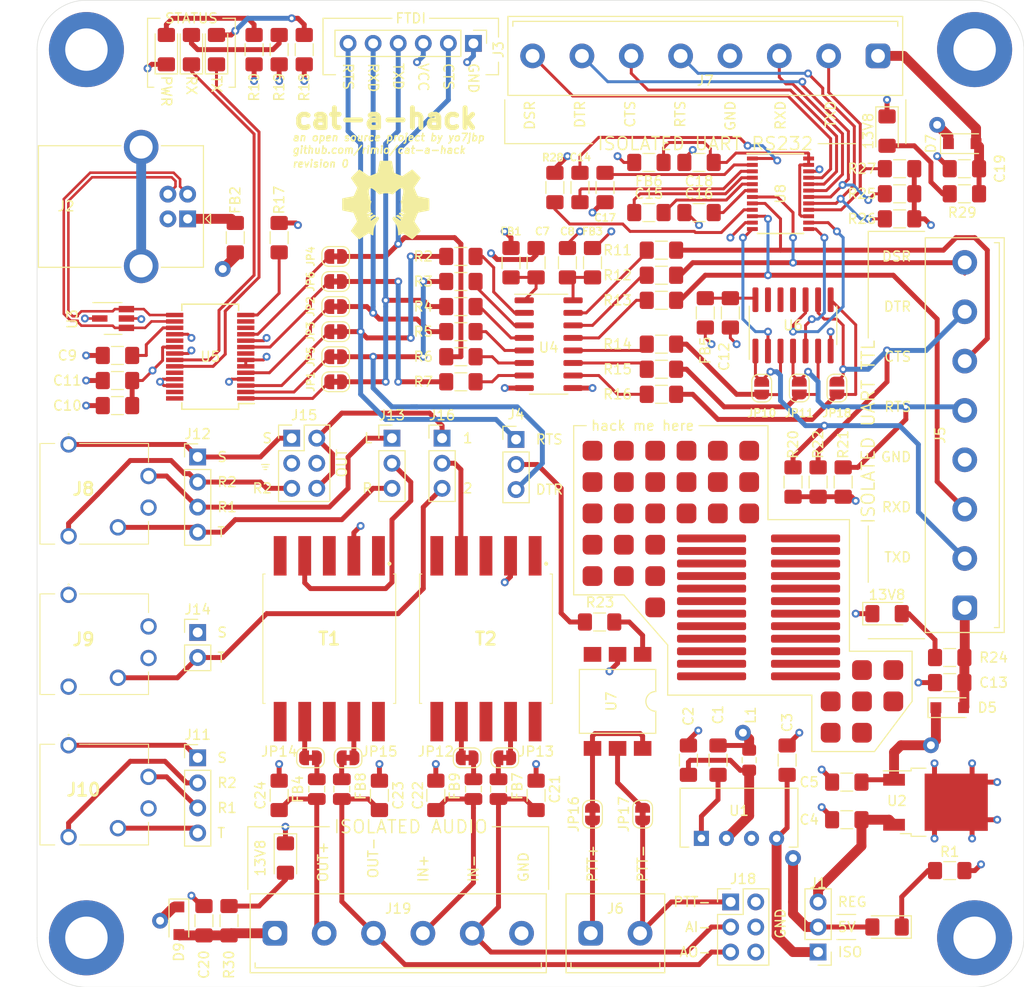
<source format=kicad_pcb>
(kicad_pcb (version 20171130) (host pcbnew "(5.1.5)-3")
  (title_block (title cat-a-hack) (rev 0) (company YO7JBP))
  (layers (0 F.Cu signal) (1 In1.Cu power) (2 In2.Cu power hide) (31 B.Cu signal) (35 F.Paste user hide) (36 B.SilkS user hide) (37 F.SilkS user) (38 B.Mask user) (39 F.Mask user) (44 Edge.Cuts user))
  (net 0 "")
  (net 1 VCC)
  (net 2 GND)
  (net 3 "Net-(C2-Pad2)")
  (net 4 XCVR_GND)
  (net 5 "Net-(C3-Pad2)")
  (net 6 "Net-(C4-Pad1)")
  (net 7 XCVR_13V8)
  (net 8 "Net-(C7-Pad2)")
  (net 9 "Net-(C8-Pad1)")
  (net 10 "Net-(C9-Pad1)")
  (net 11 "Net-(C12-Pad2)")
  (net 12 "Net-(C13-Pad1)")
  (net 13 "Net-(C14-Pad2)")
  (net 14 "Net-(C14-Pad1)")
  (net 15 "Net-(C15-Pad1)")
  (net 16 "Net-(C15-Pad2)")
  (net 17 "Net-(C16-Pad1)")
  (net 18 "Net-(C17-Pad1)")
  (net 19 "Net-(C18-Pad2)")
  (net 20 "Net-(C19-Pad1)")
  (net 21 "Net-(C20-Pad1)")
  (net 22 "Net-(D2-Pad2)")
  (net 23 "Net-(D3-Pad2)")
  (net 24 TXLED)
  (net 25 RXLED)
  (net 26 "Net-(D4-Pad2)")
  (net 27 "Net-(D6-Pad2)")
  (net 28 "Net-(D8-Pad2)")
  (net 29 "Net-(D10-Pad2)")
  (net 30 XCVR_5V)
  (net 31 USB_D+)
  (net 32 USB_D-)
  (net 33 "Net-(J2-Pad5)")
  (net 34 /data/CTS)
  (net 35 /data/TXD)
  (net 36 /data/RXD)
  (net 37 /data/RTS)
  (net 38 /data/DTR)
  (net 39 "Net-(J4-Pad2)")
  (net 40 /data/XCVR_TXD_CON)
  (net 41 /data/XCVR_RTS_CON)
  (net 42 /data/XCVR_DTR_CON)
  (net 43 "Net-(J6-Pad1)")
  (net 44 XCVR_PTT-)
  (net 45 /data/rs232/RS232_DSR)
  (net 46 /data/rs232/RS232_DTR)
  (net 47 /data/rs232/RS232_CTS)
  (net 48 /data/rs232/RS232_RTS)
  (net 49 /data/rs232/RS232_RXD)
  (net 50 /data/rs232/RS232_TXD)
  (net 51 "Net-(J10-PadS)")
  (net 52 "Net-(J10-PadR2)")
  (net 53 "Net-(J10-PadR1)")
  (net 54 "Net-(J10-PadT)")
  (net 55 "Net-(J12-Pad4)")
  (net 56 "Net-(J12-Pad3)")
  (net 57 "Net-(J12-Pad2)")
  (net 58 "Net-(J12-Pad1)")
  (net 59 PC_AUDIO_GND)
  (net 60 "Net-(J15-Pad4)")
  (net 61 /data/DSR)
  (net 62 /audio/AUDIO_IN)
  (net 63 /audio/AUDIO_OUT)
  (net 64 /audio/XCVR_AUDIO_IN+)
  (net 65 /audio/XCVR_AUDIO_IN-)
  (net 66 /audio/XCVR_AUDIO_OUT+)
  (net 67 /audio/XCVR_AUDIO_OUT-)
  (net 68 "Net-(JP16-Pad1)")
  (net 69 "Net-(JP17-Pad1)")
  (net 70 "Net-(R2-Pad1)")
  (net 71 "Net-(R3-Pad1)")
  (net 72 "Net-(R4-Pad1)")
  (net 73 "Net-(R5-Pad1)")
  (net 74 "Net-(R6-Pad1)")
  (net 75 "Net-(R7-Pad1)")
  (net 76 "Net-(R11-Pad2)")
  (net 77 "Net-(R12-Pad2)")
  (net 78 "Net-(R13-Pad2)")
  (net 79 /data/XCVR_TXD)
  (net 80 "Net-(R14-Pad2)")
  (net 81 "Net-(R15-Pad2)")
  (net 82 /data/XCVR_RTS)
  (net 83 /data/XCVR_DTR)
  (net 84 "Net-(R16-Pad2)")
  (net 85 "Net-(R17-Pad2)")
  (net 86 "Net-(R23-Pad1)")
  (net 87 "Net-(R28-Pad2)")
  (net 88 "Net-(T1-Pad10)")
  (net 89 "Net-(T1-Pad8)")
  (net 90 "Net-(T1-Pad6)")
  (net 91 "Net-(T1-Pad5)")
  (net 92 "Net-(T1-Pad3)")
  (net 93 "Net-(T1-Pad1)")
  (net 94 "Net-(T2-Pad1)")
  (net 95 "Net-(T2-Pad3)")
  (net 96 "Net-(T2-Pad5)")
  (net 97 "Net-(T2-Pad6)")
  (net 98 "Net-(T2-Pad8)")
  (net 99 "Net-(T2-Pad10)")
  (net 100 "Net-(U3-Pad1)")
  (net 101 "Net-(U3-Pad3)")
  (net 102 "Net-(U5-Pad12)")
  (net 103 "Net-(U5-Pad13)")
  (net 104 "Net-(U5-Pad19)")
  (net 105 "Net-(U5-Pad27)")
  (net 106 "Net-(U5-Pad28)")
  (net 107 "Net-(U6-Pad11)")
  (net 108 "Net-(U6-Pad12)")
  (net 109 "Net-(U6-Pad13)")
  (net 110 "Net-(U7-Pad3)")
  (net 111 "Net-(J9-PadR2)")
  (net 112 "Net-(J9-PadR1)")
  (net 113 "Net-(J15-Pad2)")
  (net 114 "Net-(D1-Pad1)")
  (net 115 "Net-(J14-Pad2)")
  (net 116 XCVR_TXD_DRV)
  (net 117 XCVR_RTS_DRV)
  (net 118 XCVR_DTR_DRV)
  (net 119 "Net-(JP1-Pad1)")
  (net 120 "Net-(JP2-Pad1)")
  (net 121 "Net-(JP3-Pad1)")
  (net 122 "Net-(JP4-Pad1)")
  (net 123 "Net-(JP5-Pad1)")
  (net 124 "Net-(JP6-Pad1)")
  (net 125 XCVR_RXD)
  (net 126 XCVR_CTS)
  (net 127 XCVR_DSR)
  (net 128 "Net-(C21-Pad1)")
  (net 129 "Net-(C22-Pad1)")
  (net 130 "Net-(C23-Pad1)")
  (net 131 "Net-(C24-Pad1)")
  (net 132 "Net-(FB4-Pad2)")
  (net 133 "Net-(FB7-Pad2)")
  (net 134 "Net-(FB8-Pad2)")
  (net 135 "Net-(FB9-Pad2)")
  (net 136 "Net-(FB2-Pad2)")
  (module Inductor_SMD:L_0805_2012Metric_Pad1.15x1.40mm_HandSolder (layer F.Cu) (at 97.155 112 90)
    (fp_text reference L1 (at 4.558 0.155 90) (layer F.SilkS))
    (fp_text value 6.8u)
    (pad 2 smd roundrect (at 1.025 0 90) (size 1.15 1.4) (layers F.Cu F.Paste F.Mask) (roundrect_rratio 0.217391) (net 1 VCC))
    (pad 1 smd roundrect (at -1.025 0 90) (size 1.15 1.4) (layers F.Cu F.Paste F.Mask) (roundrect_rratio 0.217391) (net 3 "Net-(C2-Pad2)"))
  )
  (module Resistor_SMD:R_1206_3216Metric_Pad1.42x1.75mm_HandSolder (layer F.Cu) (at 112.395 54.61)
    (fp_text reference R25 (at -3.81 0) (layer F.SilkS))
    (fp_text value 1k)
    (pad 2 smd roundrect (at 1.4875 0) (size 1.425 1.75) (layers F.Cu F.Paste F.Mask) (roundrect_rratio 0.175439) (net 4 XCVR_GND))
    (pad 1 smd roundrect (at -1.4875 0) (size 1.425 1.75) (layers F.Cu F.Paste F.Mask) (roundrect_rratio 0.175439) (net 46 /data/rs232/RS232_DTR))
  )
  (module Diode_SMD:D_SOD-123F (layer F.Cu) (at 39.37 128.27 270)
    (fp_text reference D9 (at 3.175 0 90) (layer F.SilkS))
    (fp_text value SM5819PL-TP)
    (pad 2 smd rect (at 1.4 0 270) (size 1.1 1.1) (layers F.Cu F.Paste F.Mask) (net 21 "Net-(C20-Pad1)"))
    (pad 1 smd rect (at -1.4 0 270) (size 1.1 1.1) (layers F.Cu F.Paste F.Mask) (net 7 XCVR_13V8))
  )
  (module Diode_SMD:D_SOD-123F (layer F.Cu) (at 118.745 49.53)
    (fp_text reference D7 (at -3.175 0 90) (layer F.SilkS))
    (fp_text value SM5819PL-TP)
    (pad 2 smd rect (at 1.4 0) (size 1.1 1.1) (layers F.Cu F.Paste F.Mask) (net 20 "Net-(C19-Pad1)"))
    (pad 1 smd rect (at -1.4 0) (size 1.1 1.1) (layers F.Cu F.Paste F.Mask) (net 7 XCVR_13V8))
  )
  (module Diode_SMD:D_SOD-123F (layer F.Cu) (at 117.475 106.68)
    (fp_text reference D5 (at 3.81 0) (layer F.SilkS))
    (fp_text value SM5819PL-TP)
    (pad 2 smd rect (at 1.4 0) (size 1.1 1.1) (layers F.Cu F.Paste F.Mask) (net 12 "Net-(C13-Pad1)"))
    (pad 1 smd rect (at -1.4 0) (size 1.1 1.1) (layers F.Cu F.Paste F.Mask) (net 7 XCVR_13V8))
  )
  (module custom:Generic_Pad_SOP_7x0.8mm (layer F.Cu) (at 93.345 103.505)
    (fp_text reference REF** hide)
    (fp_text value Generic_Pad_SOP_7x0.8mm)
    (pad 1 smd roundrect (at 0 0) (size 7 0.8) (layers F.Cu F.Paste F.Mask))
  )
  (module custom:Generic_Pad_SOP_7x0.8mm (layer F.Cu) (at 102.87 103.505)
    (fp_text reference REF** hide)
    (fp_text value Generic_Pad_SOP_7x0.8mm)
    (pad 1 smd roundrect (at 0 0) (size 7 0.8) (layers F.Cu F.Paste F.Mask))
  )
  (module custom:Generic_Pad_SOP_7x0.8mm (layer F.Cu) (at 93.345 102.235)
    (fp_text reference REF** hide)
    (fp_text value Generic_Pad_SOP_7x0.8mm)
    (pad 1 smd roundrect (at 0 0) (size 7 0.8) (layers F.Cu F.Paste F.Mask))
  )
  (module custom:Generic_Pad_SOP_7x0.8mm (layer F.Cu) (at 102.87 102.235)
    (fp_text reference REF** hide)
    (fp_text value Generic_Pad_SOP_7x0.8mm)
    (pad 1 smd roundrect (at 0 0) (size 7 0.8) (layers F.Cu F.Paste F.Mask))
  )
  (module custom:Generic_Pad_SOP_7x0.8mm (layer F.Cu) (at 93.345 100.965)
    (fp_text reference REF** hide)
    (fp_text value Generic_Pad_SOP_7x0.8mm)
    (pad 1 smd roundrect (at 0 0) (size 7 0.8) (layers F.Cu F.Paste F.Mask))
  )
  (module custom:Generic_Pad_SOP_7x0.8mm (layer F.Cu) (at 102.87 100.965)
    (fp_text reference REF** hide)
    (fp_text value Generic_Pad_SOP_7x0.8mm)
    (pad 1 smd roundrect (at 0 0) (size 7 0.8) (layers F.Cu F.Paste F.Mask))
  )
  (module custom:Generic_Pad_SOP_7x0.8mm (layer F.Cu) (at 93.345 99.695)
    (fp_text reference REF** hide)
    (fp_text value Generic_Pad_SOP_7x0.8mm)
    (pad 1 smd roundrect (at 0 0) (size 7 0.8) (layers F.Cu F.Paste F.Mask))
  )
  (module custom:Generic_Pad_SOP_7x0.8mm (layer F.Cu) (at 102.87 99.695)
    (fp_text reference REF** hide)
    (fp_text value Generic_Pad_SOP_7x0.8mm)
    (pad 1 smd roundrect (at 0 0) (size 7 0.8) (layers F.Cu F.Paste F.Mask))
  )
  (module custom:Generic_Pad_SOP_7x0.8mm (layer F.Cu) (at 93.345 98.425)
    (fp_text reference REF** hide)
    (fp_text value Generic_Pad_SOP_7x0.8mm)
    (pad 1 smd roundrect (at 0 0) (size 7 0.8) (layers F.Cu F.Paste F.Mask))
  )
  (module custom:Generic_Pad_SOP_7x0.8mm (layer F.Cu) (at 102.87 98.425)
    (fp_text reference REF** hide)
    (fp_text value Generic_Pad_SOP_7x0.8mm)
    (pad 1 smd roundrect (at 0 0) (size 7 0.8) (layers F.Cu F.Paste F.Mask))
  )
  (module custom:Generic_Pad_SOP_7x0.8mm (layer F.Cu) (at 93.345 97.155)
    (fp_text reference REF** hide)
    (fp_text value Generic_Pad_SOP_7x0.8mm)
    (pad 1 smd roundrect (at 0 0) (size 7 0.8) (layers F.Cu F.Paste F.Mask))
  )
  (module custom:Generic_Pad_SOP_7x0.8mm (layer F.Cu) (at 102.87 97.155)
    (fp_text reference REF** hide)
    (fp_text value Generic_Pad_SOP_7x0.8mm)
    (pad 1 smd roundrect (at 0 0) (size 7 0.8) (layers F.Cu F.Paste F.Mask))
  )
  (module custom:Generic_Pad_SOP_7x0.8mm (layer F.Cu) (at 93.345 95.885)
    (fp_text reference REF** hide)
    (fp_text value Generic_Pad_SOP_7x0.8mm)
    (pad 1 smd roundrect (at 0 0) (size 7 0.8) (layers F.Cu F.Paste F.Mask))
  )
  (module custom:Generic_Pad_SOP_7x0.8mm (layer F.Cu) (at 102.87 95.885)
    (fp_text reference REF** hide)
    (fp_text value Generic_Pad_SOP_7x0.8mm)
    (pad 1 smd roundrect (at 0 0) (size 7 0.8) (layers F.Cu F.Paste F.Mask))
  )
  (module custom:Generic_Pad_SOP_7x0.8mm (layer F.Cu) (at 93.345 94.615)
    (fp_text reference REF** hide)
    (fp_text value Generic_Pad_SOP_7x0.8mm)
    (pad 1 smd roundrect (at 0 0) (size 7 0.8) (layers F.Cu F.Paste F.Mask))
  )
  (module custom:Generic_Pad_SOP_7x0.8mm (layer F.Cu) (at 102.87 94.615)
    (fp_text reference REF** hide)
    (fp_text value Generic_Pad_SOP_7x0.8mm)
    (pad 1 smd roundrect (at 0 0) (size 7 0.8) (layers F.Cu F.Paste F.Mask))
  )
  (module custom:Generic_Pad_SOP_7x0.8mm (layer F.Cu) (at 93.345 93.345)
    (fp_text reference REF** hide)
    (fp_text value Generic_Pad_SOP_7x0.8mm)
    (pad 1 smd roundrect (at 0 0) (size 7 0.8) (layers F.Cu F.Paste F.Mask))
  )
  (module custom:Generic_Pad_SOP_7x0.8mm (layer F.Cu) (at 102.87 93.345)
    (fp_text reference REF** hide)
    (fp_text value Generic_Pad_SOP_7x0.8mm)
    (pad 1 smd roundrect (at 0 0) (size 7 0.8) (layers F.Cu F.Paste F.Mask))
  )
  (module custom:Generic_Pad_SOP_7x0.8mm (layer F.Cu) (at 93.345 92.075)
    (fp_text reference REF** hide)
    (fp_text value Generic_Pad_SOP_7x0.8mm)
    (pad 1 smd roundrect (at 0 0) (size 7 0.8) (layers F.Cu F.Paste F.Mask))
  )
  (module custom:Generic_Pad_SOP_7x0.8mm (layer F.Cu) (at 102.87 92.075)
    (fp_text reference REF** hide)
    (fp_text value Generic_Pad_SOP_7x0.8mm)
    (pad 1 smd roundrect (at 0 0) (size 7 0.8) (layers F.Cu F.Paste F.Mask))
  )
  (module custom:Generic_Pad_SOP_7x0.8mm (layer F.Cu) (at 93.345 90.805)
    (fp_text reference REF** hide)
    (fp_text value Generic_Pad_SOP_7x0.8mm)
    (pad 1 smd roundrect (at 0 0) (size 7 0.8) (layers F.Cu F.Paste F.Mask))
  )
  (module custom:Generic_Pad_SOP_7x0.8mm (layer F.Cu) (at 102.87 90.805)
    (fp_text reference REF** hide)
    (fp_text value Generic_Pad_SOP_7x0.8mm)
    (pad 1 smd roundrect (at 0 0) (size 7 0.8) (layers F.Cu F.Paste F.Mask))
  )
  (module custom:Generic_Pad_SOP_7x0.8mm (layer F.Cu) (at 102.87 89.535)
    (fp_text reference REF** hide)
    (fp_text value Generic_Pad_SOP_7x0.8mm)
    (pad 1 smd roundrect (at 0 0) (size 7 0.8) (layers F.Cu F.Paste F.Mask))
  )
  (module custom:Generic_Pad_SOP_7x0.8mm (layer F.Cu) (at 93.345 89.535)
    (fp_text reference REF** hide)
    (fp_text value Generic_Pad_SOP_7x0.8mm)
    (pad 1 smd roundrect (at 0 0) (size 7 0.8) (layers F.Cu F.Paste F.Mask))
  )
  (module custom:Generic_Pad_2mm (layer F.Cu) (at 105.41 106.045)
    (fp_text reference REF** hide)
    (fp_text value Generic_Pad_2mm hide)
    (pad 1 smd roundrect (at 0 0) (size 2 2) (layers F.Cu F.Paste F.Mask))
  )
  (module custom:Generic_Pad_2mm (layer F.Cu) (at 87.63 96.52)
    (fp_text reference REF** hide)
    (fp_text value Generic_Pad_2mm hide)
    (pad 1 smd roundrect (at 0 0) (size 2 2) (layers F.Cu F.Paste F.Mask))
  )
  (module custom:Generic_Pad_2mm (layer F.Cu) (at 108.585 102.87)
    (fp_text reference REF** hide)
    (fp_text value Generic_Pad_2mm hide)
    (pad 1 smd roundrect (at 0 0) (size 2 2) (layers F.Cu F.Paste F.Mask))
  )
  (module custom:Generic_Pad_2mm (layer F.Cu) (at 108.585 106.045)
    (fp_text reference REF** hide)
    (fp_text value Generic_Pad_2mm hide)
    (pad 1 smd roundrect (at 0 0) (size 2 2) (layers F.Cu F.Paste F.Mask))
  )
  (module custom:Generic_Pad_2mm (layer F.Cu) (at 105.41 109.22)
    (fp_text reference REF** hide)
    (fp_text value Generic_Pad_2mm hide)
    (pad 1 smd roundrect (at 0 0) (size 2 2) (layers F.Cu F.Paste F.Mask))
  )
  (module custom:Generic_Pad_2mm (layer F.Cu) (at 111.76 106.045)
    (fp_text reference REF** hide)
    (fp_text value Generic_Pad_2mm hide)
    (pad 1 smd roundrect (at 0 0) (size 2 2) (layers F.Cu F.Paste F.Mask))
  )
  (module custom:Generic_Pad_2mm (layer F.Cu) (at 111.76 102.87)
    (fp_text reference REF** hide)
    (fp_text value Generic_Pad_2mm hide)
    (pad 1 smd roundrect (at 0 0) (size 2 2) (layers F.Cu F.Paste F.Mask))
  )
  (module custom:Generic_Pad_2mm (layer F.Cu) (at 108.585 109.22)
    (fp_text reference REF** hide)
    (fp_text value Generic_Pad_2mm hide)
    (pad 1 smd roundrect (at 0 0) (size 2 2) (layers F.Cu F.Paste F.Mask))
  )
  (module custom:Generic_Pad_2mm (layer F.Cu) (at 81.28 90.17)
    (fp_text reference REF** hide)
    (fp_text value Generic_Pad_2mm hide)
    (pad 1 smd roundrect (at 0 0) (size 2 2) (layers F.Cu F.Paste F.Mask))
  )
  (module custom:Generic_Pad_2mm (layer F.Cu) (at 87.63 93.345)
    (fp_text reference REF** hide)
    (fp_text value Generic_Pad_2mm hide)
    (pad 1 smd roundrect (at 0 0) (size 2 2) (layers F.Cu F.Paste F.Mask))
  )
  (module custom:Generic_Pad_2mm (layer F.Cu) (at 87.63 90.17)
    (fp_text reference REF** hide)
    (fp_text value Generic_Pad_2mm hide)
    (pad 1 smd roundrect (at 0 0) (size 2 2) (layers F.Cu F.Paste F.Mask))
  )
  (module custom:Generic_Pad_2mm (layer F.Cu) (at 84.455 90.17)
    (fp_text reference REF** hide)
    (fp_text value Generic_Pad_2mm hide)
    (pad 1 smd roundrect (at 0 0) (size 2 2) (layers F.Cu F.Paste F.Mask))
  )
  (module custom:Generic_Pad_2mm (layer F.Cu) (at 84.455 93.345)
    (fp_text reference REF** hide)
    (fp_text value Generic_Pad_2mm hide)
    (pad 1 smd roundrect (at 0 0) (size 2 2) (layers F.Cu F.Paste F.Mask))
  )
  (module custom:Generic_Pad_2mm (layer F.Cu) (at 81.28 93.345)
    (fp_text reference REF** hide)
    (fp_text value Generic_Pad_2mm hide)
    (pad 1 smd roundrect (at 0 0) (size 2 2) (layers F.Cu F.Paste F.Mask))
  )
  (module custom:Generic_Pad_2mm (layer F.Cu) (at 81.28 86.995)
    (fp_text reference REF** hide)
    (fp_text value Generic_Pad_2mm hide)
    (pad 1 smd roundrect (at 0 0) (size 2 2) (layers F.Cu F.Paste F.Mask))
  )
  (module custom:Generic_Pad_2mm (layer F.Cu) (at 97.155 86.995)
    (fp_text reference REF** hide)
    (fp_text value Generic_Pad_2mm hide)
    (pad 1 smd roundrect (at 0 0) (size 2 2) (layers F.Cu F.Paste F.Mask))
  )
  (module custom:Generic_Pad_2mm (layer F.Cu) (at 87.63 86.995)
    (fp_text reference REF** hide)
    (fp_text value Generic_Pad_2mm hide)
    (pad 1 smd roundrect (at 0 0) (size 2 2) (layers F.Cu F.Paste F.Mask))
  )
  (module custom:Generic_Pad_2mm (layer F.Cu) (at 84.455 86.995)
    (fp_text reference REF** hide)
    (fp_text value Generic_Pad_2mm hide)
    (pad 1 smd roundrect (at 0 0) (size 2 2) (layers F.Cu F.Paste F.Mask))
  )
  (module custom:Generic_Pad_2mm (layer F.Cu) (at 93.98 86.995)
    (fp_text reference REF** hide)
    (fp_text value Generic_Pad_2mm hide)
    (pad 1 smd roundrect (at 0 0) (size 2 2) (layers F.Cu F.Paste F.Mask))
  )
  (module custom:Generic_Pad_2mm (layer F.Cu) (at 90.805 86.995)
    (fp_text reference REF** hide)
    (fp_text value Generic_Pad_2mm hide)
    (pad 1 smd roundrect (at 0 0) (size 2 2) (layers F.Cu F.Paste F.Mask))
  )
  (module custom:Generic_Pad_2mm (layer F.Cu) (at 81.28 83.82)
    (fp_text reference REF** hide)
    (fp_text value Generic_Pad_2mm hide)
    (pad 1 smd roundrect (at 0 0) (size 2 2) (layers F.Cu F.Paste F.Mask))
  )
  (module custom:Generic_Pad_2mm (layer F.Cu) (at 97.155 83.82)
    (fp_text reference REF** hide)
    (fp_text value Generic_Pad_2mm hide)
    (pad 1 smd roundrect (at 0 0) (size 2 2) (layers F.Cu F.Paste F.Mask))
  )
  (module custom:Generic_Pad_2mm (layer F.Cu) (at 87.63 83.82)
    (fp_text reference REF** hide)
    (fp_text value Generic_Pad_2mm hide)
    (pad 1 smd roundrect (at 0 0) (size 2 2) (layers F.Cu F.Paste F.Mask))
  )
  (module custom:Generic_Pad_2mm (layer F.Cu) (at 84.455 83.82)
    (fp_text reference REF** hide)
    (fp_text value Generic_Pad_2mm hide)
    (pad 1 smd roundrect (at 0 0) (size 2 2) (layers F.Cu F.Paste F.Mask))
  )
  (module custom:Generic_Pad_2mm (layer F.Cu) (at 93.98 83.82)
    (fp_text reference REF** hide)
    (fp_text value Generic_Pad_2mm hide)
    (pad 1 smd roundrect (at 0 0) (size 2 2) (layers F.Cu F.Paste F.Mask))
  )
  (module custom:Generic_Pad_2mm (layer F.Cu) (at 90.805 83.82)
    (fp_text reference REF** hide)
    (fp_text value Generic_Pad_2mm hide)
    (pad 1 smd roundrect (at 0 0) (size 2 2) (layers F.Cu F.Paste F.Mask))
  )
  (module custom:Generic_Pad_2mm (layer F.Cu) (at 97.155 80.645)
    (fp_text reference REF** hide)
    (fp_text value Generic_Pad_2mm hide)
    (pad 1 smd roundrect (at 0 0) (size 2 2) (layers F.Cu F.Paste F.Mask))
  )
  (module custom:Generic_Pad_2mm (layer F.Cu) (at 93.98 80.645)
    (fp_text reference REF** hide)
    (fp_text value Generic_Pad_2mm hide)
    (pad 1 smd roundrect (at 0 0) (size 2 2) (layers F.Cu F.Paste F.Mask))
  )
  (module custom:Generic_Pad_2mm (layer F.Cu) (at 90.805 80.645)
    (fp_text reference REF** hide)
    (fp_text value Generic_Pad_2mm hide)
    (pad 1 smd roundrect (at 0 0) (size 2 2) (layers F.Cu F.Paste F.Mask))
  )
  (module custom:Generic_Pad_2mm (layer F.Cu) (at 87.63 80.645)
    (fp_text reference REF** hide)
    (fp_text value Generic_Pad_2mm hide)
    (pad 1 smd roundrect (at 0 0) (size 2 2) (layers F.Cu F.Paste F.Mask))
  )
  (module custom:Generic_Pad_2mm (layer F.Cu) (at 84.455 80.645)
    (fp_text reference REF** hide)
    (fp_text value Generic_Pad_2mm hide)
    (pad 1 smd roundrect (at 0 0) (size 2 2) (layers F.Cu F.Paste F.Mask))
  )
  (module custom:Generic_Pad_2mm (layer F.Cu) (at 81.28 80.645)
    (fp_text reference REF** hide)
    (fp_text value Generic_Pad_2mm hide)
    (pad 1 smd roundrect (at 0 0) (size 2 2) (layers F.Cu F.Paste F.Mask))
  )
  (module logo:logo (layer F.Cu) (at 60.325 55.245)
    (fp_text reference G*** hide)
    (fp_text value LOGO hide)
  )
  (module custom:TB003-500-P06BE (layer F.Cu) (at 61.595 129.54)
    (fp_text reference J19 (at 0 -2.5) (layer F.SilkS))
    (fp_text value XCVR_Audio)
    (pad 1 thru_hole roundrect (at -12.5 0) (size 2.5 2.5) (drill 1.4) (layers *.Cu *.Mask) (net 21 "Net-(C20-Pad1)"))
    (pad 2 thru_hole circle (at -7.5 0) (size 2.5 2.5) (drill 1.4) (layers *.Cu *.Mask) (net 131 "Net-(C24-Pad1)"))
    (pad 3 thru_hole circle (at -2.5 0) (size 2.5 2.5) (drill 1.4) (layers *.Cu *.Mask) (net 130 "Net-(C23-Pad1)"))
    (pad 4 thru_hole circle (at 2.5 0) (size 2.5 2.5) (drill 1.4) (layers *.Cu *.Mask) (net 129 "Net-(C22-Pad1)"))
    (pad 5 thru_hole circle (at 7.5 0) (size 2.5 2.5) (drill 1.4) (layers *.Cu *.Mask) (net 128 "Net-(C21-Pad1)"))
    (pad 6 thru_hole circle (at 12.5 0) (size 2.5 2.5) (drill 1.4) (layers *.Cu *.Mask) (net 4 XCVR_GND))
  )
  (module Capacitor_SMD:C_1206_3216Metric_Pad1.42x1.75mm_HandSolder (layer F.Cu) (at 75.565 115.57 90)
    (fp_text reference C21 (at 0.635 1.905 270) (layer F.SilkS))
    (fp_text value 27n)
    (pad 2 smd roundrect (at 1.4875 0 90) (size 1.425 1.75) (layers F.Cu F.Paste F.Mask) (roundrect_rratio 0.175439) (net 4 XCVR_GND))
    (pad 1 smd roundrect (at -1.4875 0 90) (size 1.425 1.75) (layers F.Cu F.Paste F.Mask) (roundrect_rratio 0.175439) (net 128 "Net-(C21-Pad1)"))
  )
  (module custom:NFZ2MSD101SZ10L_0806_Handsolder (layer F.Cu) (at 71.755 114.935 90)
    (fp_text reference FB7 (at 0.3 1.905 90) (layer F.SilkS))
    (fp_text value NFZ2MSD101SZ10L)
    (pad 2 smd roundrect (at 1 0 90) (size 1.2 1.8) (layers F.Cu F.Paste F.Mask) (net 133 "Net-(FB7-Pad2)"))
    (pad 1 smd roundrect (at -1 0 90) (size 1.2 1.8) (layers F.Cu F.Paste F.Mask) (net 128 "Net-(C21-Pad1)"))
  )
  (module Inductor_SMD:L_1206_3216Metric_Pad1.42x1.75mm_HandSolder (layer F.Cu) (at 73.025 61.595 270)
    (fp_text reference FB1 (at -3.175 0) (layer F.SilkS) (effects (font (size 0.75 0.75))))
    (fp_text value BLM31KN102SH1L)
    (pad 2 smd roundrect (at 1.4875 0 270) (size 1.425 1.75) (layers F.Cu F.Paste F.Mask) (roundrect_rratio 0.175439) (net 8 "Net-(C7-Pad2)"))
    (pad 1 smd roundrect (at -1.4875 0 270) (size 1.425 1.75) (layers F.Cu F.Paste F.Mask) (roundrect_rratio 0.175439) (net 1 VCC))
  )
  (module Inductor_SMD:L_1206_3216Metric_Pad1.42x1.75mm_HandSolder (layer F.Cu) (at 45.085 59.055 90)
    (fp_text reference FB2 (at 3.81 0 270) (layer F.SilkS))
    (fp_text value BLM31KN102SH1L)
    (pad 2 smd roundrect (at 1.4875 0 90) (size 1.425 1.75) (layers F.Cu F.Paste F.Mask) (roundrect_rratio 0.175439) (net 136 "Net-(FB2-Pad2)"))
    (pad 1 smd roundrect (at -1.4875 0 90) (size 1.425 1.75) (layers F.Cu F.Paste F.Mask) (roundrect_rratio 0.175439) (net 1 VCC))
  )
  (module Inductor_SMD:L_1206_3216Metric_Pad1.42x1.75mm_HandSolder (layer F.Cu) (at 81.28 61.595 90)
    (fp_text reference FB3 (at 3.175 0) (layer F.SilkS) (effects (font (size 0.75 0.75))))
    (fp_text value BLM31KN102SH1L)
    (pad 2 smd roundrect (at 1.4875 0 90) (size 1.425 1.75) (layers F.Cu F.Paste F.Mask) (roundrect_rratio 0.175439) (net 30 XCVR_5V))
    (pad 1 smd roundrect (at -1.4875 0 90) (size 1.425 1.75) (layers F.Cu F.Paste F.Mask) (roundrect_rratio 0.175439) (net 9 "Net-(C8-Pad1)"))
  )
  (module Inductor_SMD:L_1206_3216Metric_Pad1.42x1.75mm_HandSolder (layer F.Cu) (at 92.71 66.675 90)
    (fp_text reference FB5 (at -3.81 0 90) (layer F.SilkS))
    (fp_text value BLM31KN102SH1L)
    (pad 2 smd roundrect (at 1.4875 0 90) (size 1.425 1.75) (layers F.Cu F.Paste F.Mask) (roundrect_rratio 0.175439) (net 11 "Net-(C12-Pad2)"))
    (pad 1 smd roundrect (at -1.4875 0 90) (size 1.425 1.75) (layers F.Cu F.Paste F.Mask) (roundrect_rratio 0.175439) (net 30 XCVR_5V))
  )
  (module Inductor_SMD:L_1206_3216Metric_Pad1.42x1.75mm_HandSolder (layer F.Cu) (at 86.995 51.435 180)
    (fp_text reference FB6 (at 0 -1.905 180) (layer F.SilkS))
    (fp_text value BLM31KN102SH1L)
    (pad 2 smd roundrect (at 1.4875 0 180) (size 1.425 1.75) (layers F.Cu F.Paste F.Mask) (roundrect_rratio 0.175439) (net 30 XCVR_5V))
    (pad 1 smd roundrect (at -1.4875 0 180) (size 1.425 1.75) (layers F.Cu F.Paste F.Mask) (roundrect_rratio 0.175439) (net 19 "Net-(C18-Pad2)"))
  )
  (module custom:NFZ2MSD101SZ10L_0806_Handsolder (layer F.Cu) (at 53.34 114.935 90)
    (fp_text reference FB4 (at 0 -1.905 270) (layer F.SilkS))
    (fp_text value NFZ2MSD101SZ10L)
    (pad 2 smd roundrect (at 1 0 90) (size 1.2 1.8) (layers F.Cu F.Paste F.Mask) (net 132 "Net-(FB4-Pad2)"))
    (pad 1 smd roundrect (at -1 0 90) (size 1.2 1.8) (layers F.Cu F.Paste F.Mask) (net 131 "Net-(C24-Pad1)"))
  )
  (module custom:NFZ2MSD101SZ10L_0806_Handsolder (layer F.Cu) (at 55.88 114.935 90)
    (fp_text reference FB8 (at 0.3 1.905 270) (layer F.SilkS))
    (fp_text value NFZ2MSD101SZ10L)
    (pad 2 smd roundrect (at 1 0 90) (size 1.2 1.8) (layers F.Cu F.Paste F.Mask) (net 134 "Net-(FB8-Pad2)"))
    (pad 1 smd roundrect (at -1 0 90) (size 1.2 1.8) (layers F.Cu F.Paste F.Mask) (net 130 "Net-(C23-Pad1)"))
  )
  (module custom:NFZ2MSD101SZ10L_0806_Handsolder (layer F.Cu) (at 69.215 114.935 90)
    (fp_text reference FB9 (at 0.3 -1.905 90) (layer F.SilkS))
    (fp_text value NFZ2MSD101SZ10L)
    (pad 2 smd roundrect (at 1 0 90) (size 1.2 1.8) (layers F.Cu F.Paste F.Mask) (net 135 "Net-(FB9-Pad2)"))
    (pad 1 smd roundrect (at -1 0 90) (size 1.2 1.8) (layers F.Cu F.Paste F.Mask) (net 129 "Net-(C22-Pad1)"))
  )
  (module MountingHole:MountingHole_4.3mm_M4_ISO7380_Pad (layer F.Cu) (at 120 130)
    (fp_text reference H4 hide)
    (fp_text value MountingHole)
    (pad 1 thru_hole circle (at 0 0) (size 7.6 7.6) (drill 4.3) (layers *.Cu *.Mask))
  )
  (module MountingHole:MountingHole_4.3mm_M4_ISO7380_Pad (layer F.Cu) (at 120 40)
    (fp_text reference H3 hide)
    (fp_text value MountingHole)
    (pad 1 thru_hole circle (at 0 0) (size 7.6 7.6) (drill 4.3) (layers *.Cu *.Mask))
  )
  (module MountingHole:MountingHole_4.3mm_M4_ISO7380_Pad (layer F.Cu) (at 30 130)
    (fp_text reference H2 hide)
    (fp_text value MountingHole)
    (pad 1 thru_hole circle (at 0 0) (size 7.6 7.6) (drill 4.3) (layers *.Cu *.Mask))
  )
  (module MountingHole:MountingHole_4.3mm_M4_ISO7380_Pad (layer F.Cu) (at 30 40)
    (fp_text reference H1 hide)
    (fp_text value MountingHole)
    (pad 1 thru_hole circle (at 0 0) (size 7.6 7.6) (drill 4.3) (layers *.Cu *.Mask))
  )
  (module Connector_PinHeader_2.54mm:PinHeader_2x03_P2.54mm_Vertical (layer F.Cu) (at 50.8 79.375)
    (fp_text reference J15 (at 1.27 -2.33) (layer F.SilkS))
    (fp_text value "CITA/OMTP choice")
    (pad 1 thru_hole rect (at 0 0) (size 1.7 1.7) (drill 1) (layers *.Cu *.Mask) (net 58 "Net-(J12-Pad1)"))
    (pad 2 thru_hole oval (at 2.54 0) (size 1.7 1.7) (drill 1) (layers *.Cu *.Mask) (net 113 "Net-(J15-Pad2)"))
    (pad 3 thru_hole oval (at 0 2.54) (size 1.7 1.7) (drill 1) (layers *.Cu *.Mask) (net 59 PC_AUDIO_GND))
    (pad 4 thru_hole oval (at 2.54 2.54) (size 1.7 1.7) (drill 1) (layers *.Cu *.Mask) (net 60 "Net-(J15-Pad4)"))
    (pad 5 thru_hole oval (at 0 5.08) (size 1.7 1.7) (drill 1) (layers *.Cu *.Mask) (net 57 "Net-(J12-Pad2)"))
    (pad 6 thru_hole oval (at 2.54 5.08) (size 1.7 1.7) (drill 1) (layers *.Cu *.Mask) (net 113 "Net-(J15-Pad2)"))
  )
  (module Package_DIP:SMDIP-6_W9.53mm_Clearance8mm (layer F.Cu) (at 83.82 106.045 270)
    (fp_text reference U7 (at 0 0.635 90) (layer F.SilkS))
    (fp_text value VOR1121B6T)
    (pad 1 smd rect (at -4.765 -2.54 270) (size 1.5 1.78) (layers F.Cu F.Paste F.Mask) (net 86 "Net-(R23-Pad1)"))
    (pad 4 smd rect (at 4.765 2.54 270) (size 1.5 1.78) (layers F.Cu F.Paste F.Mask) (net 68 "Net-(JP16-Pad1)"))
    (pad 2 smd rect (at -4.765 0 270) (size 1.5 1.78) (layers F.Cu F.Paste F.Mask) (net 2 GND))
    (pad 5 smd rect (at 4.765 0 270) (size 1.5 1.78) (layers F.Cu F.Paste F.Mask) (net 69 "Net-(JP17-Pad1)"))
    (pad 3 smd rect (at -4.765 2.54 270) (size 1.5 1.78) (layers F.Cu F.Paste F.Mask) (net 110 "Net-(U7-Pad3)"))
    (pad 6 smd rect (at 4.765 -2.54 270) (size 1.5 1.78) (layers F.Cu F.Paste F.Mask) (net 68 "Net-(JP16-Pad1)"))
  )
  (module custom:SIP-4_PQS075-S5-S5-S (layer F.Cu) (at 96.125 119.925)
    (fp_text reference U1 (at 0 -2.794) (layer F.SilkS))
    (fp_text value PQS075-S5-S5-S)
    (pad 1 thru_hole rect (at -3.81 0) (size 1.524 1.524) (drill 0.762) (layers *.Cu *.Mask) (net 2 GND))
    (pad 2 thru_hole circle (at -1.27 0) (size 1.524 1.524) (drill 0.762) (layers *.Cu *.Mask) (net 3 "Net-(C2-Pad2)"))
    (pad 3 thru_hole circle (at 1.27 0) (size 1.524 1.524) (drill 0.762) (layers *.Cu *.Mask) (net 4 XCVR_GND))
    (pad 4 thru_hole circle (at 3.81 0) (size 1.524 1.524) (drill 0.762) (layers *.Cu *.Mask) (net 5 "Net-(C3-Pad2)"))
  )
  (module custom:T6003NL_HandSolder (layer F.Cu) (at 54.61 99.695 180)
    (fp_text reference T1 (at 0 0) (layer F.SilkS) (effects (font (size 1.27 1.27) (thickness 0.254))))
    (fp_text value T6003NL hide)
    (pad 10 smd rect (at -4.98 -8.4 180) (size 1.3 4) (layers F.Cu F.Paste F.Mask) (net 88 "Net-(T1-Pad10)"))
    (pad 9 smd rect (at -2.49 -8.4 180) (size 1.3 4) (layers F.Cu F.Paste F.Mask) (net 67 /audio/XCVR_AUDIO_OUT-))
    (pad 8 smd rect (at 0 -8.4 180) (size 1.3 4) (layers F.Cu F.Paste F.Mask) (net 89 "Net-(T1-Pad8)"))
    (pad 7 smd rect (at 2.49 -8.4 180) (size 1.3 4) (layers F.Cu F.Paste F.Mask) (net 66 /audio/XCVR_AUDIO_OUT+))
    (pad 6 smd rect (at 4.98 -8.4 180) (size 1.3 4) (layers F.Cu F.Paste F.Mask) (net 90 "Net-(T1-Pad6)"))
    (pad 5 smd rect (at 4.98 8.4 180) (size 1.3 4) (layers F.Cu F.Paste F.Mask) (net 91 "Net-(T1-Pad5)"))
    (pad 4 smd rect (at 2.49 8.4 180) (size 1.3 4) (layers F.Cu F.Paste F.Mask) (net 62 /audio/AUDIO_IN))
    (pad 3 smd rect (at 0 8.4 180) (size 1.3 4) (layers F.Cu F.Paste F.Mask) (net 92 "Net-(T1-Pad3)"))
    (pad 2 smd rect (at -2.49 8.4 180) (size 1.3 4) (layers F.Cu F.Paste F.Mask) (net 59 PC_AUDIO_GND))
    (pad 1 smd rect (at -4.98 8.4 180) (size 1.3 4) (layers F.Cu F.Paste F.Mask) (net 93 "Net-(T1-Pad1)"))
  )
  (module Resistor_SMD:R_1206_3216Metric_Pad1.42x1.75mm_HandSolder (layer F.Cu) (at 44.45 128.27 90)
    (fp_text reference R30 (at -4.445 0 90) (layer F.SilkS))
    (fp_text value 2.2k)
    (pad 1 smd roundrect (at -1.4875 0 90) (size 1.425 1.75) (layers F.Cu F.Paste F.Mask) (roundrect_rratio 0.175439) (net 21 "Net-(C20-Pad1)"))
    (pad 2 smd roundrect (at 1.4875 0 90) (size 1.425 1.75) (layers F.Cu F.Paste F.Mask) (roundrect_rratio 0.175439) (net 29 "Net-(D10-Pad2)"))
  )
  (module Resistor_SMD:R_1206_3216Metric_Pad1.42x1.75mm_HandSolder (layer F.Cu) (at 118.9625 54.61 180)
    (fp_text reference R29 (at 0.2175 -1.905) (layer F.SilkS))
    (fp_text value 2.2k)
    (pad 1 smd roundrect (at -1.4875 0 180) (size 1.425 1.75) (layers F.Cu F.Paste F.Mask) (roundrect_rratio 0.175439) (net 20 "Net-(C19-Pad1)"))
    (pad 2 smd roundrect (at 1.4875 0 180) (size 1.425 1.75) (layers F.Cu F.Paste F.Mask) (roundrect_rratio 0.175439) (net 28 "Net-(D8-Pad2)"))
  )
  (module Resistor_SMD:R_1206_3216Metric_Pad1.42x1.75mm_HandSolder (layer F.Cu) (at 112.395 52.07)
    (fp_text reference R27 (at -3.81 0) (layer F.SilkS))
    (fp_text value 1k)
    (pad 2 smd roundrect (at 1.4875 0) (size 1.425 1.75) (layers F.Cu F.Paste F.Mask) (roundrect_rratio 0.175439) (net 4 XCVR_GND))
    (pad 1 smd roundrect (at -1.4875 0) (size 1.425 1.75) (layers F.Cu F.Paste F.Mask) (roundrect_rratio 0.175439) (net 50 /data/rs232/RS232_TXD))
  )
  (module Resistor_SMD:R_1206_3216Metric_Pad1.42x1.75mm_HandSolder (layer F.Cu) (at 117.475 101.6 180)
    (fp_text reference R24 (at -4.445 0) (layer F.SilkS))
    (fp_text value 2.2k)
    (pad 1 smd roundrect (at -1.4875 0 180) (size 1.425 1.75) (layers F.Cu F.Paste F.Mask) (roundrect_rratio 0.175439) (net 12 "Net-(C13-Pad1)"))
    (pad 2 smd roundrect (at 1.4875 0 180) (size 1.425 1.75) (layers F.Cu F.Paste F.Mask) (roundrect_rratio 0.175439) (net 27 "Net-(D6-Pad2)"))
  )
  (module Resistor_SMD:R_1206_3216Metric_Pad1.42x1.75mm_HandSolder (layer F.Cu) (at 104.14 83.82 90)
    (fp_text reference R22 (at 3.81 0 270) (layer F.SilkS))
    (fp_text value 1k)
    (pad 2 smd roundrect (at 1.4875 0 90) (size 1.425 1.75) (layers F.Cu F.Paste F.Mask) (roundrect_rratio 0.175439) (net 42 /data/XCVR_DTR_CON))
    (pad 1 smd roundrect (at -1.4875 0 90) (size 1.425 1.75) (layers F.Cu F.Paste F.Mask) (roundrect_rratio 0.175439) (net 4 XCVR_GND))
  )
  (module Resistor_SMD:R_1206_3216Metric_Pad1.42x1.75mm_HandSolder (layer F.Cu) (at 106.68 83.82 90)
    (fp_text reference R21 (at 3.81 0 90) (layer F.SilkS))
    (fp_text value 1k)
    (pad 1 smd roundrect (at -1.4875 0 90) (size 1.425 1.75) (layers F.Cu F.Paste F.Mask) (roundrect_rratio 0.175439) (net 4 XCVR_GND))
    (pad 2 smd roundrect (at 1.4875 0 90) (size 1.425 1.75) (layers F.Cu F.Paste F.Mask) (roundrect_rratio 0.175439) (net 41 /data/XCVR_RTS_CON))
  )
  (module Resistor_SMD:R_1206_3216Metric_Pad1.42x1.75mm_HandSolder (layer F.Cu) (at 101.6 83.82 90)
    (fp_text reference R20 (at 3.81 0 90) (layer F.SilkS))
    (fp_text value 1k)
    (pad 2 smd roundrect (at 1.4875 0 90) (size 1.425 1.75) (layers F.Cu F.Paste F.Mask) (roundrect_rratio 0.175439) (net 40 /data/XCVR_TXD_CON))
    (pad 1 smd roundrect (at -1.4875 0 90) (size 1.425 1.75) (layers F.Cu F.Paste F.Mask) (roundrect_rratio 0.175439) (net 4 XCVR_GND))
  )
  (module Resistor_SMD:R_1206_3216Metric_Pad1.42x1.75mm_HandSolder (layer F.Cu) (at 49.53 40.005 90)
    (fp_text reference R19 (at -3.81 0 90) (layer F.SilkS))
    (fp_text value 470)
    (pad 1 smd roundrect (at -1.4875 0 90) (size 1.425 1.75) (layers F.Cu F.Paste F.Mask) (roundrect_rratio 0.175439) (net 1 VCC))
    (pad 2 smd roundrect (at 1.4875 0 90) (size 1.425 1.75) (layers F.Cu F.Paste F.Mask) (roundrect_rratio 0.175439) (net 26 "Net-(D4-Pad2)"))
  )
  (module Resistor_SMD:R_1206_3216Metric_Pad1.42x1.75mm_HandSolder (layer F.Cu) (at 52.07 40.005 90)
    (fp_text reference R18 (at -3.81 0 270) (layer F.SilkS))
    (fp_text value 560)
    (pad 1 smd roundrect (at -1.4875 0 90) (size 1.425 1.75) (layers F.Cu F.Paste F.Mask) (roundrect_rratio 0.175439) (net 1 VCC))
    (pad 2 smd roundrect (at 1.4875 0 90) (size 1.425 1.75) (layers F.Cu F.Paste F.Mask) (roundrect_rratio 0.175439) (net 23 "Net-(D3-Pad2)"))
  )
  (module Resistor_SMD:R_1206_3216Metric_Pad1.42x1.75mm_HandSolder (layer F.Cu) (at 46.99 40.005 90)
    (fp_text reference R10 (at -3.81 0 90) (layer F.SilkS))
    (fp_text value 470)
    (pad 1 smd roundrect (at -1.4875 0 90) (size 1.425 1.75) (layers F.Cu F.Paste F.Mask) (roundrect_rratio 0.175439) (net 1 VCC))
    (pad 2 smd roundrect (at 1.4875 0 90) (size 1.425 1.75) (layers F.Cu F.Paste F.Mask) (roundrect_rratio 0.175439) (net 22 "Net-(D2-Pad2)"))
  )
  (module Resistor_SMD:R_1206_3216Metric_Pad1.42x1.75mm_HandSolder (layer F.Cu) (at 117.475 123.19)
    (fp_text reference R1 (at 0 -1.905 180) (layer F.SilkS))
    (fp_text value 470)
    (pad 1 smd roundrect (at -1.4875 0) (size 1.425 1.75) (layers F.Cu F.Paste F.Mask) (roundrect_rratio 0.175439) (net 114 "Net-(D1-Pad1)"))
    (pad 2 smd roundrect (at 1.4875 0) (size 1.425 1.75) (layers F.Cu F.Paste F.Mask) (roundrect_rratio 0.175439) (net 4 XCVR_GND))
  )
  (module Jumper:SolderJumper-2_P1.3mm_Bridged_RoundedPad1.0x1.5mm (layer F.Cu) (at 86.36 117.475 270)
    (fp_text reference JP17 (at 0 1.905 90) (layer F.SilkS))
    (fp_text value SolderJumper_2_Bridged)
    (fp_poly (pts (xy 0.25 -0.3) (xy -0.25 -0.3) (xy -0.25 0.3) (xy 0.25 0.3)) (layer F.Cu) (width 0))
    (pad 2 smd custom (at 0.65 0 270) (size 1 0.5) (layers F.Cu F.Mask) (net 44 XCVR_PTT-) (options (clearance outline) (anchor rect)) (primitives (gr_circle (center 0 0.25) (end 0.5 0.25) (width 0)) (gr_circle (center 0 -0.25) (end 0.5 -0.25) (width 0)) (gr_poly (pts (xy 0 -0.75) (xy -0.5 -0.75) (xy -0.5 0.75) (xy 0 0.75)) (width 0))))
    (pad 1 smd custom (at -0.65 0 270) (size 1 0.5) (layers F.Cu F.Mask) (net 69 "Net-(JP17-Pad1)") (options (clearance outline) (anchor rect)) (primitives (gr_circle (center 0 0.25) (end 0.5 0.25) (width 0)) (gr_circle (center 0 -0.25) (end 0.5 -0.25) (width 0)) (gr_poly (pts (xy 0 -0.75) (xy 0.5 -0.75) (xy 0.5 0.75) (xy 0 0.75)) (width 0))))
  )
  (module Jumper:SolderJumper-2_P1.3mm_Bridged_RoundedPad1.0x1.5mm (layer F.Cu) (at 81.28 117.475 270)
    (fp_text reference JP16 (at 0 1.905 90) (layer F.SilkS))
    (fp_text value SolderJumper_2_Bridged)
    (fp_poly (pts (xy 0.25 -0.3) (xy -0.25 -0.3) (xy -0.25 0.3) (xy 0.25 0.3)) (layer F.Cu) (width 0))
    (pad 1 smd custom (at -0.65 0 270) (size 1 0.5) (layers F.Cu F.Mask) (net 68 "Net-(JP16-Pad1)") (options (clearance outline) (anchor rect)) (primitives (gr_circle (center 0 0.25) (end 0.5 0.25) (width 0)) (gr_circle (center 0 -0.25) (end 0.5 -0.25) (width 0)) (gr_poly (pts (xy 0 -0.75) (xy 0.5 -0.75) (xy 0.5 0.75) (xy 0 0.75)) (width 0))))
    (pad 2 smd custom (at 0.65 0 270) (size 1 0.5) (layers F.Cu F.Mask) (net 43 "Net-(J6-Pad1)") (options (clearance outline) (anchor rect)) (primitives (gr_circle (center 0 0.25) (end 0.5 0.25) (width 0)) (gr_circle (center 0 -0.25) (end 0.5 -0.25) (width 0)) (gr_poly (pts (xy 0 -0.75) (xy -0.5 -0.75) (xy -0.5 0.75) (xy 0 0.75)) (width 0))))
  )
  (module Jumper:SolderJumper-2_P1.3mm_Bridged_RoundedPad1.0x1.5mm (layer F.Cu) (at 56.515 111.76 180)
    (fp_text reference JP15 (at -3.175 0.635) (layer F.SilkS))
    (fp_text value SolderJumper_2_Bridged)
    (fp_poly (pts (xy 0.25 -0.3) (xy -0.25 -0.3) (xy -0.25 0.3) (xy 0.25 0.3)) (layer F.Cu) (width 0))
    (pad 1 smd custom (at -0.65 0 180) (size 1 0.5) (layers F.Cu F.Mask) (net 67 /audio/XCVR_AUDIO_OUT-) (options (clearance outline) (anchor rect)) (primitives (gr_circle (center 0 0.25) (end 0.5 0.25) (width 0)) (gr_circle (center 0 -0.25) (end 0.5 -0.25) (width 0)) (gr_poly (pts (xy 0 -0.75) (xy 0.5 -0.75) (xy 0.5 0.75) (xy 0 0.75)) (width 0))))
    (pad 2 smd custom (at 0.65 0 180) (size 1 0.5) (layers F.Cu F.Mask) (net 134 "Net-(FB8-Pad2)") (options (clearance outline) (anchor rect)) (primitives (gr_circle (center 0 0.25) (end 0.5 0.25) (width 0)) (gr_circle (center 0 -0.25) (end 0.5 -0.25) (width 0)) (gr_poly (pts (xy 0 -0.75) (xy -0.5 -0.75) (xy -0.5 0.75) (xy 0 0.75)) (width 0))))
  )
  (module Jumper:SolderJumper-2_P1.3mm_Bridged_RoundedPad1.0x1.5mm (layer F.Cu) (at 52.705 111.76)
    (fp_text reference JP14 (at -3.175 -0.635) (layer F.SilkS))
    (fp_text value SolderJumper_2_Bridged)
    (fp_poly (pts (xy 0.25 -0.3) (xy -0.25 -0.3) (xy -0.25 0.3) (xy 0.25 0.3)) (layer F.Cu) (width 0))
    (pad 2 smd custom (at 0.65 0) (size 1 0.5) (layers F.Cu F.Mask) (net 132 "Net-(FB4-Pad2)") (options (clearance outline) (anchor rect)) (primitives (gr_circle (center 0 0.25) (end 0.5 0.25) (width 0)) (gr_circle (center 0 -0.25) (end 0.5 -0.25) (width 0)) (gr_poly (pts (xy 0 -0.75) (xy -0.5 -0.75) (xy -0.5 0.75) (xy 0 0.75)) (width 0))))
    (pad 1 smd custom (at -0.65 0) (size 1 0.5) (layers F.Cu F.Mask) (net 66 /audio/XCVR_AUDIO_OUT+) (options (clearance outline) (anchor rect)) (primitives (gr_circle (center 0 0.25) (end 0.5 0.25) (width 0)) (gr_circle (center 0 -0.25) (end 0.5 -0.25) (width 0)) (gr_poly (pts (xy 0 -0.75) (xy 0.5 -0.75) (xy 0.5 0.75) (xy 0 0.75)) (width 0))))
  )
  (module Jumper:SolderJumper-2_P1.3mm_Bridged_RoundedPad1.0x1.5mm (layer F.Cu) (at 72.39 111.76 180)
    (fp_text reference JP13 (at -3.175 0.635) (layer F.SilkS))
    (fp_text value SolderJumper_2_Bridged)
    (fp_poly (pts (xy 0.25 -0.3) (xy -0.25 -0.3) (xy -0.25 0.3) (xy 0.25 0.3)) (layer F.Cu) (width 0))
    (pad 2 smd custom (at 0.65 0 180) (size 1 0.5) (layers F.Cu F.Mask) (net 133 "Net-(FB7-Pad2)") (options (clearance outline) (anchor rect)) (primitives (gr_circle (center 0 0.25) (end 0.5 0.25) (width 0)) (gr_circle (center 0 -0.25) (end 0.5 -0.25) (width 0)) (gr_poly (pts (xy 0 -0.75) (xy -0.5 -0.75) (xy -0.5 0.75) (xy 0 0.75)) (width 0))))
    (pad 1 smd custom (at -0.65 0 180) (size 1 0.5) (layers F.Cu F.Mask) (net 65 /audio/XCVR_AUDIO_IN-) (options (clearance outline) (anchor rect)) (primitives (gr_circle (center 0 0.25) (end 0.5 0.25) (width 0)) (gr_circle (center 0 -0.25) (end 0.5 -0.25) (width 0)) (gr_poly (pts (xy 0 -0.75) (xy 0.5 -0.75) (xy 0.5 0.75) (xy 0 0.75)) (width 0))))
  )
  (module Jumper:SolderJumper-2_P1.3mm_Bridged_RoundedPad1.0x1.5mm (layer F.Cu) (at 68.58 111.76)
    (fp_text reference JP12 (at -3.175 -0.635) (layer F.SilkS))
    (fp_text value SolderJumper_2_Bridged)
    (fp_poly (pts (xy 0.25 -0.3) (xy -0.25 -0.3) (xy -0.25 0.3) (xy 0.25 0.3)) (layer F.Cu) (width 0))
    (pad 1 smd custom (at -0.65 0) (size 1 0.5) (layers F.Cu F.Mask) (net 64 /audio/XCVR_AUDIO_IN+) (options (clearance outline) (anchor rect)) (primitives (gr_circle (center 0 0.25) (end 0.5 0.25) (width 0)) (gr_circle (center 0 -0.25) (end 0.5 -0.25) (width 0)) (gr_poly (pts (xy 0 -0.75) (xy 0.5 -0.75) (xy 0.5 0.75) (xy 0 0.75)) (width 0))))
    (pad 2 smd custom (at 0.65 0) (size 1 0.5) (layers F.Cu F.Mask) (net 135 "Net-(FB9-Pad2)") (options (clearance outline) (anchor rect)) (primitives (gr_circle (center 0 0.25) (end 0.5 0.25) (width 0)) (gr_circle (center 0 -0.25) (end 0.5 -0.25) (width 0)) (gr_poly (pts (xy 0 -0.75) (xy -0.5 -0.75) (xy -0.5 0.75) (xy 0 0.75)) (width 0))))
  )
  (module Jumper:SolderJumper-2_P1.3mm_Bridged_RoundedPad1.0x1.5mm (layer F.Cu) (at 55.245 63.5)
    (fp_text reference JP6 (at -2.54 0 90) (layer F.SilkS) (effects (font (size 0.75 0.75))))
    (fp_text value SolderJumper_2_Bridged)
    (fp_poly (pts (xy 0.25 -0.3) (xy -0.25 -0.3) (xy -0.25 0.3) (xy 0.25 0.3)) (layer F.Cu) (width 0))
    (pad 2 smd custom (at 0.65 0) (size 1 0.5) (layers F.Cu F.Mask) (net 61 /data/DSR) (options (clearance outline) (anchor rect)) (primitives (gr_circle (center 0 0.25) (end 0.5 0.25) (width 0)) (gr_circle (center 0 -0.25) (end 0.5 -0.25) (width 0)) (gr_poly (pts (xy 0 -0.75) (xy -0.5 -0.75) (xy -0.5 0.75) (xy 0 0.75)) (width 0))))
    (pad 1 smd custom (at -0.65 0) (size 1 0.5) (layers F.Cu F.Mask) (net 124 "Net-(JP6-Pad1)") (options (clearance outline) (anchor rect)) (primitives (gr_circle (center 0 0.25) (end 0.5 0.25) (width 0)) (gr_circle (center 0 -0.25) (end 0.5 -0.25) (width 0)) (gr_poly (pts (xy 0 -0.75) (xy 0.5 -0.75) (xy 0.5 0.75) (xy 0 0.75)) (width 0))))
  )
  (module Jumper:SolderJumper-2_P1.3mm_Bridged_RoundedPad1.0x1.5mm (layer F.Cu) (at 55.26 71.12)
    (fp_text reference JP5 (at -2.54 0 90) (layer F.SilkS) (effects (font (size 0.75 0.75))))
    (fp_text value SolderJumper_2_Bridged)
    (fp_poly (pts (xy 0.25 -0.3) (xy -0.25 -0.3) (xy -0.25 0.3) (xy 0.25 0.3)) (layer F.Cu) (width 0))
    (pad 2 smd custom (at 0.65 0) (size 1 0.5) (layers F.Cu F.Mask) (net 38 /data/DTR) (options (clearance outline) (anchor rect)) (primitives (gr_circle (center 0 0.25) (end 0.5 0.25) (width 0)) (gr_circle (center 0 -0.25) (end 0.5 -0.25) (width 0)) (gr_poly (pts (xy 0 -0.75) (xy -0.5 -0.75) (xy -0.5 0.75) (xy 0 0.75)) (width 0))))
    (pad 1 smd custom (at -0.65 0) (size 1 0.5) (layers F.Cu F.Mask) (net 123 "Net-(JP5-Pad1)") (options (clearance outline) (anchor rect)) (primitives (gr_circle (center 0 0.25) (end 0.5 0.25) (width 0)) (gr_circle (center 0 -0.25) (end 0.5 -0.25) (width 0)) (gr_poly (pts (xy 0 -0.75) (xy 0.5 -0.75) (xy 0.5 0.75) (xy 0 0.75)) (width 0))))
  )
  (module Jumper:SolderJumper-2_P1.3mm_Bridged_RoundedPad1.0x1.5mm (layer F.Cu) (at 55.26 60.96)
    (fp_text reference JP4 (at -2.54 0 90) (layer F.SilkS) (effects (font (size 0.75 0.75))))
    (fp_text value SolderJumper_2_Bridged)
    (fp_poly (pts (xy 0.25 -0.3) (xy -0.25 -0.3) (xy -0.25 0.3) (xy 0.25 0.3)) (layer F.Cu) (width 0))
    (pad 1 smd custom (at -0.65 0) (size 1 0.5) (layers F.Cu F.Mask) (net 122 "Net-(JP4-Pad1)") (options (clearance outline) (anchor rect)) (primitives (gr_circle (center 0 0.25) (end 0.5 0.25) (width 0)) (gr_circle (center 0 -0.25) (end 0.5 -0.25) (width 0)) (gr_poly (pts (xy 0 -0.75) (xy 0.5 -0.75) (xy 0.5 0.75) (xy 0 0.75)) (width 0))))
    (pad 2 smd custom (at 0.65 0) (size 1 0.5) (layers F.Cu F.Mask) (net 34 /data/CTS) (options (clearance outline) (anchor rect)) (primitives (gr_circle (center 0 0.25) (end 0.5 0.25) (width 0)) (gr_circle (center 0 -0.25) (end 0.5 -0.25) (width 0)) (gr_poly (pts (xy 0 -0.75) (xy -0.5 -0.75) (xy -0.5 0.75) (xy 0 0.75)) (width 0))))
  )
  (module Jumper:SolderJumper-2_P1.3mm_Bridged_RoundedPad1.0x1.5mm (layer F.Cu) (at 55.26 68.58)
    (fp_text reference JP3 (at -2.555 0 270) (layer F.SilkS) (effects (font (size 0.75 0.75))))
    (fp_text value SolderJumper_2_Bridged)
    (fp_poly (pts (xy 0.25 -0.3) (xy -0.25 -0.3) (xy -0.25 0.3) (xy 0.25 0.3)) (layer F.Cu) (width 0))
    (pad 2 smd custom (at 0.65 0) (size 1 0.5) (layers F.Cu F.Mask) (net 37 /data/RTS) (options (clearance outline) (anchor rect)) (primitives (gr_circle (center 0 0.25) (end 0.5 0.25) (width 0)) (gr_circle (center 0 -0.25) (end 0.5 -0.25) (width 0)) (gr_poly (pts (xy 0 -0.75) (xy -0.5 -0.75) (xy -0.5 0.75) (xy 0 0.75)) (width 0))))
    (pad 1 smd custom (at -0.65 0) (size 1 0.5) (layers F.Cu F.Mask) (net 121 "Net-(JP3-Pad1)") (options (clearance outline) (anchor rect)) (primitives (gr_circle (center 0 0.25) (end 0.5 0.25) (width 0)) (gr_circle (center 0 -0.25) (end 0.5 -0.25) (width 0)) (gr_poly (pts (xy 0 -0.75) (xy 0.5 -0.75) (xy 0.5 0.75) (xy 0 0.75)) (width 0))))
  )
  (module Jumper:SolderJumper-2_P1.3mm_Bridged_RoundedPad1.0x1.5mm (layer F.Cu) (at 55.26 66.04)
    (fp_text reference JP2 (at -2.555 0 90) (layer F.SilkS) (effects (font (size 0.75 0.75))))
    (fp_text value SolderJumper_2_Bridged)
    (fp_poly (pts (xy 0.25 -0.3) (xy -0.25 -0.3) (xy -0.25 0.3) (xy 0.25 0.3)) (layer F.Cu) (width 0))
    (pad 1 smd custom (at -0.65 0) (size 1 0.5) (layers F.Cu F.Mask) (net 120 "Net-(JP2-Pad1)") (options (clearance outline) (anchor rect)) (primitives (gr_circle (center 0 0.25) (end 0.5 0.25) (width 0)) (gr_circle (center 0 -0.25) (end 0.5 -0.25) (width 0)) (gr_poly (pts (xy 0 -0.75) (xy 0.5 -0.75) (xy 0.5 0.75) (xy 0 0.75)) (width 0))))
    (pad 2 smd custom (at 0.65 0) (size 1 0.5) (layers F.Cu F.Mask) (net 36 /data/RXD) (options (clearance outline) (anchor rect)) (primitives (gr_circle (center 0 0.25) (end 0.5 0.25) (width 0)) (gr_circle (center 0 -0.25) (end 0.5 -0.25) (width 0)) (gr_poly (pts (xy 0 -0.75) (xy -0.5 -0.75) (xy -0.5 0.75) (xy 0 0.75)) (width 0))))
  )
  (module Jumper:SolderJumper-2_P1.3mm_Bridged_RoundedPad1.0x1.5mm (layer F.Cu) (at 55.26 73.66)
    (fp_text reference JP1 (at -2.54 0 90) (layer F.SilkS) (effects (font (size 0.75 0.75))))
    (fp_text value SolderJumper_2_Bridged)
    (fp_poly (pts (xy 0.25 -0.3) (xy -0.25 -0.3) (xy -0.25 0.3) (xy 0.25 0.3)) (layer F.Cu) (width 0))
    (pad 2 smd custom (at 0.65 0) (size 1 0.5) (layers F.Cu F.Mask) (net 35 /data/TXD) (options (clearance outline) (anchor rect)) (primitives (gr_circle (center 0 0.25) (end 0.5 0.25) (width 0)) (gr_circle (center 0 -0.25) (end 0.5 -0.25) (width 0)) (gr_poly (pts (xy 0 -0.75) (xy -0.5 -0.75) (xy -0.5 0.75) (xy 0 0.75)) (width 0))))
    (pad 1 smd custom (at -0.65 0) (size 1 0.5) (layers F.Cu F.Mask) (net 119 "Net-(JP1-Pad1)") (options (clearance outline) (anchor rect)) (primitives (gr_circle (center 0 0.25) (end 0.5 0.25) (width 0)) (gr_circle (center 0 -0.25) (end 0.5 -0.25) (width 0)) (gr_poly (pts (xy 0 -0.75) (xy 0.5 -0.75) (xy 0.5 0.75) (xy 0 0.75)) (width 0))))
  )
  (module Connector_PinHeader_2.54mm:PinHeader_1x03_P2.54mm_Vertical (layer F.Cu) (at 66.04 79.375)
    (fp_text reference J16 (at 0 -2.33) (layer F.SilkS))
    (fp_text value "TRRS/TRS+TS choice")
    (pad 1 thru_hole rect (at 0 0) (size 1.7 1.7) (drill 1) (layers *.Cu *.Mask) (net 113 "Net-(J15-Pad2)"))
    (pad 2 thru_hole oval (at 0 2.54) (size 1.7 1.7) (drill 1) (layers *.Cu *.Mask) (net 63 /audio/AUDIO_OUT))
    (pad 3 thru_hole oval (at 0 5.08) (size 1.7 1.7) (drill 1) (layers *.Cu *.Mask) (net 115 "Net-(J14-Pad2)"))
  )
  (module Connector_PinHeader_2.54mm:PinHeader_1x02_P2.54mm_Vertical (layer F.Cu) (at 41.275 99.06)
    (fp_text reference J14 (at 0 -2.33) (layer F.SilkS))
    (fp_text value "Jack header")
    (pad 2 thru_hole oval (at 0 2.54) (size 1.7 1.7) (drill 1) (layers *.Cu *.Mask) (net 115 "Net-(J14-Pad2)"))
    (pad 1 thru_hole rect (at 0 0) (size 1.7 1.7) (drill 1) (layers *.Cu *.Mask) (net 59 PC_AUDIO_GND))
  )
  (module Connector_PinHeader_2.54mm:PinHeader_1x04_P2.54mm_Vertical (layer F.Cu) (at 41.275 81.28)
    (fp_text reference J12 (at 0 -2.33) (layer F.SilkS))
    (fp_text value "Jack header")
    (pad 4 thru_hole oval (at 0 7.62) (size 1.7 1.7) (drill 1) (layers *.Cu *.Mask) (net 55 "Net-(J12-Pad4)"))
    (pad 3 thru_hole oval (at 0 5.08) (size 1.7 1.7) (drill 1) (layers *.Cu *.Mask) (net 56 "Net-(J12-Pad3)"))
    (pad 2 thru_hole oval (at 0 2.54) (size 1.7 1.7) (drill 1) (layers *.Cu *.Mask) (net 57 "Net-(J12-Pad2)"))
    (pad 1 thru_hole rect (at 0 0) (size 1.7 1.7) (drill 1) (layers *.Cu *.Mask) (net 58 "Net-(J12-Pad1)"))
  )
  (module Connector_PinHeader_2.54mm:PinHeader_1x04_P2.54mm_Vertical (layer F.Cu) (at 41.275 111.76)
    (fp_text reference J11 (at 0 -2.33) (layer F.SilkS))
    (fp_text value "Jack header")
    (pad 1 thru_hole rect (at 0 0) (size 1.7 1.7) (drill 1) (layers *.Cu *.Mask) (net 51 "Net-(J10-PadS)"))
    (pad 2 thru_hole oval (at 0 2.54) (size 1.7 1.7) (drill 1) (layers *.Cu *.Mask) (net 52 "Net-(J10-PadR2)"))
    (pad 3 thru_hole oval (at 0 5.08) (size 1.7 1.7) (drill 1) (layers *.Cu *.Mask) (net 53 "Net-(J10-PadR1)"))
    (pad 4 thru_hole oval (at 0 7.62) (size 1.7 1.7) (drill 1) (layers *.Cu *.Mask) (net 54 "Net-(J10-PadT)"))
  )
  (module custom:TB003-500-P02BE (layer F.Cu) (at 83.6 129.54)
    (fp_text reference J6 (at 0 -2.5) (layer F.SilkS))
    (fp_text value XCVR_PTT)
    (pad 1 thru_hole roundrect (at -2.5 0) (size 2.5 2.5) (drill 1.4) (layers *.Cu *.Mask) (net 43 "Net-(J6-Pad1)"))
    (pad 2 thru_hole circle (at 2.5 0) (size 2.5 2.5) (drill 1.4) (layers *.Cu *.Mask) (net 44 XCVR_PTT-))
  )
  (module Connector_PinHeader_2.54mm:PinHeader_1x03_P2.54mm_Vertical (layer F.Cu) (at 73.533 79.502)
    (fp_text reference J4 (at 0 -2.54 180) (layer F.SilkS))
    (fp_text value "PTT choice")
    (pad 3 thru_hole oval (at 0 5.08) (size 1.7 1.7) (drill 1) (layers *.Cu *.Mask) (net 38 /data/DTR))
    (pad 2 thru_hole oval (at 0 2.54) (size 1.7 1.7) (drill 1) (layers *.Cu *.Mask) (net 39 "Net-(J4-Pad2)"))
    (pad 1 thru_hole rect (at 0 0) (size 1.7 1.7) (drill 1) (layers *.Cu *.Mask) (net 37 /data/RTS))
  )
  (module Connector_PinHeader_2.54mm:PinHeader_1x06_P2.54mm_Vertical (layer F.Cu) (at 69.215 39.37 270)
    (fp_text reference J3 (at 0.635 -2.54 90) (layer F.SilkS))
    (fp_text value "FTDI header")
    (pad 1 thru_hole rect (at 0 0 270) (size 1.7 1.7) (drill 1) (layers *.Cu *.Mask) (net 2 GND))
    (pad 2 thru_hole oval (at 0 2.54 270) (size 1.7 1.7) (drill 1) (layers *.Cu *.Mask) (net 34 /data/CTS))
    (pad 3 thru_hole oval (at 0 5.08 270) (size 1.7 1.7) (drill 1) (layers *.Cu *.Mask) (net 1 VCC))
    (pad 4 thru_hole oval (at 0 7.62 270) (size 1.7 1.7) (drill 1) (layers *.Cu *.Mask) (net 35 /data/TXD))
    (pad 5 thru_hole oval (at 0 10.16 270) (size 1.7 1.7) (drill 1) (layers *.Cu *.Mask) (net 36 /data/RXD))
    (pad 6 thru_hole oval (at 0 12.7 270) (size 1.7 1.7) (drill 1) (layers *.Cu *.Mask) (net 37 /data/RTS))
  )
  (module Connector_PinHeader_2.54mm:PinHeader_1x03_P2.54mm_Vertical (layer F.Cu) (at 104.14 131.445 180)
    (fp_text reference J1 (at 0 6.985) (layer F.SilkS))
    (fp_text value "XCVR power choice")
    (pad 1 thru_hole rect (at 0 0 180) (size 1.7 1.7) (drill 1) (layers *.Cu *.Mask) (net 5 "Net-(C3-Pad2)"))
    (pad 2 thru_hole oval (at 0 2.54 180) (size 1.7 1.7) (drill 1) (layers *.Cu *.Mask) (net 30 XCVR_5V))
    (pad 3 thru_hole oval (at 0 5.08 180) (size 1.7 1.7) (drill 1) (layers *.Cu *.Mask) (net 6 "Net-(C4-Pad1)"))
  )
  (module LED_SMD:LED_1206_3216Metric_Pad1.42x1.75mm_HandSolder (layer F.Cu) (at 50.165 121.92 270)
    (fp_text reference D10 hide)
    (fp_text value BG1102W-TR)
    (pad 2 smd roundrect (at 1.4875 0 270) (size 1.425 1.75) (layers F.Cu F.Paste F.Mask) (roundrect_rratio 0.175439) (net 29 "Net-(D10-Pad2)"))
    (pad 1 smd roundrect (at -1.4875 0 270) (size 1.425 1.75) (layers F.Cu F.Paste F.Mask) (roundrect_rratio 0.175439) (net 4 XCVR_GND))
  )
  (module LED_SMD:LED_1206_3216Metric_Pad1.42x1.75mm_HandSolder (layer F.Cu) (at 111.125 48.26 270)
    (fp_text reference D8 hide)
    (fp_text value BG1102W-TR)
    (pad 1 smd roundrect (at -1.4875 0 270) (size 1.425 1.75) (layers F.Cu F.Paste F.Mask) (roundrect_rratio 0.175439) (net 4 XCVR_GND))
    (pad 2 smd roundrect (at 1.4875 0 270) (size 1.425 1.75) (layers F.Cu F.Paste F.Mask) (roundrect_rratio 0.175439) (net 28 "Net-(D8-Pad2)"))
  )
  (module LED_SMD:LED_1206_3216Metric_Pad1.42x1.75mm_HandSolder (layer F.Cu) (at 111.125 97.155)
    (fp_text reference D6 hide)
    (fp_text value BG1102W-TR)
    (pad 2 smd roundrect (at 1.4875 0) (size 1.425 1.75) (layers F.Cu F.Paste F.Mask) (roundrect_rratio 0.175439) (net 27 "Net-(D6-Pad2)"))
    (pad 1 smd roundrect (at -1.4875 0) (size 1.425 1.75) (layers F.Cu F.Paste F.Mask) (roundrect_rratio 0.175439) (net 4 XCVR_GND))
  )
  (module LED_SMD:LED_1206_3216Metric_Pad1.42x1.75mm_HandSolder (layer F.Cu) (at 40.64 40.005 90)
    (fp_text reference D4 hide)
    (fp_text value RAY1102W-745-TR)
    (pad 1 smd roundrect (at -1.4875 0 90) (size 1.425 1.75) (layers F.Cu F.Paste F.Mask) (roundrect_rratio 0.175439) (net 25 RXLED))
    (pad 2 smd roundrect (at 1.4875 0 90) (size 1.425 1.75) (layers F.Cu F.Paste F.Mask) (roundrect_rratio 0.175439) (net 26 "Net-(D4-Pad2)"))
  )
  (module LED_SMD:LED_1206_3216Metric_Pad1.42x1.75mm_HandSolder (layer F.Cu) (at 43.18 40.005 90)
    (fp_text reference D3 hide)
    (fp_text value BR1101W-TR)
    (pad 2 smd roundrect (at 1.4875 0 90) (size 1.425 1.75) (layers F.Cu F.Paste F.Mask) (roundrect_rratio 0.175439) (net 23 "Net-(D3-Pad2)"))
    (pad 1 smd roundrect (at -1.4875 0 90) (size 1.425 1.75) (layers F.Cu F.Paste F.Mask) (roundrect_rratio 0.175439) (net 24 TXLED))
  )
  (module LED_SMD:LED_1206_3216Metric_Pad1.42x1.75mm_HandSolder (layer F.Cu) (at 38.1 40.005 90)
    (fp_text reference D2 hide)
    (fp_text value BG1102W-TR)
    (pad 1 smd roundrect (at -1.4875 0 90) (size 1.425 1.75) (layers F.Cu F.Paste F.Mask) (roundrect_rratio 0.175439) (net 2 GND))
    (pad 2 smd roundrect (at 1.4875 0 90) (size 1.425 1.75) (layers F.Cu F.Paste F.Mask) (roundrect_rratio 0.175439) (net 22 "Net-(D2-Pad2)"))
  )
  (module LED_SMD:LED_1206_3216Metric_Pad1.42x1.75mm_HandSolder (layer F.Cu) (at 111.125 128.905 180)
    (fp_text reference D1 hide)
    (fp_text value BG1102W-TR)
    (pad 1 smd roundrect (at -1.4875 0 180) (size 1.425 1.75) (layers F.Cu F.Paste F.Mask) (roundrect_rratio 0.175439) (net 114 "Net-(D1-Pad1)"))
    (pad 2 smd roundrect (at 1.4875 0 180) (size 1.425 1.75) (layers F.Cu F.Paste F.Mask) (roundrect_rratio 0.175439) (net 30 XCVR_5V))
  )
  (module Capacitor_SMD:C_1206_3216Metric_Pad1.42x1.75mm_HandSolder (layer F.Cu) (at 118.9625 52.07 180)
    (fp_text reference C19 (at -3.5925 0 90) (layer F.SilkS))
    (fp_text value 100n)
    (pad 2 smd roundrect (at 1.4875 0 180) (size 1.425 1.75) (layers F.Cu F.Paste F.Mask) (roundrect_rratio 0.175439) (net 4 XCVR_GND))
    (pad 1 smd roundrect (at -1.4875 0 180) (size 1.425 1.75) (layers F.Cu F.Paste F.Mask) (roundrect_rratio 0.175439) (net 20 "Net-(C19-Pad1)"))
  )
  (module Capacitor_SMD:C_1206_3216Metric_Pad1.42x1.75mm_HandSolder (layer F.Cu) (at 92.075 51.435)
    (fp_text reference C18 (at 0 1.905 180) (layer F.SilkS))
    (fp_text value 100n)
    (pad 1 smd roundrect (at -1.4875 0) (size 1.425 1.75) (layers F.Cu F.Paste F.Mask) (roundrect_rratio 0.175439) (net 4 XCVR_GND))
    (pad 2 smd roundrect (at 1.4875 0) (size 1.425 1.75) (layers F.Cu F.Paste F.Mask) (roundrect_rratio 0.175439) (net 19 "Net-(C18-Pad2)"))
  )
  (module Capacitor_SMD:C_1206_3216Metric_Pad1.42x1.75mm_HandSolder (layer F.Cu) (at 92.075 56.515 180)
    (fp_text reference C16 (at 0 1.905 180) (layer F.SilkS))
    (fp_text value 100n)
    (pad 1 smd roundrect (at -1.4875 0 180) (size 1.425 1.75) (layers F.Cu F.Paste F.Mask) (roundrect_rratio 0.175439) (net 17 "Net-(C16-Pad1)"))
    (pad 2 smd roundrect (at 1.4875 0 180) (size 1.425 1.75) (layers F.Cu F.Paste F.Mask) (roundrect_rratio 0.175439) (net 4 XCVR_GND))
  )
  (module Capacitor_SMD:C_1206_3216Metric_Pad1.42x1.75mm_HandSolder (layer F.Cu) (at 117.475 104.14 180)
    (fp_text reference C13 (at -4.445 0) (layer F.SilkS))
    (fp_text value 100n)
    (pad 2 smd roundrect (at 1.4875 0 180) (size 1.425 1.75) (layers F.Cu F.Paste F.Mask) (roundrect_rratio 0.175439) (net 4 XCVR_GND))
    (pad 1 smd roundrect (at -1.4875 0 180) (size 1.425 1.75) (layers F.Cu F.Paste F.Mask) (roundrect_rratio 0.175439) (net 12 "Net-(C13-Pad1)"))
  )
  (module Capacitor_SMD:C_1206_3216Metric_Pad1.42x1.75mm_HandSolder (layer F.Cu) (at 33.147 73.533 180)
    (fp_text reference C11 (at 5.08 0) (layer F.SilkS))
    (fp_text value 100n)
    (pad 2 smd roundrect (at 1.4875 0 180) (size 1.425 1.75) (layers F.Cu F.Paste F.Mask) (roundrect_rratio 0.175439) (net 2 GND))
    (pad 1 smd roundrect (at -1.4875 0 180) (size 1.425 1.75) (layers F.Cu F.Paste F.Mask) (roundrect_rratio 0.175439) (net 1 VCC))
  )
  (module Capacitor_SMD:C_1206_3216Metric_Pad1.42x1.75mm_HandSolder (layer F.Cu) (at 33.147 76.073)
    (fp_text reference C10 (at -5.08 0) (layer F.SilkS))
    (fp_text value 4.7u)
    (pad 2 smd roundrect (at 1.4875 0) (size 1.425 1.75) (layers F.Cu F.Paste F.Mask) (roundrect_rratio 0.175439) (net 1 VCC))
    (pad 1 smd roundrect (at -1.4875 0) (size 1.425 1.75) (layers F.Cu F.Paste F.Mask) (roundrect_rratio 0.175439) (net 2 GND))
  )
  (module Capacitor_SMD:C_1206_3216Metric_Pad1.42x1.75mm_HandSolder (layer F.Cu) (at 33.147 70.993 180)
    (fp_text reference C9 (at 5.08 0 180) (layer F.SilkS))
    (fp_text value 100n)
    (pad 1 smd roundrect (at -1.4875 0 180) (size 1.425 1.75) (layers F.Cu F.Paste F.Mask) (roundrect_rratio 0.175439) (net 10 "Net-(C9-Pad1)"))
    (pad 2 smd roundrect (at 1.4875 0 180) (size 1.425 1.75) (layers F.Cu F.Paste F.Mask) (roundrect_rratio 0.175439) (net 2 GND))
  )
  (module Capacitor_SMD:C_1206_3216Metric_Pad1.42x1.75mm_HandSolder (layer F.Cu) (at 78.74 61.595 90)
    (fp_text reference C8 (at 3.175 0 180) (layer F.SilkS) (effects (font (size 0.75 0.75))))
    (fp_text value 100n)
    (pad 1 smd roundrect (at -1.4875 0 90) (size 1.425 1.75) (layers F.Cu F.Paste F.Mask) (roundrect_rratio 0.175439) (net 9 "Net-(C8-Pad1)"))
    (pad 2 smd roundrect (at 1.4875 0 90) (size 1.425 1.75) (layers F.Cu F.Paste F.Mask) (roundrect_rratio 0.175439) (net 4 XCVR_GND))
  )
  (module Capacitor_SMD:C_1206_3216Metric_Pad1.42x1.75mm_HandSolder (layer F.Cu) (at 101 112 270)
    (fp_text reference C3 (at -3.81 0 90) (layer F.SilkS))
    (fp_text value 10u)
    (pad 1 smd roundrect (at -1.4875 0 270) (size 1.425 1.75) (layers F.Cu F.Paste F.Mask) (roundrect_rratio 0.175439) (net 4 XCVR_GND))
    (pad 2 smd roundrect (at 1.4875 0 270) (size 1.425 1.75) (layers F.Cu F.Paste F.Mask) (roundrect_rratio 0.175439) (net 5 "Net-(C3-Pad2)"))
  )
  (module Capacitor_SMD:C_1206_3216Metric_Pad1.42x1.75mm_HandSolder (layer F.Cu) (at 91 112 270)
    (fp_text reference C2 (at -4.445 0 270) (layer F.SilkS))
    (fp_text value 4.7u)
    (pad 2 smd roundrect (at 1.4875 0 270) (size 1.425 1.75) (layers F.Cu F.Paste F.Mask) (roundrect_rratio 0.175439) (net 3 "Net-(C2-Pad2)"))
    (pad 1 smd roundrect (at -1.4875 0 270) (size 1.425 1.75) (layers F.Cu F.Paste F.Mask) (roundrect_rratio 0.175439) (net 2 GND))
  )
  (module Capacitor_SMD:C_1206_3216Metric_Pad1.42x1.75mm_HandSolder (layer F.Cu) (at 94 112 90)
    (fp_text reference C1 (at 4.6 0 90) (layer F.SilkS))
    (fp_text value 4.7u)
    (pad 2 smd roundrect (at 1.4875 0 90) (size 1.425 1.75) (layers F.Cu F.Paste F.Mask) (roundrect_rratio 0.175439) (net 1 VCC))
    (pad 1 smd roundrect (at -1.4875 0 90) (size 1.425 1.75) (layers F.Cu F.Paste F.Mask) (roundrect_rratio 0.175439) (net 2 GND))
  )
  (module custom:TB003-500-P08BE (layer F.Cu) (at 92.71 40.64 180)
    (fp_text reference J7 (at 0 -2.5) (layer F.SilkS))
    (fp_text value XCVR_CAT_RS232)
    (pad 8 thru_hole circle (at 17.5 0 180) (size 2.5 2.5) (drill 1.4) (layers *.Cu *.Mask) (net 45 /data/rs232/RS232_DSR))
    (pad 7 thru_hole circle (at 12.5 0 180) (size 2.5 2.5) (drill 1.4) (layers *.Cu *.Mask) (net 46 /data/rs232/RS232_DTR))
    (pad 6 thru_hole circle (at 7.5 0 180) (size 2.5 2.5) (drill 1.4) (layers *.Cu *.Mask) (net 47 /data/rs232/RS232_CTS))
    (pad 5 thru_hole circle (at 2.5 0 180) (size 2.5 2.5) (drill 1.4) (layers *.Cu *.Mask) (net 48 /data/rs232/RS232_RTS))
    (pad 4 thru_hole circle (at -2.5 0 180) (size 2.5 2.5) (drill 1.4) (layers *.Cu *.Mask) (net 4 XCVR_GND))
    (pad 3 thru_hole circle (at -7.5 0 180) (size 2.5 2.5) (drill 1.4) (layers *.Cu *.Mask) (net 49 /data/rs232/RS232_RXD))
    (pad 2 thru_hole circle (at -12.5 0 180) (size 2.5 2.5) (drill 1.4) (layers *.Cu *.Mask) (net 50 /data/rs232/RS232_TXD))
    (pad 1 thru_hole roundrect (at -17.5 0 180) (size 2.5 2.5) (drill 1.4) (layers *.Cu *.Mask) (net 20 "Net-(C19-Pad1)"))
  )
  (module custom:TB003-500-P08BE (layer F.Cu) (at 119 79.065 90)
    (fp_text reference J5 (at 0 -2.5 90) (layer F.SilkS))
    (fp_text value XCVR_CAT_TTL)
    (pad 1 thru_hole roundrect (at -17.5 0 90) (size 2.5 2.5) (drill 1.4) (layers *.Cu *.Mask) (net 12 "Net-(C13-Pad1)"))
    (pad 2 thru_hole circle (at -12.5 0 90) (size 2.5 2.5) (drill 1.4) (layers *.Cu *.Mask) (net 40 /data/XCVR_TXD_CON))
    (pad 3 thru_hole circle (at -7.5 0 90) (size 2.5 2.5) (drill 1.4) (layers *.Cu *.Mask) (net 125 XCVR_RXD))
    (pad 4 thru_hole circle (at -2.5 0 90) (size 2.5 2.5) (drill 1.4) (layers *.Cu *.Mask) (net 4 XCVR_GND))
    (pad 5 thru_hole circle (at 2.5 0 90) (size 2.5 2.5) (drill 1.4) (layers *.Cu *.Mask) (net 41 /data/XCVR_RTS_CON))
    (pad 6 thru_hole circle (at 7.5 0 90) (size 2.5 2.5) (drill 1.4) (layers *.Cu *.Mask) (net 126 XCVR_CTS))
    (pad 7 thru_hole circle (at 12.5 0 90) (size 2.5 2.5) (drill 1.4) (layers *.Cu *.Mask) (net 42 /data/XCVR_DTR_CON))
    (pad 8 thru_hole circle (at 17.5 0 90) (size 2.5 2.5) (drill 1.4) (layers *.Cu *.Mask) (net 127 XCVR_DSR))
  )
  (module Connector_PinHeader_2.54mm:PinHeader_2x03_P2.54mm_Vertical (layer F.Cu) (at 95.28 126.365)
    (fp_text reference J18 (at 1.27 -2.33) (layer F.SilkS))
    (fp_text value "Xcvr grounding jumpers")
    (pad 6 thru_hole oval (at 2.54 5.08) (size 1.7 1.7) (drill 1) (layers *.Cu *.Mask) (net 4 XCVR_GND))
    (pad 5 thru_hole oval (at 0 5.08) (size 1.7 1.7) (drill 1) (layers *.Cu *.Mask) (net 130 "Net-(C23-Pad1)"))
    (pad 4 thru_hole oval (at 2.54 2.54) (size 1.7 1.7) (drill 1) (layers *.Cu *.Mask) (net 4 XCVR_GND))
    (pad 3 thru_hole oval (at 0 2.54) (size 1.7 1.7) (drill 1) (layers *.Cu *.Mask) (net 128 "Net-(C21-Pad1)"))
    (pad 2 thru_hole oval (at 2.54 0) (size 1.7 1.7) (drill 1) (layers *.Cu *.Mask) (net 4 XCVR_GND))
    (pad 1 thru_hole rect (at 0 0) (size 1.7 1.7) (drill 1) (layers *.Cu *.Mask) (net 44 XCVR_PTT-))
  )
  (module custom:SJ43514 (layer F.Cu) (at 28.194 80.01)
    (fp_text reference J8 (at 1.512 4.512) (layer F.SilkS) (effects (font (size 1.27 1.27) (thickness 0.254))))
    (fp_text value PC_AUDIO_IO hide)
    (pad MH2 np_thru_hole circle (at 5 4.8) (size 1.1 0) (drill 1.1) (layers *.Cu *.Mask))
    (pad MH1 np_thru_hole circle (at 0 4.8) (size 1.1 0) (drill 1.1) (layers *.Cu *.Mask))
    (pad 5 thru_hole circle (at 8.1 6.4) (size 1.65 1.65) (drill 1.1) (layers *.Cu *.Mask))
    (pad R2 thru_hole circle (at 0 9.3) (size 1.65 1.65) (drill 1.1) (layers *.Cu *.Mask) (net 57 "Net-(J12-Pad2)"))
    (pad R1 thru_hole circle (at 8.1 3.2) (size 1.65 1.65) (drill 1.1) (layers *.Cu B.Mask) (net 56 "Net-(J12-Pad3)"))
    (pad T thru_hole circle (at 5 8.4) (size 1.65 1.65) (drill 1.1) (layers *.Cu *.Mask) (net 55 "Net-(J12-Pad4)"))
    (pad S thru_hole circle (at 0 0) (size 1.65 1.65) (drill 1.1) (layers *.Cu *.Mask) (net 58 "Net-(J12-Pad1)"))
  )
  (module custom:SJ43514 (layer F.Cu) (at 28.194 95.25)
    (fp_text reference J9 (at 1.512 4.512) (layer F.SilkS) (effects (font (size 1.27 1.27) (thickness 0.254))))
    (fp_text value PC_AUDIO_OUT hide)
    (pad MH2 np_thru_hole circle (at 5 4.8) (size 1.1 0) (drill 1.1) (layers *.Cu *.Mask))
    (pad MH1 np_thru_hole circle (at 0 4.8) (size 1.1 0) (drill 1.1) (layers *.Cu *.Mask))
    (pad 5 thru_hole circle (at 8.1 6.4) (size 1.65 1.65) (drill 1.1) (layers *.Cu *.Mask))
    (pad R2 thru_hole circle (at 0 9.3) (size 1.65 1.65) (drill 1.1) (layers *.Cu *.Mask) (net 111 "Net-(J9-PadR2)"))
    (pad R1 thru_hole circle (at 8.1 3.2) (size 1.65 1.65) (drill 1.1) (layers *.Cu B.Mask) (net 112 "Net-(J9-PadR1)"))
    (pad T thru_hole circle (at 5 8.4) (size 1.65 1.65) (drill 1.1) (layers *.Cu *.Mask) (net 115 "Net-(J14-Pad2)"))
    (pad S thru_hole circle (at 0 0) (size 1.65 1.65) (drill 1.1) (layers *.Cu *.Mask) (net 59 PC_AUDIO_GND))
  )
  (module custom:SJ43514 (layer F.Cu) (at 28.194 110.49)
    (fp_text reference J10 (at 1.512 4.512) (layer F.SilkS) (effects (font (size 1.27 1.27) (thickness 0.254))))
    (fp_text value PC_AUDIO_EXTRA hide)
    (pad MH2 np_thru_hole circle (at 5 4.8) (size 1.1 0) (drill 1.1) (layers *.Cu *.Mask))
    (pad MH1 np_thru_hole circle (at 0 4.8) (size 1.1 0) (drill 1.1) (layers *.Cu *.Mask))
    (pad 5 thru_hole circle (at 8.1 6.4) (size 1.65 1.65) (drill 1.1) (layers *.Cu *.Mask))
    (pad R2 thru_hole circle (at 0 9.3) (size 1.65 1.65) (drill 1.1) (layers *.Cu *.Mask) (net 52 "Net-(J10-PadR2)"))
    (pad R1 thru_hole circle (at 8.1 3.2) (size 1.65 1.65) (drill 1.1) (layers *.Cu B.Mask) (net 53 "Net-(J10-PadR1)"))
    (pad T thru_hole circle (at 5 8.4) (size 1.65 1.65) (drill 1.1) (layers *.Cu *.Mask) (net 54 "Net-(J10-PadT)"))
    (pad S thru_hole circle (at 0 0) (size 1.65 1.65) (drill 1.1) (layers *.Cu *.Mask) (net 51 "Net-(J10-PadS)"))
  )
  (module Package_TO_SOT_SMD:SOT-23-6_Handsoldering (layer F.Cu) (at 32.7025 67.2465)
    (fp_text reference U3 (at -4.1275 0.0635 90) (layer F.SilkS))
    (fp_text value SN65220)
    (pad 2 smd rect (at -1.35 0) (size 1.56 0.65) (layers F.Cu F.Paste F.Mask) (net 2 GND))
    (pad 4 smd rect (at 1.35 0.95) (size 1.56 0.65) (layers F.Cu F.Paste F.Mask) (net 32 USB_D-))
    (pad 6 smd rect (at 1.35 -0.95) (size 1.56 0.65) (layers F.Cu F.Paste F.Mask) (net 31 USB_D+))
    (pad 5 smd rect (at 1.35 0) (size 1.56 0.65) (layers F.Cu F.Paste F.Mask) (net 2 GND))
  )
  (module Capacitor_SMD:C_1206_3216Metric_Pad1.42x1.75mm_HandSolder (layer F.Cu) (at 41.91 128.27 90)
    (fp_text reference C20 (at -4.445 0 90) (layer F.SilkS))
    (fp_text value 100n)
    (pad 1 smd roundrect (at -1.4875 0 90) (size 1.425 1.75) (layers F.Cu F.Paste F.Mask) (roundrect_rratio 0.175439) (net 21 "Net-(C20-Pad1)"))
    (pad 2 smd roundrect (at 1.4875 0 90) (size 1.425 1.75) (layers F.Cu F.Paste F.Mask) (roundrect_rratio 0.175439) (net 4 XCVR_GND))
  )
  (module Capacitor_SMD:C_1206_3216Metric_Pad1.42x1.75mm_HandSolder (layer F.Cu) (at 75.565 61.595 270)
    (fp_text reference C7 (at -3.175 -0.635 180) (layer F.SilkS) (effects (font (size 0.75 0.75))))
    (fp_text value 100n)
    (pad 1 smd roundrect (at -1.4875 0 270) (size 1.425 1.75) (layers F.Cu F.Paste F.Mask) (roundrect_rratio 0.175439) (net 2 GND))
    (pad 2 smd roundrect (at 1.4875 0 270) (size 1.425 1.75) (layers F.Cu F.Paste F.Mask) (roundrect_rratio 0.175439) (net 8 "Net-(C7-Pad2)"))
  )
  (module Capacitor_SMD:C_1206_3216Metric_Pad1.42x1.75mm_HandSolder (layer F.Cu) (at 86.995 56.515)
    (fp_text reference C15 (at 0 -1.905) (layer F.SilkS))
    (fp_text value 100n)
    (pad 2 smd roundrect (at 1.4875 0) (size 1.425 1.75) (layers F.Cu F.Paste F.Mask) (roundrect_rratio 0.175439) (net 16 "Net-(C15-Pad2)"))
    (pad 1 smd roundrect (at -1.4875 0) (size 1.425 1.75) (layers F.Cu F.Paste F.Mask) (roundrect_rratio 0.175439) (net 15 "Net-(C15-Pad1)"))
  )
  (module custom:T6003NL_HandSolder (layer F.Cu) (at 70.485 99.695 180)
    (fp_text reference T2 (at 0 0) (layer F.SilkS) (effects (font (size 1.27 1.27) (thickness 0.254))))
    (fp_text value T6003NL hide)
    (pad 1 smd rect (at -4.98 8.4 180) (size 1.3 4) (layers F.Cu F.Paste F.Mask) (net 94 "Net-(T2-Pad1)"))
    (pad 2 smd rect (at -2.49 8.4 180) (size 1.3 4) (layers F.Cu F.Paste F.Mask) (net 59 PC_AUDIO_GND))
    (pad 3 smd rect (at 0 8.4 180) (size 1.3 4) (layers F.Cu F.Paste F.Mask) (net 95 "Net-(T2-Pad3)"))
    (pad 4 smd rect (at 2.49 8.4 180) (size 1.3 4) (layers F.Cu F.Paste F.Mask) (net 63 /audio/AUDIO_OUT))
    (pad 5 smd rect (at 4.98 8.4 180) (size 1.3 4) (layers F.Cu F.Paste F.Mask) (net 96 "Net-(T2-Pad5)"))
    (pad 6 smd rect (at 4.98 -8.4 180) (size 1.3 4) (layers F.Cu F.Paste F.Mask) (net 97 "Net-(T2-Pad6)"))
    (pad 7 smd rect (at 2.49 -8.4 180) (size 1.3 4) (layers F.Cu F.Paste F.Mask) (net 64 /audio/XCVR_AUDIO_IN+))
    (pad 8 smd rect (at 0 -8.4 180) (size 1.3 4) (layers F.Cu F.Paste F.Mask) (net 98 "Net-(T2-Pad8)"))
    (pad 9 smd rect (at -2.49 -8.4 180) (size 1.3 4) (layers F.Cu F.Paste F.Mask) (net 65 /audio/XCVR_AUDIO_IN-))
    (pad 10 smd rect (at -4.98 -8.4 180) (size 1.3 4) (layers F.Cu F.Paste F.Mask) (net 99 "Net-(T2-Pad10)"))
  )
  (module Connector_USB:USB_B_OST_USB-B1HSxx_Horizontal (layer F.Cu) (at 40.259 57.15 180)
    (fp_text reference J2 (at 12.319 1.27) (layer F.SilkS))
    (fp_text value USB_B)
    (pad 1 thru_hole rect (at 0 0 180) (size 1.7 1.7) (drill 0.92) (layers *.Cu *.Mask) (net 136 "Net-(FB2-Pad2)"))
    (pad 2 thru_hole circle (at 0 2.5 180) (size 1.7 1.7) (drill 0.92) (layers *.Cu *.Mask) (net 32 USB_D-))
    (pad 3 thru_hole circle (at 2 2.5 180) (size 1.7 1.7) (drill 0.92) (layers *.Cu *.Mask) (net 31 USB_D+))
    (pad 4 thru_hole circle (at 2 0 180) (size 1.7 1.7) (drill 0.92) (layers *.Cu *.Mask) (net 2 GND))
    (pad 5 thru_hole circle (at 4.71 -4.77 180) (size 3.5 3.5) (drill 2.33) (layers *.Cu *.Mask) (net 33 "Net-(J2-Pad5)"))
    (pad 5 thru_hole circle (at 4.71 7.27 180) (size 3.5 3.5) (drill 2.33) (layers *.Cu *.Mask) (net 33 "Net-(J2-Pad5)"))
  )
  (module Jumper:SolderJumper-2_P1.3mm_Open_RoundedPad1.0x1.5mm (layer F.Cu) (at 98.425 74.31 90)
    (fp_text reference JP10 (at -2.525 0 180) (layer F.SilkS) (effects (font (size 0.8 0.8))))
    (fp_text value SolderJumper_2_Open)
    (pad 2 smd custom (at 0.65 0 90) (size 1 0.5) (layers F.Cu F.Mask) (net 40 /data/XCVR_TXD_CON) (options (clearance outline) (anchor rect)) (primitives (gr_circle (center 0 0.25) (end 0.5 0.25) (width 0)) (gr_circle (center 0 -0.25) (end 0.5 -0.25) (width 0)) (gr_poly (pts (xy 0 -0.75) (xy -0.5 -0.75) (xy -0.5 0.75) (xy 0 0.75)) (width 0))))
    (pad 1 smd custom (at -0.65 0 90) (size 1 0.5) (layers F.Cu F.Mask) (net 79 /data/XCVR_TXD) (options (clearance outline) (anchor rect)) (primitives (gr_circle (center 0 0.25) (end 0.5 0.25) (width 0)) (gr_circle (center 0 -0.25) (end 0.5 -0.25) (width 0)) (gr_poly (pts (xy 0 -0.75) (xy 0.5 -0.75) (xy 0.5 0.75) (xy 0 0.75)) (width 0))))
  )
  (module Jumper:SolderJumper-2_P1.3mm_Open_RoundedPad1.0x1.5mm (layer F.Cu) (at 106.045 74.295 90)
    (fp_text reference JP18 (at -2.54 0 180) (layer F.SilkS) (effects (font (size 0.8 0.8))))
    (fp_text value SolderJumper_2_Open)
    (pad 2 smd custom (at 0.65 0 90) (size 1 0.5) (layers F.Cu F.Mask) (net 42 /data/XCVR_DTR_CON) (options (clearance outline) (anchor rect)) (primitives (gr_circle (center 0 0.25) (end 0.5 0.25) (width 0)) (gr_circle (center 0 -0.25) (end 0.5 -0.25) (width 0)) (gr_poly (pts (xy 0 -0.75) (xy -0.5 -0.75) (xy -0.5 0.75) (xy 0 0.75)) (width 0))))
    (pad 1 smd custom (at -0.65 0 90) (size 1 0.5) (layers F.Cu F.Mask) (net 83 /data/XCVR_DTR) (options (clearance outline) (anchor rect)) (primitives (gr_circle (center 0 0.25) (end 0.5 0.25) (width 0)) (gr_circle (center 0 -0.25) (end 0.5 -0.25) (width 0)) (gr_poly (pts (xy 0 -0.75) (xy 0.5 -0.75) (xy 0.5 0.75) (xy 0 0.75)) (width 0))))
  )
  (module custom:SOIC-14_P1.27mm_Handsolder (layer F.Cu) (at 101.6 67.945 90)
    (fp_text reference U6 (at 0 0) (layer F.SilkS))
    (fp_text value SN74HCT32D)
    (pad 1 smd roundrect (at -2.6 -3.81 90) (size 2.5 0.6) (layers F.Cu F.Paste F.Mask) (net 40 /data/XCVR_TXD_CON))
    (pad 2 smd roundrect (at -2.6 -2.54 90) (size 2.5 0.6) (layers F.Cu F.Paste F.Mask) (net 116 XCVR_TXD_DRV))
    (pad 3 smd roundrect (at -2.6 -1.27 90) (size 2.5 0.6) (layers F.Cu F.Paste F.Mask) (net 79 /data/XCVR_TXD))
    (pad 4 smd roundrect (at -2.6 0 90) (size 2.5 0.6) (layers F.Cu F.Paste F.Mask) (net 41 /data/XCVR_RTS_CON))
    (pad 5 smd roundrect (at -2.6 1.27 90) (size 2.5 0.6) (layers F.Cu F.Paste F.Mask) (net 117 XCVR_RTS_DRV))
    (pad 6 smd roundrect (at -2.6 2.54 90) (size 2.5 0.6) (layers F.Cu F.Paste F.Mask) (net 82 /data/XCVR_RTS))
    (pad 7 smd roundrect (at -2.6 3.81 90) (size 2.5 0.6) (layers F.Cu F.Paste F.Mask) (net 4 XCVR_GND))
    (pad 8 smd roundrect (at 2.6 3.81 90) (size 2.5 0.6) (layers F.Cu F.Paste F.Mask) (net 83 /data/XCVR_DTR))
    (pad 9 smd roundrect (at 2.6 2.54 90) (size 2.5 0.6) (layers F.Cu F.Paste F.Mask) (net 42 /data/XCVR_DTR_CON))
    (pad 10 smd roundrect (at 2.6 1.27 90) (size 2.5 0.6) (layers F.Cu F.Paste F.Mask) (net 118 XCVR_DTR_DRV))
    (pad 11 smd roundrect (at 2.6 0 90) (size 2.5 0.6) (layers F.Cu F.Paste F.Mask) (net 107 "Net-(U6-Pad11)"))
    (pad 12 smd roundrect (at 2.6 -1.27 90) (size 2.5 0.6) (layers F.Cu F.Paste F.Mask) (net 108 "Net-(U6-Pad12)"))
    (pad 13 smd roundrect (at 2.6 -2.54 90) (size 2.5 0.6) (layers F.Cu F.Paste F.Mask) (net 109 "Net-(U6-Pad13)"))
    (pad 14 smd roundrect (at 2.6 -3.81 90) (size 2.5 0.6) (layers F.Cu F.Paste F.Mask) (net 11 "Net-(C12-Pad2)"))
  )
  (module Resistor_SMD:R_1206_3216Metric_Pad1.42x1.75mm_HandSolder (layer F.Cu) (at 88.265 69.85 180)
    (fp_text reference R14 (at 4.445 0) (layer F.SilkS))
    (fp_text value 270)
    (pad 1 smd roundrect (at -1.4875 0 180) (size 1.425 1.75) (layers F.Cu F.Paste F.Mask) (roundrect_rratio 0.175439) (net 79 /data/XCVR_TXD))
    (pad 2 smd roundrect (at 1.4875 0 180) (size 1.425 1.75) (layers F.Cu F.Paste F.Mask) (roundrect_rratio 0.175439) (net 80 "Net-(R14-Pad2)"))
  )
  (module Resistor_SMD:R_1206_3216Metric_Pad1.42x1.75mm_HandSolder (layer F.Cu) (at 88.265 65.405 180)
    (fp_text reference R13 (at 4.445 0) (layer F.SilkS))
    (fp_text value 270)
    (pad 2 smd roundrect (at 1.4875 0 180) (size 1.425 1.75) (layers F.Cu F.Paste F.Mask) (roundrect_rratio 0.175439) (net 78 "Net-(R13-Pad2)"))
    (pad 1 smd roundrect (at -1.4875 0 180) (size 1.425 1.75) (layers F.Cu F.Paste F.Mask) (roundrect_rratio 0.175439) (net 125 XCVR_RXD))
  )
  (module Resistor_SMD:R_1206_3216Metric_Pad1.42x1.75mm_HandSolder (layer F.Cu) (at 88.265 60.325 180)
    (fp_text reference R11 (at 4.445 0) (layer F.SilkS))
    (fp_text value 270)
    (pad 2 smd roundrect (at 1.4875 0 180) (size 1.425 1.75) (layers F.Cu F.Paste F.Mask) (roundrect_rratio 0.175439) (net 76 "Net-(R11-Pad2)"))
    (pad 1 smd roundrect (at -1.4875 0 180) (size 1.425 1.75) (layers F.Cu F.Paste F.Mask) (roundrect_rratio 0.175439) (net 126 XCVR_CTS))
  )
  (module Resistor_SMD:R_1206_3216Metric_Pad1.42x1.75mm_HandSolder (layer F.Cu) (at 88.265 62.865 180)
    (fp_text reference R12 (at 4.445 0 180) (layer F.SilkS))
    (fp_text value 270)
    (pad 1 smd roundrect (at -1.4875 0 180) (size 1.425 1.75) (layers F.Cu F.Paste F.Mask) (roundrect_rratio 0.175439) (net 127 XCVR_DSR))
    (pad 2 smd roundrect (at 1.4875 0 180) (size 1.425 1.75) (layers F.Cu F.Paste F.Mask) (roundrect_rratio 0.175439) (net 77 "Net-(R12-Pad2)"))
  )
  (module Resistor_SMD:R_1206_3216Metric_Pad1.42x1.75mm_HandSolder (layer F.Cu) (at 82 98 180)
    (fp_text reference R23 (at -0.042 1.988 180) (layer F.SilkS))
    (fp_text value 1k)
    (pad 1 smd roundrect (at -1.4875 0 180) (size 1.425 1.75) (layers F.Cu F.Paste F.Mask) (roundrect_rratio 0.175439) (net 86 "Net-(R23-Pad1)"))
    (pad 2 smd roundrect (at 1.4875 0 180) (size 1.425 1.75) (layers F.Cu F.Paste F.Mask) (roundrect_rratio 0.175439) (net 39 "Net-(J4-Pad2)"))
  )
  (module Package_SO:SOIC-16_3.9x9.9mm_P1.27mm (layer F.Cu) (at 76.835 69.85)
    (fp_text reference U4 (at 0 0.34) (layer F.SilkS))
    (fp_text value Si8663AB-B-IS1)
    (pad 1 smd roundrect (at -2.475 -4.445) (size 1.95 0.6) (layers F.Cu F.Paste F.Mask) (net 8 "Net-(C7-Pad2)"))
    (pad 2 smd roundrect (at -2.475 -3.175) (size 1.95 0.6) (layers F.Cu F.Paste F.Mask) (net 70 "Net-(R2-Pad1)"))
    (pad 3 smd roundrect (at -2.475 -1.905) (size 1.95 0.6) (layers F.Cu F.Paste F.Mask) (net 71 "Net-(R3-Pad1)"))
    (pad 4 smd roundrect (at -2.475 -0.635) (size 1.95 0.6) (layers F.Cu F.Paste F.Mask) (net 72 "Net-(R4-Pad1)"))
    (pad 5 smd roundrect (at -2.475 0.635) (size 1.95 0.6) (layers F.Cu F.Paste F.Mask) (net 73 "Net-(R5-Pad1)"))
    (pad 6 smd roundrect (at -2.475 1.905) (size 1.95 0.6) (layers F.Cu F.Paste F.Mask) (net 74 "Net-(R6-Pad1)"))
    (pad 7 smd roundrect (at -2.475 3.175) (size 1.95 0.6) (layers F.Cu F.Paste F.Mask) (net 75 "Net-(R7-Pad1)"))
    (pad 8 smd roundrect (at -2.475 4.445) (size 1.95 0.6) (layers F.Cu F.Paste F.Mask) (net 2 GND))
    (pad 9 smd roundrect (at 2.475 4.445) (size 1.95 0.6) (layers F.Cu F.Paste F.Mask) (net 4 XCVR_GND))
    (pad 10 smd roundrect (at 2.475 3.175) (size 1.95 0.6) (layers F.Cu F.Paste F.Mask) (net 84 "Net-(R16-Pad2)"))
    (pad 11 smd roundrect (at 2.475 1.905) (size 1.95 0.6) (layers F.Cu F.Paste F.Mask) (net 81 "Net-(R15-Pad2)"))
    (pad 12 smd roundrect (at 2.475 0.635) (size 1.95 0.6) (layers F.Cu F.Paste F.Mask) (net 80 "Net-(R14-Pad2)"))
    (pad 13 smd roundrect (at 2.475 -0.635) (size 1.95 0.6) (layers F.Cu F.Paste F.Mask) (net 78 "Net-(R13-Pad2)"))
    (pad 14 smd roundrect (at 2.475 -1.905) (size 1.95 0.6) (layers F.Cu F.Paste F.Mask) (net 77 "Net-(R12-Pad2)"))
    (pad 15 smd roundrect (at 2.475 -3.175) (size 1.95 0.6) (layers F.Cu F.Paste F.Mask) (net 76 "Net-(R11-Pad2)"))
    (pad 16 smd roundrect (at 2.475 -4.445) (size 1.95 0.6) (layers F.Cu F.Paste F.Mask) (net 9 "Net-(C8-Pad1)"))
  )
  (module Connector_PinHeader_2.54mm:PinHeader_1x03_P2.54mm_Vertical (layer F.Cu) (at 60.96 79.375)
    (fp_text reference J13 (at 0 -2.33) (layer F.SilkS))
    (fp_text value "L/R channel choice")
    (pad 1 thru_hole rect (at 0 0) (size 1.7 1.7) (drill 1) (layers *.Cu *.Mask) (net 56 "Net-(J12-Pad3)"))
    (pad 2 thru_hole oval (at 0 2.54) (size 1.7 1.7) (drill 1) (layers *.Cu *.Mask) (net 62 /audio/AUDIO_IN))
    (pad 3 thru_hole oval (at 0 5.08) (size 1.7 1.7) (drill 1) (layers *.Cu *.Mask) (net 55 "Net-(J12-Pad4)"))
  )
  (module Package_SO:SSOP-28_5.3x10.2mm_P0.65mm (layer F.Cu) (at 42.545 71.12 180)
    (fp_text reference U5 (at 0 0) (layer F.SilkS))
    (fp_text value FT232RL)
    (pad 28 smd rect (at 3.6 -4.225 180) (size 1.75 0.45) (layers F.Cu F.Paste F.Mask) (net 106 "Net-(U5-Pad28)"))
    (pad 27 smd rect (at 3.6 -3.575 180) (size 1.75 0.45) (layers F.Cu F.Paste F.Mask) (net 105 "Net-(U5-Pad27)"))
    (pad 26 smd rect (at 3.6 -2.925 180) (size 1.75 0.45) (layers F.Cu F.Paste F.Mask) (net 2 GND))
    (pad 25 smd rect (at 3.6 -2.275 180) (size 1.75 0.45) (layers F.Cu F.Paste F.Mask) (net 2 GND))
    (pad 24 smd rect (at 3.6 -1.625 180) (size 1.75 0.45) (layers F.Cu F.Paste F.Mask))
    (pad 23 smd rect (at 3.6 -0.975 180) (size 1.75 0.45) (layers F.Cu F.Paste F.Mask) (net 24 TXLED))
    (pad 22 smd rect (at 3.6 -0.325 180) (size 1.75 0.45) (layers F.Cu F.Paste F.Mask) (net 25 RXLED))
    (pad 21 smd rect (at 3.6 0.325 180) (size 1.75 0.45) (layers F.Cu F.Paste F.Mask) (net 2 GND))
    (pad 20 smd rect (at 3.6 0.975 180) (size 1.75 0.45) (layers F.Cu F.Paste F.Mask) (net 1 VCC))
    (pad 19 smd rect (at 3.6 1.625 180) (size 1.75 0.45) (layers F.Cu F.Paste F.Mask) (net 104 "Net-(U5-Pad19)"))
    (pad 18 smd rect (at 3.6 2.275 180) (size 1.75 0.45) (layers F.Cu F.Paste F.Mask) (net 2 GND))
    (pad 17 smd rect (at 3.6 2.925 180) (size 1.75 0.45) (layers F.Cu F.Paste F.Mask) (net 10 "Net-(C9-Pad1)"))
    (pad 16 smd rect (at 3.6 3.575 180) (size 1.75 0.45) (layers F.Cu F.Paste F.Mask) (net 32 USB_D-))
    (pad 15 smd rect (at 3.6 4.225 180) (size 1.75 0.45) (layers F.Cu F.Paste F.Mask) (net 31 USB_D+))
    (pad 14 smd rect (at -3.6 4.225 180) (size 1.75 0.45) (layers F.Cu F.Paste F.Mask) (net 85 "Net-(R17-Pad2)"))
    (pad 13 smd rect (at -3.6 3.575 180) (size 1.75 0.45) (layers F.Cu F.Paste F.Mask) (net 103 "Net-(U5-Pad13)"))
    (pad 12 smd rect (at -3.6 2.925 180) (size 1.75 0.45) (layers F.Cu F.Paste F.Mask) (net 102 "Net-(U5-Pad12)"))
    (pad 11 smd rect (at -3.6 2.275 180) (size 1.75 0.45) (layers F.Cu F.Paste F.Mask) (net 122 "Net-(JP4-Pad1)"))
    (pad 10 smd rect (at -3.6 1.625 180) (size 1.75 0.45) (layers F.Cu F.Paste F.Mask) (net 2 GND))
    (pad 9 smd rect (at -3.6 0.975 180) (size 1.75 0.45) (layers F.Cu F.Paste F.Mask) (net 124 "Net-(JP6-Pad1)"))
    (pad 8 smd rect (at -3.6 0.325 180) (size 1.75 0.45) (layers F.Cu F.Paste F.Mask))
    (pad 7 smd rect (at -3.6 -0.325 180) (size 1.75 0.45) (layers F.Cu F.Paste F.Mask) (net 2 GND))
    (pad 6 smd rect (at -3.6 -0.975 180) (size 1.75 0.45) (layers F.Cu F.Paste F.Mask) (net 2 GND))
    (pad 5 smd rect (at -3.6 -1.625 180) (size 1.75 0.45) (layers F.Cu F.Paste F.Mask) (net 120 "Net-(JP2-Pad1)"))
    (pad 4 smd rect (at -3.6 -2.275 180) (size 1.75 0.45) (layers F.Cu F.Paste F.Mask) (net 1 VCC))
    (pad 3 smd rect (at -3.6 -2.925 180) (size 1.75 0.45) (layers F.Cu F.Paste F.Mask) (net 121 "Net-(JP3-Pad1)"))
    (pad 2 smd rect (at -3.6 -3.575 180) (size 1.75 0.45) (layers F.Cu F.Paste F.Mask) (net 123 "Net-(JP5-Pad1)"))
    (pad 1 smd rect (at -3.6 -4.225 180) (size 1.75 0.45) (layers F.Cu F.Paste F.Mask) (net 119 "Net-(JP1-Pad1)"))
  )
  (module Capacitor_SMD:C_1206_3216Metric_Pad1.42x1.75mm_HandSolder (layer F.Cu) (at 95.25 66.675 90)
    (fp_text reference C12 (at -4.445 -0.635 90) (layer F.SilkS))
    (fp_text value 100n)
    (pad 1 smd roundrect (at -1.4875 0 90) (size 1.425 1.75) (layers F.Cu F.Paste F.Mask) (roundrect_rratio 0.175439) (net 4 XCVR_GND))
    (pad 2 smd roundrect (at 1.4875 0 90) (size 1.425 1.75) (layers F.Cu F.Paste F.Mask) (roundrect_rratio 0.175439) (net 11 "Net-(C12-Pad2)"))
  )
  (module Resistor_SMD:R_1206_3216Metric_Pad1.42x1.75mm_HandSolder (layer F.Cu) (at 88.265 72.39 180)
    (fp_text reference R15 (at 4.445 0) (layer F.SilkS))
    (fp_text value 270)
    (pad 2 smd roundrect (at 1.4875 0 180) (size 1.425 1.75) (layers F.Cu F.Paste F.Mask) (roundrect_rratio 0.175439) (net 81 "Net-(R15-Pad2)"))
    (pad 1 smd roundrect (at -1.4875 0 180) (size 1.425 1.75) (layers F.Cu F.Paste F.Mask) (roundrect_rratio 0.175439) (net 82 /data/XCVR_RTS))
  )
  (module Jumper:SolderJumper-2_P1.3mm_Open_RoundedPad1.0x1.5mm (layer F.Cu) (at 102.235 74.295 90)
    (fp_text reference JP11 (at -2.54 0) (layer F.SilkS) (effects (font (size 0.8 0.8))))
    (fp_text value SolderJumper_2_Open)
    (pad 1 smd custom (at -0.65 0 90) (size 1 0.5) (layers F.Cu F.Mask) (net 82 /data/XCVR_RTS) (options (clearance outline) (anchor rect)) (primitives (gr_circle (center 0 0.25) (end 0.5 0.25) (width 0)) (gr_circle (center 0 -0.25) (end 0.5 -0.25) (width 0)) (gr_poly (pts (xy 0 -0.75) (xy 0.5 -0.75) (xy 0.5 0.75) (xy 0 0.75)) (width 0))))
    (pad 2 smd custom (at 0.65 0 90) (size 1 0.5) (layers F.Cu F.Mask) (net 41 /data/XCVR_RTS_CON) (options (clearance outline) (anchor rect)) (primitives (gr_circle (center 0 0.25) (end 0.5 0.25) (width 0)) (gr_circle (center 0 -0.25) (end 0.5 -0.25) (width 0)) (gr_poly (pts (xy 0 -0.75) (xy -0.5 -0.75) (xy -0.5 0.75) (xy 0 0.75)) (width 0))))
  )
  (module Resistor_SMD:R_1206_3216Metric_Pad1.42x1.75mm_HandSolder (layer F.Cu) (at 88.265 74.93 180)
    (fp_text reference R16 (at 4.445 0) (layer F.SilkS))
    (fp_text value 270)
    (pad 1 smd roundrect (at -1.4875 0 180) (size 1.425 1.75) (layers F.Cu F.Paste F.Mask) (roundrect_rratio 0.175439) (net 83 /data/XCVR_DTR))
    (pad 2 smd roundrect (at 1.4875 0 180) (size 1.425 1.75) (layers F.Cu F.Paste F.Mask) (roundrect_rratio 0.175439) (net 84 "Net-(R16-Pad2)"))
  )
  (module Package_SO:TSSOP-24_4.4x7.8mm_P0.65mm (layer F.Cu) (at 100.33 54.61)
    (fp_text reference U8 (at 0 0 90) (layer F.SilkS))
    (fp_text value MAX3387ECUG+)
    (pad 1 smd rect (at -2.85 -3.575) (size 1.1 0.4) (layers F.Cu F.Paste F.Mask) (net 14 "Net-(C14-Pad1)"))
    (pad 2 smd rect (at -2.85 -2.925) (size 1.1 0.4) (layers F.Cu F.Paste F.Mask) (net 18 "Net-(C17-Pad1)"))
    (pad 3 smd rect (at -2.85 -2.275) (size 1.1 0.4) (layers F.Cu F.Paste F.Mask) (net 13 "Net-(C14-Pad2)"))
    (pad 4 smd rect (at -2.85 -1.625) (size 1.1 0.4) (layers F.Cu F.Paste F.Mask) (net 15 "Net-(C15-Pad1)"))
    (pad 5 smd rect (at -2.85 -0.975) (size 1.1 0.4) (layers F.Cu F.Paste F.Mask) (net 16 "Net-(C15-Pad2)"))
    (pad 6 smd rect (at -2.85 -0.325) (size 1.1 0.4) (layers F.Cu F.Paste F.Mask) (net 17 "Net-(C16-Pad1)"))
    (pad 7 smd rect (at -2.85 0.325) (size 1.1 0.4) (layers F.Cu F.Paste F.Mask) (net 127 XCVR_DSR))
    (pad 8 smd rect (at -2.85 0.975) (size 1.1 0.4) (layers F.Cu F.Paste F.Mask) (net 126 XCVR_CTS))
    (pad 9 smd rect (at -2.85 1.625) (size 1.1 0.4) (layers F.Cu F.Paste F.Mask) (net 87 "Net-(R28-Pad2)"))
    (pad 10 smd rect (at -2.85 2.275) (size 1.1 0.4) (layers F.Cu F.Paste F.Mask) (net 125 XCVR_RXD))
    (pad 11 smd rect (at -2.85 2.925) (size 1.1 0.4) (layers F.Cu F.Paste F.Mask) (net 4 XCVR_GND))
    (pad 12 smd rect (at -2.85 3.575) (size 1.1 0.4) (layers F.Cu F.Paste F.Mask) (net 116 XCVR_TXD_DRV))
    (pad 13 smd rect (at 2.85 3.575) (size 1.1 0.4) (layers F.Cu F.Paste F.Mask) (net 117 XCVR_RTS_DRV))
    (pad 14 smd rect (at 2.85 2.925) (size 1.1 0.4) (layers F.Cu F.Paste F.Mask) (net 118 XCVR_DTR_DRV))
    (pad 15 smd rect (at 2.85 2.275) (size 1.1 0.4) (layers F.Cu F.Paste F.Mask) (net 19 "Net-(C18-Pad2)"))
    (pad 16 smd rect (at 2.85 1.625) (size 1.1 0.4) (layers F.Cu F.Paste F.Mask) (net 50 /data/rs232/RS232_TXD))
    (pad 17 smd rect (at 2.85 0.975) (size 1.1 0.4) (layers F.Cu F.Paste F.Mask) (net 48 /data/rs232/RS232_RTS))
    (pad 18 smd rect (at 2.85 0.325) (size 1.1 0.4) (layers F.Cu F.Paste F.Mask) (net 46 /data/rs232/RS232_DTR))
    (pad 19 smd rect (at 2.85 -0.325) (size 1.1 0.4) (layers F.Cu F.Paste F.Mask) (net 49 /data/rs232/RS232_RXD))
    (pad 20 smd rect (at 2.85 -0.975) (size 1.1 0.4) (layers F.Cu F.Paste F.Mask) (net 47 /data/rs232/RS232_CTS))
    (pad 21 smd rect (at 2.85 -1.625) (size 1.1 0.4) (layers F.Cu F.Paste F.Mask) (net 45 /data/rs232/RS232_DSR))
    (pad 22 smd rect (at 2.85 -2.275) (size 1.1 0.4) (layers F.Cu F.Paste F.Mask) (net 4 XCVR_GND))
    (pad 23 smd rect (at 2.85 -2.925) (size 1.1 0.4) (layers F.Cu F.Paste F.Mask) (net 19 "Net-(C18-Pad2)"))
    (pad 24 smd rect (at 2.85 -3.575) (size 1.1 0.4) (layers F.Cu F.Paste F.Mask) (net 19 "Net-(C18-Pad2)"))
  )
  (module Resistor_SMD:R_1206_3216Metric_Pad1.42x1.75mm_HandSolder (layer F.Cu) (at 77.47 53.975 270)
    (fp_text reference R28 (at -3.036138 0.205484 180) (layer F.SilkS) (effects (font (size 0.75 0.75))))
    (fp_text value 10k)
    (pad 2 smd roundrect (at 1.4875 0 270) (size 1.425 1.75) (layers F.Cu F.Paste F.Mask) (roundrect_rratio 0.175439) (net 87 "Net-(R28-Pad2)"))
    (pad 1 smd roundrect (at -1.4875 0 270) (size 1.425 1.75) (layers F.Cu F.Paste F.Mask) (roundrect_rratio 0.175439) (net 4 XCVR_GND))
  )
  (module Capacitor_SMD:C_1206_3216Metric_Pad1.42x1.75mm_HandSolder (layer F.Cu) (at 80.01 53.975 270)
    (fp_text reference C14 (at -3.064407 -0.030126 180) (layer F.SilkS) (effects (font (size 0.75 0.75))))
    (fp_text value 100n)
    (pad 1 smd roundrect (at -1.4875 0 270) (size 1.425 1.75) (layers F.Cu F.Paste F.Mask) (roundrect_rratio 0.175439) (net 14 "Net-(C14-Pad1)"))
    (pad 2 smd roundrect (at 1.4875 0 270) (size 1.425 1.75) (layers F.Cu F.Paste F.Mask) (roundrect_rratio 0.175439) (net 13 "Net-(C14-Pad2)"))
  )
  (module Capacitor_SMD:C_1206_3216Metric_Pad1.42x1.75mm_HandSolder (layer F.Cu) (at 82.55 53.975 270)
    (fp_text reference C17 (at 3.063726 -0.007808 180) (layer F.SilkS) (effects (font (size 0.75 0.75))))
    (fp_text value 100n)
    (pad 2 smd roundrect (at 1.4875 0 270) (size 1.425 1.75) (layers F.Cu F.Paste F.Mask) (roundrect_rratio 0.175439) (net 4 XCVR_GND))
    (pad 1 smd roundrect (at -1.4875 0 270) (size 1.425 1.75) (layers F.Cu F.Paste F.Mask) (roundrect_rratio 0.175439) (net 18 "Net-(C17-Pad1)"))
  )
  (module Package_TO_SOT_SMD:TO-252-2 (layer F.Cu) (at 116.035 116.265)
    (fp_text reference U2 (at -3.91 -0.135) (layer F.SilkS))
    (fp_text value L78M05CDT-TR)
    (pad 2 smd rect (at 2.1 0) (size 6.4 5.8) (layers F.Cu F.Mask) (net 4 XCVR_GND))
    (pad 3 smd rect (at -4.2 2.28) (size 2.2 1.2) (layers F.Cu F.Paste F.Mask) (net 6 "Net-(C4-Pad1)"))
    (pad 1 smd rect (at -4.2 -2.28) (size 2.2 1.2) (layers F.Cu F.Paste F.Mask) (net 7 XCVR_13V8))
  )
  (module Capacitor_SMD:C_1206_3216Metric_Pad1.42x1.75mm_HandSolder (layer F.Cu) (at 107.045 118.035 180)
    (fp_text reference C4 (at 3.81 0) (layer F.SilkS))
    (fp_text value 100n)
    (pad 2 smd roundrect (at 1.4875 0 180) (size 1.425 1.75) (layers F.Cu F.Paste F.Mask) (roundrect_rratio 0.175439) (net 4 XCVR_GND))
    (pad 1 smd roundrect (at -1.4875 0 180) (size 1.425 1.75) (layers F.Cu F.Paste F.Mask) (roundrect_rratio 0.175439) (net 6 "Net-(C4-Pad1)"))
  )
  (module Capacitor_SMD:C_1206_3216Metric_Pad1.42x1.75mm_HandSolder (layer F.Cu) (at 107.045 114.225)
    (fp_text reference C5 (at -3.81 0) (layer F.SilkS))
    (fp_text value 330n)
    (pad 1 smd roundrect (at -1.4875 0) (size 1.425 1.75) (layers F.Cu F.Paste F.Mask) (roundrect_rratio 0.175439) (net 4 XCVR_GND))
    (pad 2 smd roundrect (at 1.4875 0) (size 1.425 1.75) (layers F.Cu F.Paste F.Mask) (roundrect_rratio 0.175439) (net 7 XCVR_13V8))
  )
  (module Resistor_SMD:R_1206_3216Metric_Pad1.42x1.75mm_HandSolder (layer F.Cu) (at 49.53 59.055 270)
    (fp_text reference R17 (at -3.81 0 90) (layer F.SilkS))
    (fp_text value 10k)
    (pad 2 smd roundrect (at 1.4875 0 270) (size 1.425 1.75) (layers F.Cu F.Paste F.Mask) (roundrect_rratio 0.175439) (net 85 "Net-(R17-Pad2)"))
    (pad 1 smd roundrect (at -1.4875 0 270) (size 1.425 1.75) (layers F.Cu F.Paste F.Mask) (roundrect_rratio 0.175439) (net 1 VCC))
  )
  (module Resistor_SMD:R_1206_3216Metric_Pad1.42x1.75mm_HandSolder (layer F.Cu) (at 67.945 71.12 180)
    (fp_text reference R6 (at 3.81 0) (layer F.SilkS))
    (fp_text value 270)
    (pad 2 smd roundrect (at 1.4875 0 180) (size 1.425 1.75) (layers F.Cu F.Paste F.Mask) (roundrect_rratio 0.175439) (net 34 /data/CTS))
    (pad 1 smd roundrect (at -1.4875 0 180) (size 1.425 1.75) (layers F.Cu F.Paste F.Mask) (roundrect_rratio 0.175439) (net 74 "Net-(R6-Pad1)"))
  )
  (module Resistor_SMD:R_1206_3216Metric_Pad1.42x1.75mm_HandSolder (layer F.Cu) (at 67.945 66.04 180)
    (fp_text reference R4 (at 3.81 0) (layer F.SilkS))
    (fp_text value 270)
    (pad 2 smd roundrect (at 1.4875 0 180) (size 1.425 1.75) (layers F.Cu F.Paste F.Mask) (roundrect_rratio 0.175439) (net 35 /data/TXD))
    (pad 1 smd roundrect (at -1.4875 0 180) (size 1.425 1.75) (layers F.Cu F.Paste F.Mask) (roundrect_rratio 0.175439) (net 72 "Net-(R4-Pad1)"))
  )
  (module Resistor_SMD:R_1206_3216Metric_Pad1.42x1.75mm_HandSolder (layer F.Cu) (at 67.945 68.58 180)
    (fp_text reference R5 (at 3.81 0) (layer F.SilkS))
    (fp_text value 270)
    (pad 1 smd roundrect (at -1.4875 0 180) (size 1.425 1.75) (layers F.Cu F.Paste F.Mask) (roundrect_rratio 0.175439) (net 73 "Net-(R5-Pad1)"))
    (pad 2 smd roundrect (at 1.4875 0 180) (size 1.425 1.75) (layers F.Cu F.Paste F.Mask) (roundrect_rratio 0.175439) (net 36 /data/RXD))
  )
  (module Resistor_SMD:R_1206_3216Metric_Pad1.42x1.75mm_HandSolder (layer F.Cu) (at 67.945 63.5 180)
    (fp_text reference R3 (at 3.81 0 180) (layer F.SilkS))
    (fp_text value 270)
    (pad 1 smd roundrect (at -1.4875 0 180) (size 1.425 1.75) (layers F.Cu F.Paste F.Mask) (roundrect_rratio 0.175439) (net 71 "Net-(R3-Pad1)"))
    (pad 2 smd roundrect (at 1.4875 0 180) (size 1.425 1.75) (layers F.Cu F.Paste F.Mask) (roundrect_rratio 0.175439) (net 38 /data/DTR))
  )
  (module Resistor_SMD:R_1206_3216Metric_Pad1.42x1.75mm_HandSolder (layer F.Cu) (at 67.945 60.96 180)
    (fp_text reference R2 (at 3.81 0) (layer F.SilkS))
    (fp_text value 270)
    (pad 2 smd roundrect (at 1.4875 0 180) (size 1.425 1.75) (layers F.Cu F.Paste F.Mask) (roundrect_rratio 0.175439) (net 37 /data/RTS))
    (pad 1 smd roundrect (at -1.4875 0 180) (size 1.425 1.75) (layers F.Cu F.Paste F.Mask) (roundrect_rratio 0.175439) (net 70 "Net-(R2-Pad1)"))
  )
  (module Resistor_SMD:R_1206_3216Metric_Pad1.42x1.75mm_HandSolder (layer F.Cu) (at 67.945 73.66 180)
    (fp_text reference R7 (at 3.81 0) (layer F.SilkS))
    (fp_text value 270)
    (pad 1 smd roundrect (at -1.4875 0 180) (size 1.425 1.75) (layers F.Cu F.Paste F.Mask) (roundrect_rratio 0.175439) (net 75 "Net-(R7-Pad1)"))
    (pad 2 smd roundrect (at 1.4875 0 180) (size 1.425 1.75) (layers F.Cu F.Paste F.Mask) (roundrect_rratio 0.175439) (net 61 /data/DSR))
  )
  (module Resistor_SMD:R_1206_3216Metric_Pad1.42x1.75mm_HandSolder (layer F.Cu) (at 112.395 57.15)
    (fp_text reference R26 (at -3.81 0) (layer F.SilkS))
    (fp_text value 1k)
    (pad 1 smd roundrect (at -1.4875 0) (size 1.425 1.75) (layers F.Cu F.Paste F.Mask) (roundrect_rratio 0.175439) (net 48 /data/rs232/RS232_RTS))
    (pad 2 smd roundrect (at 1.4875 0) (size 1.425 1.75) (layers F.Cu F.Paste F.Mask) (roundrect_rratio 0.175439) (net 4 XCVR_GND))
  )
  (module Capacitor_SMD:C_1206_3216Metric_Pad1.42x1.75mm_HandSolder (layer F.Cu) (at 65.405 115.57 90)
    (fp_text reference C22 (at 0 -1.82 90) (layer F.SilkS))
    (fp_text value 27n)
    (pad 2 smd roundrect (at 1.4875 0 90) (size 1.425 1.75) (layers F.Cu F.Paste F.Mask) (roundrect_rratio 0.175439) (net 4 XCVR_GND))
    (pad 1 smd roundrect (at -1.4875 0 90) (size 1.425 1.75) (layers F.Cu F.Paste F.Mask) (roundrect_rratio 0.175439) (net 129 "Net-(C22-Pad1)"))
  )
  (module Capacitor_SMD:C_1206_3216Metric_Pad1.42x1.75mm_HandSolder (layer F.Cu) (at 59.69 115.57 90)
    (fp_text reference C23 (at 0 1.905 270) (layer F.SilkS))
    (fp_text value 27n)
    (pad 2 smd roundrect (at 1.4875 0 90) (size 1.425 1.75) (layers F.Cu F.Paste F.Mask) (roundrect_rratio 0.175439) (net 4 XCVR_GND))
    (pad 1 smd roundrect (at -1.4875 0 90) (size 1.425 1.75) (layers F.Cu F.Paste F.Mask) (roundrect_rratio 0.175439) (net 130 "Net-(C23-Pad1)"))
  )
  (module Capacitor_SMD:C_1206_3216Metric_Pad1.42x1.75mm_HandSolder (layer F.Cu) (at 49.53 115.57 90)
    (fp_text reference C24 (at 0 -1.905 90) (layer F.SilkS))
    (fp_text value 27n)
    (pad 2 smd roundrect (at 1.4875 0 90) (size 1.425 1.75) (layers F.Cu F.Paste F.Mask) (roundrect_rratio 0.175439) (net 4 XCVR_GND))
    (pad 1 smd roundrect (at -1.4875 0 90) (size 1.425 1.75) (layers F.Cu F.Paste F.Mask) (roundrect_rratio 0.175439) (net 131 "Net-(C24-Pad1)"))
  )
  (gr_line (start 109.855 111.125) (end 113.665 106.045) (layer F.SilkS) (width 0.12))
  (gr_line (start 84.455 95.25) (end 88.9 100.33) (layer F.SilkS) (width 0.12))
  (gr_line (start 103.505 111.125) (end 109.855 111.125) (layer F.SilkS) (width 0.12))
  (gr_line (start 103.505 105.41) (end 103.505 111.125) (layer F.SilkS) (width 0.12))
  (gr_line (start 79.375 78.105) (end 80.645 78.105) (layer F.SilkS) (width 0.12))
  (gr_text "hack me here" (at 86.36 78.105) (layer F.SilkS) (effects (font (size 1 1))))
  (gr_line (start 99.06 78.105) (end 92.075 78.105) (layer F.SilkS) (width 0.12))
  (gr_line (start 99.06 78.74) (end 99.06 78.105) (layer F.SilkS) (width 0.12))
  (gr_line (start 99.06 87.63) (end 99.06 78.74) (layer F.SilkS) (width 0.12))
  (gr_line (start 107.315 87.63) (end 99.06 87.63) (layer F.SilkS) (width 0.12))
  (gr_line (start 107.315 100.965) (end 107.315 87.63) (layer F.SilkS) (width 0.12))
  (gr_line (start 113.665 100.965) (end 107.315 100.965) (layer F.SilkS) (width 0.12))
  (gr_line (start 113.665 106.045) (end 113.665 100.965) (layer F.SilkS) (width 0.12))
  (gr_line (start 88.9 105.41) (end 103.505 105.41) (layer F.SilkS) (width 0.12))
  (gr_line (start 88.9 100.33) (end 88.9 105.41) (layer F.SilkS) (width 0.12))
  (gr_line (start 79.375 95.25) (end 84.455 95.25) (layer F.SilkS) (width 0.12))
  (gr_line (start 79.375 78.105) (end 79.375 95.25) (layer F.SilkS) (width 0.12))
  (gr_text "revision 0" (at 50.8 51.562) (layer F.SilkS) (effects (font (size 0.75 0.75) (thickness 0.15) italic) (justify left)))
  (gr_text github.com/rimio/cat-a-hack (at 50.8 50.165) (layer F.SilkS) (effects (font (size 0.75 0.75) (thickness 0.15) italic) (justify left)))
  (gr_text "an open source project by yo7jbp" (at 50.8 48.895) (layer F.SilkS) (effects (font (size 0.75 0.75) (thickness 0.15) italic) (justify left)))
  (gr_text cat-a-hack (at 50.8 46.99) (layer F.SilkS) (effects (font (size 2 2) (thickness 0.5)) (justify left)))
  (gr_text DTR (at 113.665 66.04) (layer F.SilkS) (effects (font (size 1 1)) (justify right)))
  (gr_text "ISOLATED UART RS232" (at 92.71 49.53) (layer F.SilkS) (effects (font (size 1.3 1.3))))
  (gr_text RTS (at 113.665 76.2) (layer F.SilkS) (effects (font (size 1 1)) (justify right)))
  (gr_line (start 109.22 58.42) (end 114.935 58.42) (layer F.SilkS) (width 0.12))
  (gr_text R (at 59.055 84.455) (layer F.SilkS) (effects (font (size 1 1)) (justify right)))
  (gr_text L (at 59.055 79.375) (layer F.SilkS) (effects (font (size 1 1)) (justify right)))
  (gr_line (start 46.355 118.745) (end 46.355 125.095) (layer F.SilkS) (width 0.12))
  (gr_line (start 54.61 118.745) (end 46.355 118.745) (layer F.SilkS) (width 0.12))
  (gr_line (start 76.835 118.745) (end 76.835 125.095) (layer F.SilkS) (width 0.12))
  (gr_line (start 71.12 118.745) (end 76.835 118.745) (layer F.SilkS) (width 0.12))
  (gr_text "ISOLATED AUDIO" (at 62.865 118.745) (layer F.SilkS) (effects (font (size 1.3 1.3))))
  (gr_line (start 114.935 99.695) (end 109.22 99.695) (layer F.SilkS) (width 0.12))
  (gr_line (start 109.22 88.265) (end 109.22 93.98) (layer F.SilkS) (width 0.12))
  (gr_line (start 109.22 69.215) (end 109.22 58.42) (layer F.SilkS) (width 0.12))
  (gr_line (start 113.03 49.53) (end 113.03 45.085) (layer F.SilkS) (width 0.12))
  (gr_line (start 104.14 49.53) (end 107.95 49.53) (layer F.SilkS) (width 0.12))
  (gr_line (start 72.39 49.53) (end 72.39 45.085) (layer F.SilkS) (width 0.12))
  (gr_line (start 81.28 49.53) (end 72.39 49.53) (layer F.SilkS) (width 0.12))
  (gr_text "ISOLATED UART TTL" (at 109.22 78.74 90) (layer F.SilkS) (effects (font (size 1.3 1.3))))
  (gr_text DSR (at 113.665 60.96) (layer F.SilkS) (effects (font (size 1 1)) (justify right)))
  (gr_text CTS (at 113.665 71.12) (layer F.SilkS) (effects (font (size 1 1)) (justify right)))
  (gr_text GND (at 113.665 81.28) (layer F.SilkS) (effects (font (size 1 1)) (justify right)))
  (gr_text RXD (at 113.665 86.36) (layer F.SilkS) (effects (font (size 1 1)) (justify right)))
  (gr_text TXD (at 113.665 91.44) (layer F.SilkS) (effects (font (size 1 1)) (justify right)))
  (gr_text DSR (at 74.93 45.085 90) (layer F.SilkS) (effects (font (size 1 1)) (justify right)))
  (gr_text DTR (at 80.01 45.085 90) (layer F.SilkS) (effects (font (size 1 1)) (justify right)))
  (gr_text CTS (at 85.09 45.085 90) (layer F.SilkS) (effects (font (size 1 1)) (justify right)))
  (gr_text RTS (at 90.17 45.085 90) (layer F.SilkS) (effects (font (size 1 1)) (justify right)))
  (gr_text GND (at 95.25 45.085 90) (layer F.SilkS) (effects (font (size 1 1)) (justify right)))
  (gr_text RXD (at 100.33 45.085 90) (layer F.SilkS) (effects (font (size 1 1)) (justify right)))
  (gr_text TXD (at 105.41 45.085 90) (layer F.SilkS) (effects (font (size 1 1)) (justify right)))
  (gr_text 13V8 (at 109.22 48.26 90) (layer F.SilkS) (effects (font (size 1 1))))
  (gr_line (start 71.755 41.275) (end 71.755 42.545) (layer F.SilkS) (width 0.12))
  (gr_line (start 71.755 36.83) (end 71.755 38.735) (layer F.SilkS) (width 0.12))
  (gr_line (start 71.755 42.545) (end 70.485 42.545) (layer F.SilkS) (width 0.12))
  (gr_line (start 53.975 42.545) (end 55.245 42.545) (layer F.SilkS) (width 0.12))
  (gr_line (start 53.975 38.1) (end 53.975 42.545) (layer F.SilkS) (width 0.12))
  (gr_line (start 45.085 43.815) (end 44.45 43.815) (layer F.SilkS) (width 0.12))
  (gr_line (start 45.085 36.83) (end 45.085 43.815) (layer F.SilkS) (width 0.12))
  (gr_line (start 43.815 36.83) (end 45.085 36.83) (layer F.SilkS) (width 0.12))
  (gr_line (start 36.195 43.815) (end 36.83 43.815) (layer F.SilkS) (width 0.12))
  (gr_line (start 36.195 43.18) (end 36.195 43.815) (layer F.SilkS) (width 0.12))
  (gr_line (start 36.195 36.83) (end 36.195 43.18) (layer F.SilkS) (width 0.12))
  (gr_line (start 37.465 36.83) (end 36.195 36.83) (layer F.SilkS) (width 0.12))
  (gr_text STATUS (at 40.64 36.83) (layer F.SilkS) (effects (font (size 1 1))))
  (gr_line (start 53.975 36.83) (end 53.975 38.1) (layer F.SilkS) (width 0.12))
  (gr_line (start 60.96 36.83) (end 53.975 36.83) (layer F.SilkS) (width 0.12))
  (gr_line (start 64.77 36.83) (end 71.755 36.83) (layer F.SilkS) (width 0.12))
  (gr_text FTDI (at 62.865 36.83) (layer F.SilkS) (effects (font (size 1 1))))
  (gr_text RTS (at 56.515 41.275 -90) (layer F.SilkS) (effects (font (size 1 1)) (justify left)))
  (gr_text RXD (at 59.055 41.275 -90) (layer F.SilkS) (effects (font (size 1 1)) (justify left)))
  (gr_text TXD (at 61.595 41.275 -90) (layer F.SilkS) (effects (font (size 1 1)) (justify left)))
  (gr_text VCC (at 64.135 41.275 -90) (layer F.SilkS) (effects (font (size 1 1)) (justify left)))
  (gr_text CTS (at 66.675 41.275 -90) (layer F.SilkS) (effects (font (size 1 1)) (justify left)))
  (gr_text GND (at 69.215 41.275 -90) (layer F.SilkS) (effects (font (size 1 1)) (justify left)))
  (gr_text PWR (at 38.1 42.545 270) (layer F.SilkS) (effects (font (size 1 1)) (justify left)))
  (gr_text TX (at 43.18 42.545 270) (layer F.SilkS) (effects (font (size 1 1)) (justify left)))
  (gr_text RX (at 40.64 42.545 270) (layer F.SilkS) (effects (font (size 1 1)) (justify left)))
  (gr_line (start 106.045 127.635) (end 107.95 127.635) (layer F.SilkS) (width 0.12))
  (gr_line (start 106.045 130.175) (end 107.95 130.175) (layer F.SilkS) (width 0.12))
  (gr_text 5V (at 106.045 128.905) (layer F.SilkS) (effects (font (size 1 1)) (justify left)))
  (gr_text ISO (at 106.045 131.445) (layer F.SilkS) (effects (font (size 1 1)) (justify left)))
  (gr_text REG (at 106.045 126.365) (layer F.SilkS) (effects (font (size 1 1)) (justify left)))
  (gr_text RTS (at 75.438 79.502) (layer F.SilkS) (effects (font (size 1 1)) (justify left)))
  (gr_text DTR (at 75.438 84.582) (layer F.SilkS) (effects (font (size 1 1)) (justify left)))
  (gr_text 13V8 (at 111.125 95.25) (layer F.SilkS) (effects (font (size 1 1))))
  (gr_text PTT- (at 86.36 124.46 90) (layer F.SilkS) (effects (font (size 1 1)) (justify left)))
  (gr_text PTT+ (at 81.28 124.46 90) (layer F.SilkS) (effects (font (size 1 1)) (justify left)))
  (gr_text GND (at 74.295 124.46 90) (layer F.SilkS) (effects (font (size 1 1)) (justify left)))
  (gr_text IN- (at 69.215 124.46 90) (layer F.SilkS) (effects (font (size 1 1)) (justify left)))
  (gr_text IN+ (at 64.135 124.46 90) (layer F.SilkS) (effects (font (size 1 1)) (justify left)))
  (gr_text OUT- (at 59.055 121.92 90) (layer F.SilkS) (effects (font (size 1 1))))
  (gr_text OUT+ (at 53.975 124.46 90) (layer F.SilkS) (effects (font (size 1 1)) (justify left)))
  (gr_text 13V8 (at 47.625 121.92 90) (layer F.SilkS) (effects (font (size 1 1))))
  (gr_text AO- (at 93.345 131.445) (layer F.SilkS) (effects (font (size 1 1)) (justify right)))
  (gr_text AI- (at 93.345 128.905) (layer F.SilkS) (effects (font (size 1 1)) (justify right)))
  (gr_text PTT- (at 93.345 126.365) (layer F.SilkS) (effects (font (size 1 1)) (justify right)))
  (gr_text GND (at 100.33 130.175 90) (layer F.SilkS) (effects (font (size 1 1)) (justify left)))
  (gr_text OUT (at 55.88 81.915 90) (layer F.SilkS) (effects (font (size 1 1))))
  (gr_line (start 47.752 82.042) (end 48.514 82.042) (layer F.SilkS) (width 0.12))
  (gr_line (start 47.879 82.296) (end 48.387 82.296) (layer F.SilkS) (width 0.12))
  (gr_line (start 48.006 82.55) (end 48.26 82.55) (layer F.SilkS) (width 0.12))
  (gr_text R2 (at 48.895 84.455) (layer F.SilkS) (effects (font (size 1 1)) (justify right)))
  (gr_text S (at 48.895 79.375) (layer F.SilkS) (effects (font (size 1 1)) (justify right)))
  (gr_text 2 (at 69.215 84.455) (layer F.SilkS) (effects (font (size 1 1)) (justify right)))
  (gr_text 1 (at 69.215 79.375) (layer F.SilkS) (effects (font (size 1 1)) (justify right)))
  (gr_text T (at 43.18 101.6) (layer F.SilkS) (effects (font (size 1 1)) (justify left)))
  (gr_text S (at 43.18 99.06) (layer F.SilkS) (effects (font (size 1 1)) (justify left)))
  (gr_text T (at 43.18 88.9) (layer F.SilkS) (effects (font (size 1 1)) (justify left)))
  (gr_text R2 (at 43.18 83.82) (layer F.SilkS) (effects (font (size 1 1)) (justify left)))
  (gr_text R1 (at 43.18 86.36) (layer F.SilkS) (effects (font (size 1 1)) (justify left)))
  (gr_text S (at 43.18 81.28) (layer F.SilkS) (effects (font (size 1 1)) (justify left)))
  (gr_text S (at 43.18 111.76) (layer F.SilkS) (effects (font (size 1 1)) (justify left)))
  (gr_text R2 (at 43.18 114.3) (layer F.SilkS) (effects (font (size 1 1)) (justify left)))
  (gr_text R1 (at 43.18 116.84) (layer F.SilkS) (effects (font (size 1 1)) (justify left)))
  (gr_text T (at 43.18 119.38) (layer F.SilkS) (effects (font (size 1 1)) (justify left)))
  (gr_line (start 25 130) (end 25 40) (layer Edge.Cuts) (width 0.05))
  (gr_arc (start 120 130) (end 120 135) (angle -90) (layer Edge.Cuts) (width 0.05))
  (gr_arc (start 30 130) (end 25 130) (angle -90) (layer Edge.Cuts) (width 0.05))
  (gr_arc (start 30 40) (end 30 35) (angle -90) (layer Edge.Cuts) (width 0.05))
  (gr_arc (start 120 40) (end 125 40) (angle -90) (layer Edge.Cuts) (width 0.05))
  (gr_line (start 30 35) (end 120 35) (layer Edge.Cuts) (width 0.05))
  (gr_line (start 125 130) (end 125 40) (layer Edge.Cuts) (width 0.05))
  (gr_line (start 30 135) (end 120 135) (layer Edge.Cuts) (width 0.05))
  (via (at 46.99 43.18) (size 0.8) (drill 0.4) (layers F.Cu B.Cu) (net 1))
  (segment (start 46.99 41.4925) (end 46.99 43.18) (width 0.5) (layer F.Cu) (net 1))
  (segment (start 49.53 41.4925) (end 49.53 43.18) (width 0.5) (layer F.Cu) (net 1))
  (via (at 49.53 43.18) (size 0.8) (drill 0.4) (layers F.Cu B.Cu) (net 1))
  (via (at 52.07 43.18) (size 0.8) (drill 0.4) (layers F.Cu B.Cu) (net 1))
  (segment (start 52.07 41.4925) (end 52.07 43.18) (width 0.5) (layer F.Cu) (net 1))
  (segment (start 64.135 39.37) (end 64.135 40.64) (width 0.5) (layer B.Cu) (net 1))
  (via (at 63.5 41.275) (size 0.8) (drill 0.4) (layers F.Cu B.Cu) (net 1))
  (segment (start 64.135 40.64) (end 63.5 41.275) (width 0.5) (layer B.Cu) (net 1))
  (via (at 72.39 58.42) (size 0.8) (drill 0.4) (layers F.Cu B.Cu) (net 1))
  (segment (start 73.025 60.1075) (end 73.025 59.055) (width 0.5) (layer F.Cu) (net 1))
  (segment (start 73.025 59.055) (end 72.39 58.42) (width 0.5) (layer F.Cu) (net 1))
  (segment (start 49.53 57.5675) (end 51.2175 57.5675) (width 0.5) (layer F.Cu) (net 1))
  (via (at 51.435 57.785) (size 0.8) (drill 0.4) (layers F.Cu B.Cu) (net 1))
  (segment (start 51.2175 57.5675) (end 51.435 57.785) (width 0.5) (layer F.Cu) (net 1))
  (segment (start 34.6345 76.073) (end 34.6345 73.533) (width 0.5) (layer F.Cu) (net 1))
  (via (at 44.45 73.66) (size 0.8) (drill 0.4) (layers F.Cu B.Cu) (net 1))
  (segment (start 46.145 73.395) (end 44.715 73.395) (width 0.3) (layer F.Cu) (net 1))
  (segment (start 44.715 73.395) (end 44.45 73.66) (width 0.3) (layer F.Cu) (net 1))
  (segment (start 45.085 60.5425) (end 45.085 60.96) (width 1) (layer F.Cu) (net 1))
  (via (at 43.815 62.23) (size 1.6) (drill 0.8) (layers F.Cu B.Cu) (net 1))
  (segment (start 45.085 60.96) (end 43.815 62.23) (width 1) (layer F.Cu) (net 1))
  (segment (start 34.6345 73.533) (end 35.687 73.533) (width 0.3) (layer F.Cu) (net 1))
  (segment (start 37.77 70.145) (end 38.945 70.145) (width 0.3) (layer F.Cu) (net 1))
  (segment (start 37.719999 70.195001) (end 37.77 70.145) (width 0.3) (layer F.Cu) (net 1))
  (segment (start 35.687 73.533) (end 36.703 72.517) (width 0.3) (layer F.Cu) (net 1))
  (segment (start 37.719999 71.500001) (end 37.719999 70.195001) (width 0.3) (layer F.Cu) (net 1))
  (segment (start 36.703 72.517) (end 37.719999 71.500001) (width 0.3) (layer F.Cu) (net 1))
  (via (at 36.703 72.517) (size 0.8) (drill 0.4) (layers F.Cu B.Cu) (net 1))
  (via (at 96.52 109.22) (size 1.6) (drill 0.8) (layers F.Cu B.Cu) (net 1))
  (segment (start 97.155 110.975) (end 97.155 109.855) (width 1) (layer F.Cu) (net 1))
  (segment (start 97.155 109.855) (end 96.52 109.22) (width 1) (layer F.Cu) (net 1))
  (segment (start 96.6925 110.5125) (end 97.155 110.975) (width 0.5) (layer F.Cu) (net 1))
  (segment (start 94 110.5125) (end 96.6925 110.5125) (width 0.5) (layer F.Cu) (net 1))
  (via (at 29.972 73.533) (size 0.8) (drill 0.4) (layers F.Cu B.Cu) (net 2))
  (segment (start 31.6595 73.533) (end 29.972 73.533) (width 0.5) (layer F.Cu) (net 2))
  (via (at 29.972 76.073) (size 0.8) (drill 0.4) (layers F.Cu B.Cu) (net 2))
  (segment (start 31.6595 76.073) (end 29.972 76.073) (width 0.5) (layer F.Cu) (net 2))
  (via (at 29.972 70.993) (size 0.8) (drill 0.4) (layers F.Cu B.Cu) (net 2))
  (segment (start 31.6595 70.993) (end 29.972 70.993) (width 0.5) (layer F.Cu) (net 2))
  (segment (start 31.3525 67.2465) (end 31.4325 67.2465) (width 0.5) (layer F.Cu) (net 2))
  (via (at 48.26 71.12) (size 0.8) (drill 0.4) (layers F.Cu B.Cu) (net 2))
  (segment (start 46.145 71.445) (end 47.935 71.445) (width 0.3) (layer F.Cu) (net 2))
  (segment (start 47.935 71.445) (end 48.26 71.12) (width 0.3) (layer F.Cu) (net 2))
  (via (at 48.26 69.215) (size 0.8) (drill 0.4) (layers F.Cu B.Cu) (net 2))
  (segment (start 46.145 69.495) (end 47.98 69.495) (width 0.3) (layer F.Cu) (net 2))
  (segment (start 47.98 69.495) (end 48.26 69.215) (width 0.3) (layer F.Cu) (net 2))
  (segment (start 46.145 72.095) (end 46.145 71.445) (width 0.3) (layer F.Cu) (net 2))
  (segment (start 38.945 73.395) (end 37.73 73.395) (width 0.3) (layer F.Cu) (net 2))
  (via (at 37.465 73.66) (size 0.8) (drill 0.4) (layers F.Cu B.Cu) (net 2))
  (segment (start 37.73 73.395) (end 37.465 73.66) (width 0.3) (layer F.Cu) (net 2))
  (segment (start 37.85 74.045) (end 37.465 73.66) (width 0.3) (layer F.Cu) (net 2))
  (segment (start 38.945 74.045) (end 37.85 74.045) (width 0.3) (layer F.Cu) (net 2))
  (via (at 36.195 41.91) (size 0.8) (drill 0.4) (layers F.Cu B.Cu) (net 2))
  (segment (start 38.1 41.4925) (end 36.6125 41.4925) (width 0.5) (layer F.Cu) (net 2))
  (segment (start 36.6125 41.4925) (end 36.195 41.91) (width 0.5) (layer F.Cu) (net 2))
  (via (at 72.39 74.295) (size 0.8) (drill 0.4) (layers F.Cu B.Cu) (net 2))
  (segment (start 74.36 74.295) (end 72.39 74.295) (width 0.5) (layer F.Cu) (net 2))
  (via (at 83 103) (size 0.8) (drill 0.4) (layers F.Cu B.Cu) (net 2))
  (segment (start 83.82 101.28) (end 83.82 102.18) (width 0.5) (layer F.Cu) (net 2))
  (segment (start 83.82 102.18) (end 83 103) (width 0.5) (layer F.Cu) (net 2))
  (segment (start 94 113.4875) (end 94 116) (width 0.5) (layer F.Cu) (net 2))
  (segment (start 92.315 117.685) (end 92.315 119.925) (width 0.5) (layer F.Cu) (net 2))
  (segment (start 94 116) (end 92.315 117.685) (width 0.5) (layer F.Cu) (net 2))
  (via (at 92 109) (size 0.8) (drill 0.4) (layers F.Cu B.Cu) (net 2))
  (segment (start 91 110.5125) (end 91 110) (width 0.5) (layer F.Cu) (net 2))
  (segment (start 91 110) (end 92 109) (width 0.5) (layer F.Cu) (net 2))
  (via (at 68.58 41.275) (size 0.8) (drill 0.4) (layers F.Cu B.Cu) (net 2))
  (segment (start 69.215 39.37) (end 69.215 40.64) (width 0.5) (layer B.Cu) (net 2))
  (segment (start 69.215 40.64) (end 68.58 41.275) (width 0.5) (layer B.Cu) (net 2))
  (segment (start 75.11499 61.27001) (end 71.63501 61.27001) (width 0.5) (layer F.Cu) (net 2))
  (segment (start 71.63501 61.27001) (end 71 60.635) (width 0.5) (layer F.Cu) (net 2))
  (segment (start 75.565 60.1075) (end 75.565 60.82) (width 0.5) (layer F.Cu) (net 2))
  (via (at 71 60.635) (size 0.8) (drill 0.4) (layers F.Cu B.Cu) (net 2))
  (segment (start 75.565 60.82) (end 75.11499 61.27001) (width 0.5) (layer F.Cu) (net 2))
  (via (at 40.64 70.485) (size 0.8) (drill 0.4) (layers F.Cu B.Cu) (net 2))
  (segment (start 38.945 70.795) (end 40.33 70.795) (width 0.3) (layer F.Cu) (net 2))
  (segment (start 40.33 70.795) (end 40.64 70.485) (width 0.3) (layer F.Cu) (net 2))
  (via (at 35.56 67.31) (size 0.8) (drill 0.4) (layers F.Cu B.Cu) (net 2))
  (segment (start 34.0525 67.2465) (end 35.4965 67.2465) (width 0.261) (layer F.Cu) (net 2))
  (segment (start 35.4965 67.2465) (end 35.56 67.31) (width 0.261) (layer F.Cu) (net 2))
  (via (at 29.845 67.246501) (size 0.8) (drill 0.4) (layers F.Cu B.Cu) (net 2))
  (segment (start 31.3525 67.2465) (end 29.845001 67.2465) (width 0.261) (layer F.Cu) (net 2))
  (segment (start 29.845001 67.2465) (end 29.845 67.246501) (width 0.261) (layer F.Cu) (net 2))
  (via (at 40.64 69.215) (size 0.8) (drill 0.4) (layers F.Cu B.Cu) (net 2))
  (segment (start 38.945 68.845) (end 40.27 68.845) (width 0.3) (layer F.Cu) (net 2))
  (segment (start 40.27 68.845) (end 40.64 69.215) (width 0.3) (layer F.Cu) (net 2))
  (segment (start 97.155 117.625) (end 97.155 113.025) (width 1) (layer F.Cu) (net 3))
  (segment (start 94.855 119.925) (end 97.155 117.625) (width 1) (layer F.Cu) (net 3))
  (segment (start 91.186 112.014) (end 91 112.2) (width 0.5) (layer F.Cu) (net 3))
  (segment (start 95.25 112.014) (end 91.186 112.014) (width 0.5) (layer F.Cu) (net 3))
  (segment (start 91 112.2) (end 91 113.4875) (width 0.5) (layer F.Cu) (net 3))
  (segment (start 97.155 113.025) (end 96.261 113.025) (width 0.5) (layer F.Cu) (net 3))
  (segment (start 96.261 113.025) (end 95.25 112.014) (width 0.5) (layer F.Cu) (net 3))
  (via (at 107.95 97.155) (size 0.8) (drill 0.4) (layers F.Cu B.Cu) (net 4))
  (segment (start 109.6375 97.155) (end 107.95 97.155) (width 0.5) (layer F.Cu) (net 4))
  (via (at 50.165 118.745) (size 0.8) (drill 0.4) (layers F.Cu B.Cu) (net 4))
  (segment (start 50.165 120.4325) (end 50.165 118.745) (width 0.5) (layer F.Cu) (net 4))
  (via (at 114.3 104.14) (size 0.8) (drill 0.4) (layers F.Cu B.Cu) (net 4))
  (segment (start 115.9875 104.14) (end 114.3 104.14) (width 0.5) (layer F.Cu) (net 4))
  (via (at 81.28 74.295) (size 0.8) (drill 0.4) (layers F.Cu B.Cu) (net 4))
  (segment (start 79.31 74.295) (end 81.28 74.295) (width 0.5) (layer F.Cu) (net 4))
  (via (at 95.885 69.85) (size 0.8) (drill 0.4) (layers F.Cu B.Cu) (net 4))
  (segment (start 95.25 68.1625) (end 95.25 69.215) (width 0.3) (layer F.Cu) (net 4))
  (segment (start 95.25 69.215) (end 95.885 69.85) (width 0.3) (layer F.Cu) (net 4))
  (via (at 105.41 68.58) (size 0.8) (drill 0.4) (layers F.Cu B.Cu) (net 4))
  (segment (start 105.41 70.545) (end 105.41 68.58) (width 0.3) (layer F.Cu) (net 4))
  (via (at 111.125 45.085) (size 0.8) (drill 0.4) (layers F.Cu B.Cu) (net 4))
  (segment (start 111.125 46.7725) (end 111.125 45.085) (width 0.5) (layer F.Cu) (net 4))
  (segment (start 78.74 60.1075) (end 78.74 59.69) (width 0.3) (layer F.Cu) (net 4))
  (via (at 80.01 58.42) (size 0.8) (drill 0.4) (layers F.Cu B.Cu) (net 4))
  (segment (start 78.74 59.69) (end 80.01 58.42) (width 0.3) (layer F.Cu) (net 4))
  (segment (start 97.48 57.535) (end 96.77 57.535) (width 0.3) (layer F.Cu) (net 4))
  (segment (start 96.77 57.535) (end 95.25 59.055) (width 0.3) (layer F.Cu) (net 4))
  (via (at 95.25 59.055) (size 0.8) (drill 0.4) (layers F.Cu B.Cu) (net 4))
  (via (at 91.44 50.165) (size 0.8) (drill 0.4) (layers F.Cu B.Cu) (net 4))
  (segment (start 90.5875 51.435) (end 90.5875 51.0175) (width 0.3) (layer F.Cu) (net 4))
  (segment (start 90.5875 51.0175) (end 91.44 50.165) (width 0.3) (layer F.Cu) (net 4))
  (segment (start 90.5875 56.515) (end 90.805 56.515) (width 0.3) (layer F.Cu) (net 4))
  (via (at 92.075 57.785) (size 0.8) (drill 0.4) (layers F.Cu B.Cu) (net 4))
  (segment (start 90.805 56.515) (end 92.075 57.785) (width 0.3) (layer F.Cu) (net 4))
  (via (at 119.745 112.32) (size 0.8) (drill 0.4) (layers F.Cu B.Cu) (net 4))
  (via (at 115.935 119.94) (size 0.8) (drill 0.4) (layers F.Cu B.Cu) (net 4))
  (via (at 122.285 118.035) (size 0.8) (drill 0.4) (layers F.Cu B.Cu) (net 4))
  (via (at 122.285 114.225) (size 0.8) (drill 0.4) (layers F.Cu B.Cu) (net 4))
  (via (at 115.935 112.32) (size 0.8) (drill 0.4) (layers F.Cu B.Cu) (net 4))
  (via (at 119.745 119.94) (size 0.8) (drill 0.4) (layers F.Cu B.Cu) (net 4))
  (via (at 104.505 112.955) (size 0.8) (drill 0.4) (layers F.Cu B.Cu) (net 4))
  (via (at 104.505 116.765) (size 0.8) (drill 0.4) (layers F.Cu B.Cu) (net 4))
  (segment (start 105.5575 117.8175) (end 104.505 116.765) (width 0.5) (layer F.Cu) (net 4))
  (segment (start 105.5575 118.035) (end 105.5575 117.8175) (width 0.5) (layer F.Cu) (net 4))
  (segment (start 105.5575 114.225) (end 105.5575 114.0075) (width 0.5) (layer F.Cu) (net 4))
  (segment (start 105.5575 114.0075) (end 104.505 112.955) (width 0.5) (layer F.Cu) (net 4))
  (segment (start 101 110.5125) (end 100.9875 110.5125) (width 0.5) (layer F.Cu) (net 4))
  (via (at 102.235 109.22) (size 0.8) (drill 0.4) (layers F.Cu B.Cu) (net 4))
  (segment (start 100.9875 110.5125) (end 102.235 109.265) (width 0.5) (layer F.Cu) (net 4))
  (segment (start 102.235 109.265) (end 102.235 109.22) (width 0.5) (layer F.Cu) (net 4))
  (via (at 81.28 56.515) (size 0.8) (drill 0.4) (layers F.Cu B.Cu) (net 4))
  (segment (start 82.55 55.4625) (end 82.3325 55.4625) (width 0.5) (layer F.Cu) (net 4))
  (segment (start 82.3325 55.4625) (end 81.28 56.515) (width 0.5) (layer F.Cu) (net 4))
  (segment (start 115.935 118.465) (end 118.135 116.265) (width 0.5) (layer F.Cu) (net 4))
  (segment (start 115.935 119.94) (end 115.935 118.465) (width 0.5) (layer F.Cu) (net 4))
  (segment (start 119.745 117.875) (end 118.135 116.265) (width 0.5) (layer F.Cu) (net 4))
  (segment (start 119.745 119.94) (end 119.745 117.875) (width 0.5) (layer F.Cu) (net 4))
  (segment (start 119.905 118.035) (end 118.135 116.265) (width 0.5) (layer F.Cu) (net 4))
  (segment (start 122.285 118.035) (end 119.905 118.035) (width 0.5) (layer F.Cu) (net 4))
  (segment (start 120.175 114.225) (end 118.135 116.265) (width 0.5) (layer F.Cu) (net 4))
  (segment (start 122.285 114.225) (end 120.175 114.225) (width 0.5) (layer F.Cu) (net 4))
  (segment (start 119.745 114.655) (end 118.135 116.265) (width 0.5) (layer F.Cu) (net 4))
  (segment (start 119.745 112.32) (end 119.745 114.655) (width 0.5) (layer F.Cu) (net 4))
  (segment (start 115.935 114.065) (end 118.135 116.265) (width 0.5) (layer F.Cu) (net 4))
  (segment (start 115.935 112.32) (end 115.935 114.065) (width 0.5) (layer F.Cu) (net 4))
  (segment (start 101.6 85.3075) (end 104.14 85.3075) (width 0.5) (layer F.Cu) (net 4))
  (segment (start 104.14 85.3075) (end 106.68 85.3075) (width 0.5) (layer F.Cu) (net 4))
  (segment (start 106.68 85.3075) (end 106.68 85.725) (width 0.5) (layer F.Cu) (net 4))
  (via (at 107.95 85.725) (size 0.8) (drill 0.4) (layers F.Cu B.Cu) (net 4))
  (segment (start 106.68 85.3075) (end 107.5325 85.3075) (width 0.5) (layer F.Cu) (net 4))
  (segment (start 107.5325 85.3075) (end 107.95 85.725) (width 0.5) (layer F.Cu) (net 4))
  (segment (start 113.8825 52.705) (end 113.8825 52.4875) (width 0.5) (layer F.Cu) (net 4))
  (via (at 78.74 50.8) (size 0.8) (drill 0.4) (layers F.Cu B.Cu) (net 4))
  (segment (start 77.47 52.4875) (end 77.47 52.07) (width 0.5) (layer F.Cu) (net 4))
  (segment (start 77.47 52.07) (end 78.74 50.8) (width 0.5) (layer F.Cu) (net 4))
  (via (at 104.276905 52.131774) (size 0.8) (drill 0.4) (layers F.Cu B.Cu) (net 4))
  (segment (start 103.18 52.335) (end 104.073679 52.335) (width 0.3) (layer F.Cu) (net 4))
  (segment (start 104.073679 52.335) (end 104.276905 52.131774) (width 0.3) (layer F.Cu) (net 4))
  (segment (start 118.9625 123.19) (end 120.015 123.19) (width 0.5) (layer F.Cu) (net 4))
  (via (at 120.65 122.555) (size 0.8) (drill 0.4) (layers F.Cu B.Cu) (net 4))
  (segment (start 120.015 123.19) (end 120.65 122.555) (width 0.5) (layer F.Cu) (net 4))
  (via (at 49.53 112.395) (size 0.8) (drill 0.4) (layers F.Cu B.Cu) (net 4))
  (via (at 59.69 112.395) (size 0.8) (drill 0.4) (layers F.Cu B.Cu) (net 4))
  (via (at 65.405 112.395) (size 0.8) (drill 0.4) (layers F.Cu B.Cu) (net 4))
  (via (at 75.565 112.395) (size 0.8) (drill 0.4) (layers F.Cu B.Cu) (net 4))
  (segment (start 75.565 114.0825) (end 75.565 112.395) (width 0.5) (layer F.Cu) (net 4))
  (segment (start 65.405 114.0825) (end 65.405 112.395) (width 0.5) (layer F.Cu) (net 4))
  (segment (start 49.53 114.0825) (end 49.53 112.395) (width 0.5) (layer F.Cu) (net 4))
  (segment (start 59.69 114.0825) (end 59.69 112.395) (width 0.5) (layer F.Cu) (net 4))
  (segment (start 41.91 126.7825) (end 41.6925 126.7825) (width 0.5) (layer F.Cu) (net 4))
  (via (at 40.64 125.73) (size 0.8) (drill 0.4) (layers F.Cu B.Cu) (net 4))
  (segment (start 41.6925 126.7825) (end 40.64 125.73) (width 0.5) (layer F.Cu) (net 4))
  (segment (start 113.8825 52.07) (end 113.8825 54.61) (width 0.5) (layer F.Cu) (net 4))
  (segment (start 113.8825 54.61) (end 113.8825 57.15) (width 0.5) (layer F.Cu) (net 4))
  (via (at 115.57 57.785) (size 0.8) (drill 0.4) (layers F.Cu B.Cu) (net 4))
  (segment (start 113.8825 57.15) (end 114.935 57.15) (width 0.5) (layer F.Cu) (net 4))
  (segment (start 114.935 57.15) (end 115.57 57.785) (width 0.5) (layer F.Cu) (net 4))
  (via (at 116.205 50.8) (size 0.8) (drill 0.4) (layers F.Cu B.Cu) (net 4))
  (segment (start 117.475 52.07) (end 116.205 50.8) (width 0.5) (layer F.Cu) (net 4))
  (segment (start 101 118.86) (end 99.935 119.925) (width 0.5) (layer F.Cu) (net 5))
  (segment (start 101 113.4875) (end 101 118.86) (width 0.5) (layer F.Cu) (net 5))
  (segment (start 99.935 119.925) (end 99.935 129.78) (width 1) (layer F.Cu) (net 5))
  (segment (start 101.6 131.445) (end 104.14 131.445) (width 1) (layer F.Cu) (net 5))
  (segment (start 99.935 129.78) (end 101.6 131.445) (width 1) (layer F.Cu) (net 5))
  (segment (start 104.14 126.365) (end 104.14 125.095) (width 1) (layer F.Cu) (net 6))
  (segment (start 108.5325 120.7025) (end 108.5325 118.035) (width 1) (layer F.Cu) (net 6))
  (segment (start 104.14 125.095) (end 108.5325 120.7025) (width 1) (layer F.Cu) (net 6))
  (segment (start 111.325 118.035) (end 111.835 118.545) (width 1) (layer F.Cu) (net 6))
  (segment (start 108.5325 118.035) (end 111.325 118.035) (width 1) (layer F.Cu) (net 6))
  (segment (start 108.7725 113.985) (end 108.5325 114.225) (width 0.5) (layer F.Cu) (net 7))
  (segment (start 111.835 113.985) (end 108.7725 113.985) (width 0.5) (layer F.Cu) (net 7))
  (segment (start 111.835 113.985) (end 111.835 111.2) (width 1) (layer F.Cu) (net 7))
  (via (at 115.57 110.49) (size 1.6) (drill 0.8) (layers F.Cu B.Cu) (net 7))
  (segment (start 111.835 111.2) (end 112.545 110.49) (width 1) (layer F.Cu) (net 7))
  (segment (start 112.545 110.49) (end 115.57 110.49) (width 1) (layer F.Cu) (net 7))
  (via (at 37.465 128.27) (size 1.6) (drill 0.8) (layers F.Cu B.Cu) (net 7))
  (segment (start 39.37 126.87) (end 38.865 126.87) (width 1) (layer F.Cu) (net 7))
  (segment (start 38.865 126.87) (end 37.465 128.27) (width 1) (layer F.Cu) (net 7))
  (segment (start 116.075 109.985) (end 115.57 110.49) (width 1) (layer F.Cu) (net 7))
  (segment (start 116.075 106.68) (end 116.075 109.985) (width 1) (layer F.Cu) (net 7))
  (segment (start 117.345 49.53) (end 117.345 48.765) (width 1) (layer F.Cu) (net 7))
  (via (at 116.205 47.625) (size 1.6) (drill 0.8) (layers F.Cu B.Cu) (net 7))
  (segment (start 117.345 48.765) (end 116.205 47.625) (width 1) (layer F.Cu) (net 7))
  (segment (start 73.025 63.0825) (end 73.025 63.435) (width 0.3) (layer F.Cu) (net 8))
  (segment (start 73.025 63.0825) (end 75.565 63.0825) (width 0.3) (layer F.Cu) (net 8))
  (segment (start 75.565 64.2) (end 74.36 65.405) (width 0.3) (layer F.Cu) (net 8))
  (segment (start 75.565 63.0825) (end 75.565 64.2) (width 0.3) (layer F.Cu) (net 8))
  (segment (start 78.74 63.0825) (end 81.28 63.0825) (width 0.3) (layer F.Cu) (net 9))
  (segment (start 79.31 63.6525) (end 78.74 63.0825) (width 0.3) (layer F.Cu) (net 9))
  (segment (start 79.31 65.405) (end 79.31 63.6525) (width 0.3) (layer F.Cu) (net 9))
  (segment (start 37.77 68.195) (end 38.945 68.195) (width 0.3) (layer F.Cu) (net 10))
  (segment (start 36.068 70.993) (end 36.068 69.897) (width 0.3) (layer F.Cu) (net 10))
  (segment (start 36.068 69.897) (end 37.77 68.195) (width 0.3) (layer F.Cu) (net 10))
  (segment (start 34.6345 70.993) (end 36.068 70.993) (width 0.3) (layer F.Cu) (net 10))
  (segment (start 92.71 65.1875) (end 95.25 65.1875) (width 0.3) (layer F.Cu) (net 11))
  (segment (start 97.6325 65.1875) (end 97.79 65.345) (width 0.3) (layer F.Cu) (net 11))
  (segment (start 95.25 65.1875) (end 97.6325 65.1875) (width 0.3) (layer F.Cu) (net 11))
  (segment (start 119 101.5625) (end 118.9625 101.6) (width 1) (layer F.Cu) (net 12))
  (segment (start 119 96.565) (end 119 101.5625) (width 1) (layer F.Cu) (net 12))
  (segment (start 118.9625 101.6) (end 118.9625 104.14) (width 1) (layer F.Cu) (net 12))
  (segment (start 118.9625 106.5925) (end 118.875 106.68) (width 1) (layer F.Cu) (net 12))
  (segment (start 118.9625 104.14) (end 118.9625 106.5925) (width 1) (layer F.Cu) (net 12))
  (segment (start 80.01 54.255) (end 80.01 55.4625) (width 0.3) (layer F.Cu) (net 13))
  (segment (start 80.15 54.115) (end 80.01 54.255) (width 0.3) (layer F.Cu) (net 13))
  (segment (start 96.33364 52.335) (end 94.55865 54.10999) (width 0.3) (layer F.Cu) (net 13))
  (segment (start 94.55865 54.10999) (end 87.91789 54.10999) (width 0.3) (layer F.Cu) (net 13))
  (segment (start 87.91288 54.115) (end 80.15 54.115) (width 0.3) (layer F.Cu) (net 13))
  (segment (start 97.48 52.335) (end 96.33364 52.335) (width 0.3) (layer F.Cu) (net 13))
  (segment (start 87.91789 54.10999) (end 87.91288 54.115) (width 0.3) (layer F.Cu) (net 13))
  (via (at 97 49.734999) (size 0.8) (drill 0.4) (layers F.Cu B.Cu) (net 14))
  (segment (start 93.914989 48.914989) (end 96.17999 48.914989) (width 0.3) (layer F.Cu) (net 14))
  (segment (start 96.17999 48.914989) (end 97 49.734999) (width 0.3) (layer F.Cu) (net 14))
  (via (at 100 51.234999) (size 0.8) (drill 0.4) (layers F.Cu B.Cu) (net 14))
  (segment (start 97 49.734999) (end 98.5 49.734999) (width 0.3) (layer B.Cu) (net 14))
  (segment (start 98.5 49.734999) (end 100 51.234999) (width 0.3) (layer B.Cu) (net 14))
  (segment (start 99.800001 51.035) (end 97.48 51.035) (width 0.3) (layer F.Cu) (net 14))
  (segment (start 100 51.234999) (end 99.800001 51.035) (width 0.3) (layer F.Cu) (net 14))
  (segment (start 83.187511 48.914989) (end 83.82 48.895) (width 0.3) (layer F.Cu) (net 14))
  (segment (start 83.82 48.895) (end 93.914989 48.914989) (width 0.3) (layer F.Cu) (net 14))
  (segment (start 81.915 48.895) (end 82.55 48.895) (width 0.3) (layer F.Cu) (net 14))
  (segment (start 80.01 50.8) (end 81.915 48.895) (width 0.3) (layer F.Cu) (net 14))
  (segment (start 80.01 52.4875) (end 80.01 50.8) (width 0.3) (layer F.Cu) (net 14))
  (segment (start 82.255 48.895) (end 82.55 48.895) (width 0.3) (layer F.Cu) (net 14))
  (segment (start 82.55 48.895) (end 83.82 48.895) (width 0.3) (layer F.Cu) (net 14))
  (segment (start 86.10099 54.61501) (end 85.5075 55.2085) (width 0.3) (layer F.Cu) (net 15))
  (segment (start 96.39076 52.985) (end 94.76576 54.61) (width 0.3) (layer F.Cu) (net 15))
  (segment (start 88.11999 54.61501) (end 86.10099 54.61501) (width 0.3) (layer F.Cu) (net 15))
  (segment (start 94.76576 54.61) (end 88.125 54.61) (width 0.3) (layer F.Cu) (net 15))
  (segment (start 85.5075 55.2085) (end 85.5075 56.515) (width 0.3) (layer F.Cu) (net 15))
  (segment (start 97.48 52.985) (end 96.39076 52.985) (width 0.3) (layer F.Cu) (net 15))
  (segment (start 88.125 54.61) (end 88.11999 54.61501) (width 0.3) (layer F.Cu) (net 15))
  (segment (start 89.789 55.245) (end 88.519 56.515) (width 0.3) (layer F.Cu) (net 16))
  (segment (start 88.519 56.515) (end 88.4825 56.515) (width 0.3) (layer F.Cu) (net 16))
  (segment (start 94.83788 55.245) (end 89.789 55.245) (width 0.3) (layer F.Cu) (net 16))
  (segment (start 97.48 53.635) (end 96.44788 53.635) (width 0.3) (layer F.Cu) (net 16))
  (segment (start 96.44788 53.635) (end 94.83788 55.245) (width 0.3) (layer F.Cu) (net 16))
  (segment (start 96.749998 54.285) (end 97.48 54.285) (width 0.3) (layer F.Cu) (net 17))
  (segment (start 94.519998 56.515) (end 96.749998 54.285) (width 0.3) (layer F.Cu) (net 17))
  (segment (start 93.5625 56.515) (end 94.519998 56.515) (width 0.3) (layer F.Cu) (net 17))
  (segment (start 82.72251 52.66001) (end 82.55 52.4875) (width 0.3) (layer F.Cu) (net 18))
  (segment (start 94.65999 52.66001) (end 82.72251 52.66001) (width 0.3) (layer F.Cu) (net 18))
  (segment (start 95.635 51.685) (end 94.65999 52.66001) (width 0.3) (layer F.Cu) (net 18))
  (segment (start 97.48 51.685) (end 95.635 51.685) (width 0.3) (layer F.Cu) (net 18))
  (segment (start 102.33 51.685) (end 103.18 51.685) (width 0.3) (layer F.Cu) (net 19))
  (segment (start 102.279999 51.735001) (end 102.33 51.685) (width 0.3) (layer F.Cu) (net 19))
  (segment (start 102.279999 56.715001) (end 102.279999 51.735001) (width 0.3) (layer F.Cu) (net 19))
  (segment (start 102.449998 56.885) (end 102.279999 56.715001) (width 0.3) (layer F.Cu) (net 19))
  (segment (start 103.18 56.885) (end 102.449998 56.885) (width 0.3) (layer F.Cu) (net 19))
  (segment (start 103.18 51.035) (end 103.18 51.685) (width 0.3) (layer F.Cu) (net 19))
  (segment (start 88.4825 51.435) (end 88.4825 49.9475) (width 0.3) (layer F.Cu) (net 19))
  (segment (start 88.4825 49.9475) (end 89.017386 49.412614) (width 0.3) (layer F.Cu) (net 19))
  (segment (start 89.017386 49.412614) (end 92.592614 49.412614) (width 0.3) (layer F.Cu) (net 19))
  (segment (start 92.592614 49.412614) (end 93.218 50.038) (width 0.3) (layer F.Cu) (net 19))
  (segment (start 93.218 51.0905) (end 93.5625 51.435) (width 0.3) (layer F.Cu) (net 19))
  (segment (start 93.218 50.038) (end 93.218 51.0905) (width 0.3) (layer F.Cu) (net 19))
  (segment (start 93.5625 51.435) (end 94.869 51.435) (width 0.3) (layer F.Cu) (net 19))
  (segment (start 103.18 50.535) (end 103.18 51.035) (width 0.3) (layer F.Cu) (net 19))
  (segment (start 103.129998 50.484998) (end 103.18 50.535) (width 0.3) (layer F.Cu) (net 19))
  (segment (start 99.639999 50.484998) (end 103.129998 50.484998) (width 0.3) (layer F.Cu) (net 19))
  (segment (start 99.639997 50.485) (end 99.639999 50.484998) (width 0.3) (layer F.Cu) (net 19))
  (segment (start 95.819 50.485) (end 99.639997 50.485) (width 0.3) (layer F.Cu) (net 19))
  (segment (start 94.869 51.435) (end 95.819 50.485) (width 0.3) (layer F.Cu) (net 19))
  (segment (start 120.45 54.61) (end 120.45 52.07) (width 0.5) (layer F.Cu) (net 20))
  (segment (start 120.45 49.835) (end 120.145 49.53) (width 1) (layer F.Cu) (net 20))
  (segment (start 120.45 52.07) (end 120.45 49.835) (width 1) (layer F.Cu) (net 20))
  (segment (start 112.805 40.64) (end 110.21 40.64) (width 1) (layer F.Cu) (net 20))
  (segment (start 120.145 49.53) (end 120.145 47.98) (width 1) (layer F.Cu) (net 20))
  (segment (start 120.145 47.98) (end 112.805 40.64) (width 1) (layer F.Cu) (net 20))
  (segment (start 44.6675 129.54) (end 44.45 129.7575) (width 1) (layer F.Cu) (net 21))
  (segment (start 49.095 129.54) (end 44.6675 129.54) (width 1) (layer F.Cu) (net 21))
  (segment (start 44.45 129.7575) (end 41.91 129.7575) (width 1) (layer F.Cu) (net 21))
  (segment (start 39.4575 129.7575) (end 39.37 129.67) (width 1) (layer F.Cu) (net 21))
  (segment (start 41.91 129.7575) (end 39.4575 129.7575) (width 1) (layer F.Cu) (net 21))
  (segment (start 38.1 38.5175) (end 38.1 37.465) (width 0.5) (layer F.Cu) (net 22))
  (segment (start 38.1 37.465) (end 38.735 36.83) (width 0.5) (layer F.Cu) (net 22))
  (segment (start 38.735 36.83) (end 46.355 36.83) (width 0.5) (layer F.Cu) (net 22))
  (segment (start 46.355 36.83) (end 46.99 37.465) (width 0.5) (layer F.Cu) (net 22))
  (segment (start 46.99 37.465) (end 46.99 38.5175) (width 0.5) (layer F.Cu) (net 22))
  (via (at 45.085 38.1) (size 0.8) (drill 0.4) (layers F.Cu B.Cu) (net 23))
  (segment (start 43.18 38.5175) (end 44.6675 38.5175) (width 0.5) (layer F.Cu) (net 23))
  (segment (start 44.6675 38.5175) (end 45.085 38.1) (width 0.5) (layer F.Cu) (net 23))
  (segment (start 45.085 38.1) (end 46.355 36.83) (width 0.5) (layer B.Cu) (net 23))
  (segment (start 46.355 36.83) (end 50.8 36.83) (width 0.5) (layer B.Cu) (net 23))
  (via (at 50.8 36.83) (size 0.8) (drill 0.4) (layers F.Cu B.Cu) (net 23))
  (segment (start 50.8 36.83) (end 51.435 36.83) (width 0.5) (layer F.Cu) (net 23))
  (segment (start 52.07 37.465) (end 52.07 38.5175) (width 0.5) (layer F.Cu) (net 23))
  (segment (start 51.435 36.83) (end 52.07 37.465) (width 0.5) (layer F.Cu) (net 23))
  (segment (start 42.84 72.095) (end 44.069 70.866) (width 0.3) (layer F.Cu) (net 24))
  (segment (start 38.945 72.095) (end 42.84 72.095) (width 0.3) (layer F.Cu) (net 24))
  (segment (start 44.069 70.866) (end 44.069 66.49312) (width 0.3) (layer F.Cu) (net 24))
  (segment (start 44.069 66.49312) (end 45.92711 64.63501) (width 0.3) (layer F.Cu) (net 24))
  (segment (start 43.18 41.4925) (end 43.18 44.03788) (width 0.3) (layer F.Cu) (net 24))
  (segment (start 47.49001 63.07211) (end 44.069 66.49312) (width 0.3) (layer F.Cu) (net 24))
  (segment (start 47.49001 48.34789) (end 47.49001 63.07211) (width 0.3) (layer F.Cu) (net 24))
  (segment (start 43.18 44.03788) (end 47.49001 48.34789) (width 0.3) (layer F.Cu) (net 24))
  (segment (start 43.434 70.485) (end 43.434 66.421) (width 0.3) (layer F.Cu) (net 25))
  (segment (start 38.945 71.445) (end 42.474 71.445) (width 0.3) (layer F.Cu) (net 25))
  (segment (start 42.474 71.445) (end 43.434 70.485) (width 0.3) (layer F.Cu) (net 25))
  (segment (start 40.64 42.205) (end 46.99 48.555) (width 0.3) (layer F.Cu) (net 25))
  (segment (start 40.64 41.4925) (end 40.64 42.205) (width 0.3) (layer F.Cu) (net 25))
  (segment (start 46.99 48.555) (end 46.99 62.865) (width 0.3) (layer F.Cu) (net 25))
  (segment (start 46.99 62.865) (end 43.815 66.04) (width 0.3) (layer F.Cu) (net 25))
  (segment (start 43.434 66.421) (end 43.815 66.04) (width 0.3) (layer F.Cu) (net 25))
  (segment (start 43.815 66.04) (end 45.72 64.135) (width 0.3) (layer F.Cu) (net 25))
  (segment (start 40.64 38.5175) (end 40.64 39.37) (width 0.5) (layer F.Cu) (net 26))
  (segment (start 40.64 39.37) (end 41.275 40.005) (width 0.5) (layer F.Cu) (net 26))
  (segment (start 41.275 40.005) (end 48.895 40.005) (width 0.5) (layer F.Cu) (net 26))
  (segment (start 48.895 40.005) (end 49.53 39.37) (width 0.5) (layer F.Cu) (net 26))
  (segment (start 49.53 39.37) (end 49.53 38.5175) (width 0.5) (layer F.Cu) (net 26))
  (segment (start 115.9875 99.8175) (end 115.9875 100.725) (width 0.5) (layer F.Cu) (net 27))
  (segment (start 115.9875 100.725) (end 115.9875 101.6) (width 0.5) (layer F.Cu) (net 27))
  (segment (start 113.325 97.155) (end 115.9875 99.8175) (width 0.5) (layer F.Cu) (net 27))
  (segment (start 112.6125 97.155) (end 113.325 97.155) (width 0.5) (layer F.Cu) (net 27))
  (segment (start 116.7625 54.61) (end 115.57 53.4175) (width 0.5) (layer F.Cu) (net 28))
  (segment (start 117.475 54.61) (end 116.7625 54.61) (width 0.5) (layer F.Cu) (net 28))
  (segment (start 115.57 53.4175) (end 115.57 51.435) (width 0.5) (layer F.Cu) (net 28))
  (segment (start 113.8825 49.7475) (end 111.125 49.7475) (width 0.5) (layer F.Cu) (net 28))
  (segment (start 115.57 51.435) (end 113.8825 49.7475) (width 0.5) (layer F.Cu) (net 28))
  (segment (start 47.5025 126.7825) (end 50.165 124.12) (width 0.5) (layer F.Cu) (net 29))
  (segment (start 50.165 124.12) (end 50.165 123.4075) (width 0.5) (layer F.Cu) (net 29))
  (segment (start 44.45 126.7825) (end 47.5025 126.7825) (width 0.5) (layer F.Cu) (net 29))
  (segment (start 107.315 128.905) (end 109.6375 128.905) (width 0.5) (layer F.Cu) (net 30))
  (via (at 93.345 69.85) (size 0.8) (drill 0.4) (layers F.Cu B.Cu) (net 30))
  (segment (start 92.71 68.1625) (end 92.71 69.215) (width 0.3) (layer F.Cu) (net 30))
  (segment (start 92.71 69.215) (end 93.345 69.85) (width 0.3) (layer F.Cu) (net 30))
  (via (at 83.185 58.42) (size 0.8) (drill 0.4) (layers F.Cu B.Cu) (net 30))
  (segment (start 81.28 60.1075) (end 81.4975 60.1075) (width 0.3) (layer F.Cu) (net 30))
  (segment (start 81.4975 60.1075) (end 83.185 58.42) (width 0.3) (layer F.Cu) (net 30))
  (via (at 83.82 50.8) (size 0.8) (drill 0.4) (layers F.Cu B.Cu) (net 30))
  (segment (start 85.5075 51.435) (end 84.455 51.435) (width 0.3) (layer F.Cu) (net 30))
  (segment (start 84.455 51.435) (end 83.82 50.8) (width 0.3) (layer F.Cu) (net 30))
  (via (at 101.6 121.92) (size 1.6) (drill 0.8) (layers F.Cu B.Cu) (net 30))
  (segment (start 101.6 126.365) (end 101.6 121.92) (width 1) (layer F.Cu) (net 30))
  (segment (start 101.6 127.567081) (end 101.6 126.365) (width 1) (layer F.Cu) (net 30))
  (segment (start 102.937919 128.905) (end 101.6 127.567081) (width 1) (layer F.Cu) (net 30))
  (segment (start 104.14 128.905) (end 102.937919 128.905) (width 1) (layer F.Cu) (net 30))
  (segment (start 104.14 128.905) (end 109.6375 128.905) (width 0.5) (layer F.Cu) (net 30))
  (segment (start 34.0525 66.2965) (end 35.8165 66.2965) (width 0.261) (layer F.Cu) (net 31))
  (segment (start 36.415 66.895) (end 38.945 66.895) (width 0.261) (layer F.Cu) (net 31))
  (segment (start 35.8165 66.2965) (end 36.415 66.895) (width 0.261) (layer F.Cu) (net 31))
  (segment (start 30.576164 52.937156) (end 28.172156 55.341164) (width 0.261112) (layer F.Cu) (net 31))
  (segment (start 38.259 54.65) (end 39.026844 53.882156) (width 0.261112) (layer F.Cu) (net 31))
  (segment (start 39.026844 53.882156) (end 39.026844 53.325164) (width 0.261112) (layer F.Cu) (net 31))
  (segment (start 39.026844 53.325164) (end 38.638836 52.937156) (width 0.261112) (layer F.Cu) (net 31))
  (segment (start 38.638836 52.937156) (end 30.576164 52.937156) (width 0.261112) (layer F.Cu) (net 31))
  (segment (start 28.172156 55.341164) (end 28.172156 66.578836) (width 0.261112) (layer F.Cu) (net 31))
  (segment (start 28.172156 66.578836) (end 28.607664 67.014344) (width 0.261112) (layer F.Cu) (net 31))
  (segment (start 29.114443 66.895833) (end 29.494332 66.515944) (width 0.261112) (layer F.Cu) (net 31))
  (segment (start 29.494332 66.515944) (end 32.663055 66.515944) (width 0.261112) (layer F.Cu) (net 31))
  (segment (start 29.114443 67.014344) (end 29.114443 66.895833) (width 0.261112) (layer F.Cu) (net 31))
  (segment (start 32.663055 66.515944) (end 32.882499 66.2965) (width 0.261112) (layer F.Cu) (net 31))
  (segment (start 28.607664 67.014344) (end 29.114443 67.014344) (width 0.261112) (layer F.Cu) (net 31))
  (segment (start 32.882499 66.2965) (end 34.0525 66.2965) (width 0.261112) (layer F.Cu) (net 31))
  (segment (start 34.0525 68.1965) (end 35.9435 68.1965) (width 0.261) (layer F.Cu) (net 32))
  (segment (start 36.595 67.545) (end 38.945 67.545) (width 0.261) (layer F.Cu) (net 32))
  (segment (start 35.9435 68.1965) (end 36.595 67.545) (width 0.261) (layer F.Cu) (net 32))
  (segment (start 30.383836 52.472844) (end 27.707844 55.148836) (width 0.261112) (layer F.Cu) (net 32))
  (segment (start 38.831164 52.472844) (end 30.383836 52.472844) (width 0.261112) (layer F.Cu) (net 32))
  (segment (start 39.491156 53.132836) (end 38.831164 52.472844) (width 0.261112) (layer F.Cu) (net 32))
  (segment (start 39.491156 53.882156) (end 39.491156 53.132836) (width 0.261112) (layer F.Cu) (net 32))
  (segment (start 40.259 54.65) (end 39.491156 53.882156) (width 0.261112) (layer F.Cu) (net 32))
  (segment (start 27.707844 55.148836) (end 27.707844 66.771164) (width 0.261112) (layer F.Cu) (net 32))
  (segment (start 32.663057 67.977058) (end 32.882499 68.1965) (width 0.261112) (layer F.Cu) (net 32))
  (segment (start 29.494332 67.977058) (end 32.663057 67.977058) (width 0.261112) (layer F.Cu) (net 32))
  (segment (start 32.882499 68.1965) (end 34.0525 68.1965) (width 0.261112) (layer F.Cu) (net 32))
  (segment (start 27.707844 66.771164) (end 28.415336 67.478656) (width 0.261112) (layer F.Cu) (net 32))
  (segment (start 28.415336 67.478656) (end 29.114443 67.478656) (width 0.261112) (layer F.Cu) (net 32))
  (segment (start 29.114443 67.478656) (end 29.114443 67.597169) (width 0.261112) (layer F.Cu) (net 32))
  (segment (start 29.114443 67.597169) (end 29.494332 67.977058) (width 0.261112) (layer F.Cu) (net 32))
  (segment (start 35.549 52.354873) (end 35.549 61.92) (width 1) (layer B.Cu) (net 33))
  (segment (start 35.549 49.88) (end 35.549 52.354873) (width 1) (layer B.Cu) (net 33))
  (segment (start 66.675 45.085) (end 66.675 39.37) (width 0.5) (layer B.Cu) (net 34))
  (segment (start 61.595 50.165) (end 66.675 45.085) (width 0.5) (layer B.Cu) (net 34))
  (segment (start 66.4575 71.12) (end 67.945 71.12) (width 0.5) (layer F.Cu) (net 34))
  (segment (start 62.23 59.055) (end 61.595 59.69) (width 0.5) (layer F.Cu) (net 34))
  (via (at 61.595 59.69) (size 0.8) (drill 0.4) (layers F.Cu B.Cu) (net 34))
  (segment (start 61.595 50.165) (end 61.595 59.69) (width 0.5) (layer B.Cu) (net 34))
  (segment (start 60.325 60.96) (end 61.595 59.69) (width 0.5) (layer F.Cu) (net 34))
  (segment (start 55.91 60.96) (end 60.325 60.96) (width 0.5) (layer F.Cu) (net 34))
  (segment (start 67.945 59.69) (end 67.31 59.055) (width 0.5) (layer F.Cu) (net 34))
  (segment (start 67.31 59.055) (end 62.23 59.055) (width 0.5) (layer F.Cu) (net 34))
  (segment (start 67.945 71.12) (end 67.945 59.69) (width 0.5) (layer F.Cu) (net 34))
  (segment (start 61.595 48.26) (end 61.595 39.37) (width 0.5) (layer B.Cu) (net 35))
  (segment (start 60.325 49.53) (end 61.595 48.26) (width 0.5) (layer B.Cu) (net 35))
  (via (at 60.325 73.66) (size 0.8) (drill 0.4) (layers F.Cu B.Cu) (net 35))
  (segment (start 55.91 73.66) (end 60.325 73.66) (width 0.5) (layer F.Cu) (net 35))
  (segment (start 60.325 66.04) (end 60.325 73.66) (width 0.5) (layer B.Cu) (net 35))
  (via (at 60.325 65.405) (size 0.8) (drill 0.4) (layers F.Cu B.Cu) (net 35))
  (segment (start 60.325 65.405) (end 60.325 66.04) (width 0.5) (layer B.Cu) (net 35))
  (segment (start 60.325 49.53) (end 60.325 65.405) (width 0.5) (layer B.Cu) (net 35))
  (segment (start 66.4575 66.04) (end 64.77 66.04) (width 0.5) (layer F.Cu) (net 35))
  (segment (start 64.135 65.405) (end 60.325 65.405) (width 0.5) (layer F.Cu) (net 35))
  (segment (start 64.77 66.04) (end 64.135 65.405) (width 0.5) (layer F.Cu) (net 35))
  (segment (start 59.055 39.37) (end 59.055 66.04) (width 0.5) (layer B.Cu) (net 36))
  (segment (start 59.69 67.31) (end 63.5 67.31) (width 0.5) (layer F.Cu) (net 36))
  (segment (start 55.91 66.04) (end 58.42 66.04) (width 0.5) (layer F.Cu) (net 36))
  (via (at 59.055 66.675) (size 0.8) (drill 0.4) (layers F.Cu B.Cu) (net 36))
  (segment (start 59.055 66.04) (end 59.055 66.675) (width 0.5) (layer B.Cu) (net 36))
  (segment (start 58.42 66.04) (end 59.055 66.675) (width 0.5) (layer F.Cu) (net 36))
  (segment (start 59.055 66.675) (end 59.69 67.31) (width 0.5) (layer F.Cu) (net 36))
  (segment (start 64.77 68.58) (end 63.5 67.31) (width 0.5) (layer F.Cu) (net 36))
  (segment (start 66.4575 68.58) (end 64.77 68.58) (width 0.5) (layer F.Cu) (net 36))
  (segment (start 56.515 48.26) (end 56.515 39.37) (width 0.5) (layer B.Cu) (net 37))
  (segment (start 57.785 49.53) (end 56.515 48.26) (width 0.5) (layer B.Cu) (net 37))
  (segment (start 57.785 74.93) (end 60.325 77.47) (width 0.5) (layer B.Cu) (net 37))
  (segment (start 60.325 77.47) (end 71.501 77.47) (width 0.5) (layer B.Cu) (net 37))
  (segment (start 71.501 77.47) (end 73.533 79.502) (width 0.5) (layer B.Cu) (net 37))
  (via (at 57.785 68.58) (size 0.8) (drill 0.4) (layers F.Cu B.Cu) (net 37))
  (segment (start 57.785 49.53) (end 57.785 68.58) (width 0.5) (layer B.Cu) (net 37))
  (segment (start 55.91 68.58) (end 57.785 68.58) (width 0.5) (layer F.Cu) (net 37))
  (segment (start 57.785 74.93) (end 57.785 68.58) (width 0.5) (layer B.Cu) (net 37))
  (via (at 62.865 60.96) (size 0.8) (drill 0.4) (layers F.Cu B.Cu) (net 37))
  (segment (start 62.865 60.96) (end 66.4575 60.96) (width 0.5) (layer F.Cu) (net 37))
  (segment (start 57.785 68.58) (end 58.42 69.215) (width 0.5) (layer F.Cu) (net 37))
  (via (at 62.865 69.215) (size 0.8) (drill 0.4) (layers F.Cu B.Cu) (net 37))
  (segment (start 58.42 69.215) (end 62.865 69.215) (width 0.5) (layer F.Cu) (net 37))
  (segment (start 62.865 69.215) (end 62.865 60.96) (width 0.5) (layer B.Cu) (net 37))
  (segment (start 76.2 78.74) (end 76.2 81.915) (width 0.5) (layer B.Cu) (net 38))
  (segment (start 76.2 81.915) (end 73.533 84.582) (width 0.5) (layer B.Cu) (net 38))
  (segment (start 73.66 76.2) (end 76.2 78.74) (width 0.5) (layer B.Cu) (net 38))
  (segment (start 63.5 76.2) (end 60.96 76.2) (width 0.5) (layer B.Cu) (net 38))
  (segment (start 63.5 76.2) (end 73.66 76.2) (width 0.5) (layer B.Cu) (net 38))
  (segment (start 62.865 76.2) (end 63.5 76.2) (width 0.5) (layer B.Cu) (net 38))
  (segment (start 60.96 76.2) (end 59.055 74.295) (width 0.5) (layer B.Cu) (net 38))
  (via (at 59.055 71.12) (size 0.8) (drill 0.4) (layers F.Cu B.Cu) (net 38))
  (segment (start 59.055 74.295) (end 59.055 71.12) (width 0.5) (layer B.Cu) (net 38))
  (segment (start 55.91 71.12) (end 59.055 71.12) (width 0.5) (layer F.Cu) (net 38))
  (segment (start 59.055 71.12) (end 64.135 71.12) (width 0.5) (layer F.Cu) (net 38))
  (via (at 64.135 71.12) (size 0.8) (drill 0.4) (layers F.Cu B.Cu) (net 38))
  (via (at 64.135 63.5) (size 0.8) (drill 0.4) (layers F.Cu B.Cu) (net 38))
  (segment (start 64.135 71.12) (end 64.135 63.5) (width 0.5) (layer B.Cu) (net 38))
  (segment (start 64.135 63.5) (end 66.4575 63.5) (width 0.5) (layer F.Cu) (net 38))
  (segment (start 79 98) (end 80.5125 98) (width 0.5) (layer F.Cu) (net 39))
  (segment (start 78.105 97.105) (end 79 98) (width 0.5) (layer F.Cu) (net 39))
  (segment (start 78.105 84.455) (end 78.105 97.105) (width 0.5) (layer F.Cu) (net 39))
  (segment (start 73.533 82.042) (end 75.692 82.042) (width 0.5) (layer F.Cu) (net 39))
  (segment (start 75.692 82.042) (end 78.105 84.455) (width 0.5) (layer F.Cu) (net 39))
  (segment (start 98.425 73.66) (end 97.79 73.025) (width 0.3) (layer F.Cu) (net 40))
  (segment (start 97.79 73.025) (end 97.79 70.545) (width 0.3) (layer F.Cu) (net 40))
  (via (at 99.314 72.644) (size 0.8) (drill 0.4) (layers F.Cu B.Cu) (net 40))
  (segment (start 98.425 73.66) (end 98.425 73.533) (width 0.3) (layer F.Cu) (net 40))
  (segment (start 98.425 73.533) (end 99.314 72.644) (width 0.3) (layer F.Cu) (net 40))
  (segment (start 100.33 73.025) (end 100.33 75.565) (width 0.5) (layer B.Cu) (net 40))
  (segment (start 99.314 72.644) (end 99.949 72.644) (width 0.5) (layer B.Cu) (net 40))
  (segment (start 100.33 75.565) (end 102.87 78.105) (width 0.5) (layer B.Cu) (net 40))
  (segment (start 99.949 72.644) (end 100.33 73.025) (width 0.5) (layer B.Cu) (net 40))
  (segment (start 101.6 81.28) (end 104.775 78.105) (width 0.5) (layer F.Cu) (net 40))
  (segment (start 101.6 82.3325) (end 101.6 81.28) (width 0.5) (layer F.Cu) (net 40))
  (segment (start 102.87 78.105) (end 104.775 78.105) (width 0.5) (layer B.Cu) (net 40))
  (segment (start 104.775 78.105) (end 104.775 78.105) (width 0.5) (layer B.Cu) (net 40))
  (via (at 104.775 78.105) (size 0.8) (drill 0.4) (layers F.Cu B.Cu) (net 40))
  (segment (start 104.775 78.105) (end 112.395 78.105) (width 0.5) (layer B.Cu) (net 40))
  (segment (start 112.395 78.105) (end 114.3 80.01) (width 0.5) (layer B.Cu) (net 40))
  (segment (start 114.3 86.865) (end 119 91.565) (width 0.5) (layer B.Cu) (net 40))
  (segment (start 114.3 80.01) (end 114.3 86.865) (width 0.5) (layer B.Cu) (net 40))
  (segment (start 102.235 73.645) (end 102.22 73.645) (width 0.3) (layer F.Cu) (net 41))
  (segment (start 101.6 73.025) (end 101.6 70.545) (width 0.3) (layer F.Cu) (net 41))
  (segment (start 102.22 73.645) (end 101.6 73.025) (width 0.3) (layer F.Cu) (net 41))
  (via (at 103.124 72.644) (size 0.8) (drill 0.4) (layers F.Cu B.Cu) (net 41))
  (segment (start 102.235 73.645) (end 102.235 73.533) (width 0.3) (layer F.Cu) (net 41))
  (segment (start 102.235 73.533) (end 103.124 72.644) (width 0.3) (layer F.Cu) (net 41))
  (segment (start 104.14 75.565) (end 104.775 76.2) (width 0.5) (layer B.Cu) (net 41))
  (segment (start 103.124 72.644) (end 104.14 73.66) (width 0.5) (layer B.Cu) (net 41))
  (segment (start 104.14 73.66) (end 104.14 75.565) (width 0.5) (layer B.Cu) (net 41))
  (segment (start 104.775 76.2) (end 113.03 76.2) (width 0.5) (layer B.Cu) (net 41))
  (segment (start 113.03 76.2) (end 113.03 76.2) (width 0.5) (layer B.Cu) (net 41))
  (via (at 113.03 76.2) (size 0.8) (drill 0.4) (layers F.Cu B.Cu) (net 41))
  (segment (start 106.68 82.3325) (end 108.1675 82.3325) (width 0.5) (layer F.Cu) (net 41))
  (segment (start 113.03 77.47) (end 113.03 76.2) (width 0.5) (layer F.Cu) (net 41))
  (segment (start 108.1675 82.3325) (end 113.03 77.47) (width 0.5) (layer F.Cu) (net 41))
  (segment (start 118.635 76.2) (end 119 76.565) (width 0.5) (layer B.Cu) (net 41))
  (segment (start 113.03 76.2) (end 118.635 76.2) (width 0.5) (layer B.Cu) (net 41))
  (segment (start 104.14 66.675) (end 104.14 65.345) (width 0.3) (layer F.Cu) (net 42))
  (segment (start 104.775 67.31) (end 104.14 66.675) (width 0.3) (layer F.Cu) (net 42))
  (segment (start 106.045 73.645) (end 106.06 73.645) (width 0.3) (layer F.Cu) (net 42))
  (segment (start 106.68 73.025) (end 106.68 72.39) (width 0.3) (layer F.Cu) (net 42))
  (segment (start 106.06 73.645) (end 106.68 73.025) (width 0.3) (layer F.Cu) (net 42))
  (segment (start 106.68 67.945) (end 106.045 67.31) (width 0.3) (layer F.Cu) (net 42))
  (segment (start 106.045 67.31) (end 104.775 67.31) (width 0.3) (layer F.Cu) (net 42))
  (segment (start 106.045 73.645) (end 106.045 73.533) (width 0.3) (layer F.Cu) (net 42))
  (segment (start 106.68 72.39) (end 106.68 67.945) (width 0.3) (layer F.Cu) (net 42))
  (via (at 106.68 72.39) (size 0.8) (drill 0.4) (layers F.Cu B.Cu) (net 42))
  (segment (start 106.68 72.39) (end 109.22 72.39) (width 0.5) (layer B.Cu) (net 42))
  (segment (start 109.22 72.39) (end 111.125 70.485) (width 0.5) (layer B.Cu) (net 42))
  (segment (start 111.125 70.485) (end 111.125 70.485) (width 0.5) (layer B.Cu) (net 42))
  (via (at 111.125 70.485) (size 0.8) (drill 0.4) (layers F.Cu B.Cu) (net 42))
  (segment (start 111.125 73.66) (end 111.125 70.485) (width 0.5) (layer F.Cu) (net 42))
  (segment (start 104.14 80.645) (end 111.125 73.66) (width 0.5) (layer F.Cu) (net 42))
  (segment (start 104.14 82.3325) (end 104.14 80.645) (width 0.5) (layer F.Cu) (net 42))
  (segment (start 115.08 70.485) (end 119 66.565) (width 0.5) (layer B.Cu) (net 42))
  (segment (start 111.125 70.485) (end 115.08 70.485) (width 0.5) (layer B.Cu) (net 42))
  (segment (start 81.28 118.125) (end 81.28 129.36) (width 0.5) (layer F.Cu) (net 43))
  (segment (start 81.28 129.36) (end 81.1 129.54) (width 0.5) (layer F.Cu) (net 43))
  (segment (start 89.275 126.365) (end 86.1 129.54) (width 0.5) (layer F.Cu) (net 44))
  (segment (start 95.28 126.365) (end 89.275 126.365) (width 0.5) (layer F.Cu) (net 44))
  (segment (start 86.36 129.28) (end 86.1 129.54) (width 0.5) (layer F.Cu) (net 44))
  (segment (start 86.36 118.125) (end 86.36 129.28) (width 0.5) (layer F.Cu) (net 44))
  (segment (start 103.18 52.985) (end 104.533681 52.985) (width 0.3) (layer F.Cu) (net 45))
  (segment (start 104.533681 52.985) (end 105.41 52.108681) (width 0.3) (layer F.Cu) (net 45))
  (segment (start 75.21 40.64) (end 79.02 44.45) (width 0.3) (layer F.Cu) (net 45))
  (segment (start 101.092 44.704) (end 105.41 49.022) (width 0.3) (layer F.Cu) (net 45))
  (segment (start 105.41 52.108681) (end 105.41 49.022) (width 0.3) (layer F.Cu) (net 45))
  (segment (start 79.274 44.704) (end 79.02 44.45) (width 0.3) (layer F.Cu) (net 45))
  (segment (start 101.092 44.704) (end 79.274 44.704) (width 0.3) (layer F.Cu) (net 45))
  (segment (start 105.4025 54.935) (end 106.6165 53.721) (width 0.3) (layer F.Cu) (net 46))
  (segment (start 103.18 54.935) (end 105.4025 54.935) (width 0.3) (layer F.Cu) (net 46))
  (segment (start 107.210028 53.127472) (end 106.6165 53.721) (width 0.3) (layer F.Cu) (net 46))
  (via (at 102.541582 43.254415) (size 0.8) (drill 0.4) (layers F.Cu B.Cu) (net 46))
  (segment (start 102.541582 43.607958) (end 102.541582 43.254415) (width 0.3) (layer F.Cu) (net 46))
  (segment (start 107.210028 53.127472) (end 107.210028 48.276404) (width 0.3) (layer F.Cu) (net 46))
  (segment (start 107.210028 48.276404) (end 102.541582 43.607958) (width 0.3) (layer F.Cu) (net 46))
  (segment (start 82.824415 43.254415) (end 80.21 40.64) (width 0.3) (layer B.Cu) (net 46))
  (segment (start 102.541582 43.254415) (end 82.824415 43.254415) (width 0.3) (layer B.Cu) (net 46))
  (via (at 106.6165 53.721) (size 0.8) (drill 0.4) (layers F.Cu B.Cu) (net 46))
  (via (at 109.22 55.245) (size 0.8) (drill 0.4) (layers F.Cu B.Cu) (net 46))
  (segment (start 110.9075 54.61) (end 109.855 54.61) (width 0.3) (layer F.Cu) (net 46))
  (segment (start 109.855 54.61) (end 109.22 55.245) (width 0.3) (layer F.Cu) (net 46))
  (segment (start 107.696 53.721) (end 106.6165 53.721) (width 0.3) (layer B.Cu) (net 46))
  (segment (start 109.22 55.245) (end 107.696 53.721) (width 0.3) (layer B.Cu) (net 46))
  (segment (start 86.906224 44.10399) (end 101.340533 44.103991) (width 0.3) (layer F.Cu) (net 47))
  (segment (start 85.21 40.64) (end 85.21 42.407766) (width 0.3) (layer F.Cu) (net 47))
  (segment (start 85.21 42.407766) (end 86.906224 44.10399) (width 0.3) (layer F.Cu) (net 47))
  (segment (start 104.732223 53.635) (end 104.03 53.635) (width 0.3) (layer F.Cu) (net 47))
  (segment (start 106.010009 52.357214) (end 104.732223 53.635) (width 0.3) (layer F.Cu) (net 47))
  (segment (start 104.03 53.635) (end 103.18 53.635) (width 0.3) (layer F.Cu) (net 47))
  (segment (start 106.01001 48.773468) (end 106.010009 52.357214) (width 0.3) (layer F.Cu) (net 47))
  (segment (start 101.340533 44.103991) (end 106.01001 48.773468) (width 0.3) (layer F.Cu) (net 47))
  (segment (start 105.959 55.585) (end 103.18 55.585) (width 0.3) (layer F.Cu) (net 48))
  (via (at 106.426 55.118) (size 0.8) (drill 0.4) (layers F.Cu B.Cu) (net 48))
  (segment (start 106.426 55.118) (end 105.959 55.585) (width 0.3) (layer F.Cu) (net 48))
  (via (at 103.124 42.418) (size 0.8) (drill 0.4) (layers F.Cu B.Cu) (net 48))
  (segment (start 91.459999 41.889999) (end 90.21 40.64) (width 0.3) (layer B.Cu) (net 48))
  (segment (start 91.974414 42.404414) (end 91.459999 41.889999) (width 0.3) (layer B.Cu) (net 48))
  (segment (start 102.949583 42.404414) (end 91.974414 42.404414) (width 0.3) (layer B.Cu) (net 48))
  (segment (start 102.963169 42.418) (end 102.949583 42.404414) (width 0.3) (layer B.Cu) (net 48))
  (segment (start 103.124 42.418) (end 102.963169 42.418) (width 0.3) (layer B.Cu) (net 48))
  (segment (start 106.426 55.118) (end 107.810037 53.733963) (width 0.3) (layer F.Cu) (net 48))
  (segment (start 107.810037 53.733963) (end 107.810038 47.779498) (width 0.3) (layer F.Cu) (net 48))
  (segment (start 107.810038 47.779498) (end 104.60999 44.579448) (width 0.3) (layer F.Cu) (net 48))
  (segment (start 104.60999 44.579448) (end 104.60999 43.90399) (width 0.3) (layer F.Cu) (net 48))
  (segment (start 104.60999 43.90399) (end 103.124 42.418) (width 0.3) (layer F.Cu) (net 48))
  (via (at 109.22 57.15) (size 0.8) (drill 0.4) (layers F.Cu B.Cu) (net 48))
  (segment (start 110.9075 57.15) (end 109.22 57.15) (width 0.3) (layer F.Cu) (net 48))
  (segment (start 108.458 57.15) (end 106.426 55.118) (width 0.3) (layer B.Cu) (net 48))
  (segment (start 109.22 57.15) (end 108.458 57.15) (width 0.3) (layer B.Cu) (net 48))
  (segment (start 100.21 40.64) (end 99.695 40.64) (width 0.3) (layer F.Cu) (net 49))
  (segment (start 100.64 41.07) (end 100.21 40.64) (width 0.3) (layer F.Cu) (net 49))
  (segment (start 100.21 42.806) (end 100.21 40.64) (width 0.3) (layer F.Cu) (net 49))
  (segment (start 100.878458 43.474458) (end 100.21 42.806) (width 0.3) (layer F.Cu) (net 49))
  (segment (start 103.18 54.285) (end 104.973 54.285) (width 0.3) (layer F.Cu) (net 49))
  (segment (start 106.610019 52.647981) (end 106.610019 48.524937) (width 0.3) (layer F.Cu) (net 49))
  (segment (start 104.973 54.285) (end 106.610019 52.647981) (width 0.3) (layer F.Cu) (net 49))
  (segment (start 101.559542 43.474458) (end 100.878458 43.474458) (width 0.3) (layer F.Cu) (net 49))
  (segment (start 106.610019 48.524937) (end 101.559542 43.474458) (width 0.3) (layer F.Cu) (net 49))
  (segment (start 110.9075 52.705) (end 111.125 52.705) (width 0.3) (layer F.Cu) (net 50))
  (segment (start 105.21 44.330916) (end 108.410047 47.530967) (width 0.3) (layer F.Cu) (net 50))
  (segment (start 105.21 40.64) (end 105.21 44.330916) (width 0.3) (layer F.Cu) (net 50))
  (segment (start 108.410046 54.308046) (end 106.483092 56.235) (width 0.3) (layer F.Cu) (net 50))
  (segment (start 106.483092 56.235) (end 103.18 56.235) (width 0.3) (layer F.Cu) (net 50))
  (segment (start 108.410047 47.530967) (end 108.410046 54.308046) (width 0.3) (layer F.Cu) (net 50))
  (segment (start 108.410046 54.308046) (end 108.410046 52.625954) (width 0.3) (layer F.Cu) (net 50))
  (segment (start 108.966 52.07) (end 110.9075 52.07) (width 0.3) (layer F.Cu) (net 50))
  (segment (start 108.410046 52.625954) (end 108.966 52.07) (width 0.3) (layer F.Cu) (net 50))
  (segment (start 108.966 52.07) (end 108.712 52.07) (width 0.3) (layer F.Cu) (net 50))
  (segment (start 108.712 52.07) (end 108.458 52.324) (width 0.3) (layer F.Cu) (net 50))
  (segment (start 108.712 52.07) (end 108.458 51.816) (width 0.3) (layer F.Cu) (net 50))
  (segment (start 40.005 110.49) (end 41.275 111.76) (width 0.5) (layer F.Cu) (net 51))
  (segment (start 28.194 110.49) (end 40.005 110.49) (width 0.5) (layer F.Cu) (net 51))
  (segment (start 40.149226 114.3) (end 41.275 114.3) (width 0.5) (layer F.Cu) (net 52))
  (segment (start 37.964226 112.115) (end 40.149226 114.3) (width 0.5) (layer F.Cu) (net 52))
  (segment (start 34.445003 112.114996) (end 37.964226 112.115) (width 0.5) (layer F.Cu) (net 52))
  (segment (start 28.194 119.79) (end 28.194 118.365998) (width 0.5) (layer F.Cu) (net 52))
  (segment (start 28.194 118.365998) (end 34.445003 112.114996) (width 0.5) (layer F.Cu) (net 52))
  (segment (start 38.125 113.69) (end 41.275 116.84) (width 0.5) (layer F.Cu) (net 53))
  (segment (start 36.294 113.69) (end 38.125 113.69) (width 0.5) (layer F.Cu) (net 53))
  (segment (start 40.785 118.89) (end 41.275 119.38) (width 0.5) (layer F.Cu) (net 54))
  (segment (start 33.194 118.89) (end 40.785 118.89) (width 0.5) (layer F.Cu) (net 54))
  (segment (start 40.785 88.41) (end 41.275 88.9) (width 0.5) (layer F.Cu) (net 55))
  (segment (start 33.194 88.41) (end 40.785 88.41) (width 0.5) (layer F.Cu) (net 55))
  (segment (start 41.275 88.9) (end 43.815 88.9) (width 0.5) (layer F.Cu) (net 55))
  (segment (start 43.815 88.9) (end 45.085 87.63) (width 0.5) (layer F.Cu) (net 55))
  (segment (start 45.085 87.63) (end 55.88 87.63) (width 0.5) (layer F.Cu) (net 55))
  (segment (start 59.055 84.455) (end 60.96 84.455) (width 0.5) (layer F.Cu) (net 55))
  (segment (start 55.88 87.63) (end 59.055 84.455) (width 0.5) (layer F.Cu) (net 55))
  (segment (start 38.125 83.21) (end 41.275 86.36) (width 0.5) (layer F.Cu) (net 56))
  (segment (start 36.294 83.21) (end 38.125 83.21) (width 0.5) (layer F.Cu) (net 56))
  (segment (start 58.42 79.375) (end 60.96 79.375) (width 0.5) (layer F.Cu) (net 56))
  (segment (start 56.515 81.28) (end 58.42 79.375) (width 0.5) (layer F.Cu) (net 56))
  (segment (start 56.515 84.455) (end 56.515 81.28) (width 0.5) (layer F.Cu) (net 56))
  (segment (start 54.61 86.36) (end 56.515 84.455) (width 0.5) (layer F.Cu) (net 56))
  (segment (start 41.275 86.36) (end 54.61 86.36) (width 0.5) (layer F.Cu) (net 56))
  (segment (start 39.914999 82.970001) (end 40.425001 82.970001) (width 0.5) (layer F.Cu) (net 57))
  (segment (start 40.425001 82.970001) (end 41.275 83.82) (width 0.5) (layer F.Cu) (net 57))
  (segment (start 38.579997 81.634999) (end 39.914999 82.970001) (width 0.5) (layer F.Cu) (net 57))
  (segment (start 34.444999 81.634999) (end 38.579997 81.634999) (width 0.5) (layer F.Cu) (net 57))
  (segment (start 28.194 88.011) (end 31.115 85.09) (width 0.5) (layer F.Cu) (net 57))
  (segment (start 28.194 89.31) (end 28.194 88.011) (width 0.5) (layer F.Cu) (net 57))
  (segment (start 31.115 85.09) (end 34.444999 81.634999) (width 0.5) (layer F.Cu) (net 57))
  (segment (start 41.275 83.82) (end 47.625 83.82) (width 0.5) (layer F.Cu) (net 57))
  (segment (start 48.26 84.455) (end 50.8 84.455) (width 0.5) (layer F.Cu) (net 57))
  (segment (start 47.625 83.82) (end 48.26 84.455) (width 0.5) (layer F.Cu) (net 57))
  (segment (start 40.005 80.01) (end 41.275 81.28) (width 0.5) (layer F.Cu) (net 58))
  (segment (start 28.194 80.01) (end 40.005 80.01) (width 0.5) (layer F.Cu) (net 58))
  (segment (start 41.275 81.28) (end 47.625 81.28) (width 0.5) (layer F.Cu) (net 58))
  (segment (start 49.53 79.375) (end 50.8 79.375) (width 0.5) (layer F.Cu) (net 58))
  (segment (start 47.625 81.28) (end 49.53 79.375) (width 0.5) (layer F.Cu) (net 58))
  (via (at 72.39 93.98) (size 0.8) (drill 0.4) (layers F.Cu B.Cu) (net 59))
  (segment (start 72.975 91.295) (end 72.975 93.395) (width 0.5) (layer F.Cu) (net 59))
  (segment (start 72.975 93.395) (end 72.39 93.98) (width 0.5) (layer F.Cu) (net 59))
  (via (at 57.785 88.265) (size 0.8) (drill 0.4) (layers F.Cu B.Cu) (net 59))
  (segment (start 57.1 91.295) (end 57.1 88.95) (width 0.5) (layer F.Cu) (net 59))
  (segment (start 57.1 88.95) (end 57.785 88.265) (width 0.5) (layer F.Cu) (net 59))
  (segment (start 61.595 73.66) (end 61.595 73.66) (width 0.5) (layer F.Cu) (net 61))
  (via (at 61.595 73.66) (size 0.8) (drill 0.4) (layers F.Cu B.Cu) (net 61))
  (via (at 61.595 63.5) (size 0.8) (drill 0.4) (layers F.Cu B.Cu) (net 61))
  (segment (start 55.895 63.5) (end 61.595 63.5) (width 0.5) (layer F.Cu) (net 61))
  (segment (start 61.595 73.66) (end 61.595 63.5) (width 0.5) (layer B.Cu) (net 61))
  (segment (start 66.4575 73.66) (end 64.135 73.66) (width 0.5) (layer F.Cu) (net 61))
  (segment (start 64.135 73.66) (end 61.595 73.66) (width 0.5) (layer F.Cu) (net 61))
  (segment (start 52.705 94.615) (end 52.12 94.03) (width 0.5) (layer F.Cu) (net 62))
  (segment (start 60.325 94.615) (end 52.705 94.615) (width 0.5) (layer F.Cu) (net 62))
  (segment (start 52.12 94.03) (end 52.12 91.295) (width 0.5) (layer F.Cu) (net 62))
  (segment (start 60.96 81.915) (end 62.865 83.82) (width 0.5) (layer F.Cu) (net 62))
  (segment (start 60.96 87.63) (end 60.96 93.98) (width 0.5) (layer F.Cu) (net 62))
  (segment (start 62.865 83.82) (end 62.865 85.725) (width 0.5) (layer F.Cu) (net 62))
  (segment (start 62.865 85.725) (end 60.96 87.63) (width 0.5) (layer F.Cu) (net 62))
  (segment (start 60.96 93.98) (end 60.325 94.615) (width 0.5) (layer F.Cu) (net 62))
  (segment (start 66.04 81.915) (end 67.31 81.915) (width 0.5) (layer F.Cu) (net 63))
  (segment (start 67.31 81.915) (end 67.945 82.55) (width 0.5) (layer F.Cu) (net 63))
  (segment (start 67.945 91.245) (end 67.995 91.295) (width 0.5) (layer F.Cu) (net 63))
  (segment (start 67.945 82.55) (end 67.945 91.245) (width 0.5) (layer F.Cu) (net 63))
  (segment (start 67.995 108.095) (end 67.995 111.695) (width 0.5) (layer F.Cu) (net 64))
  (segment (start 67.995 111.695) (end 67.93 111.76) (width 0.5) (layer F.Cu) (net 64))
  (segment (start 72.975 108.095) (end 72.975 111.695) (width 0.5) (layer F.Cu) (net 65))
  (segment (start 72.975 111.695) (end 73.04 111.76) (width 0.5) (layer F.Cu) (net 65))
  (segment (start 52.12 111.695) (end 52.055 111.76) (width 0.5) (layer F.Cu) (net 66))
  (segment (start 52.12 108.095) (end 52.12 111.695) (width 0.5) (layer F.Cu) (net 66))
  (segment (start 57.1 111.695) (end 57.165 111.76) (width 0.5) (layer F.Cu) (net 67))
  (segment (start 57.1 108.095) (end 57.1 111.695) (width 0.5) (layer F.Cu) (net 67))
  (segment (start 81.28 109.56) (end 81.28 110.81) (width 0.5) (layer F.Cu) (net 68))
  (segment (start 81.530001 109.309999) (end 81.28 109.56) (width 0.5) (layer F.Cu) (net 68))
  (segment (start 86.109999 109.309999) (end 81.530001 109.309999) (width 0.5) (layer F.Cu) (net 68))
  (segment (start 86.36 109.56) (end 86.109999 109.309999) (width 0.5) (layer F.Cu) (net 68))
  (segment (start 86.36 110.81) (end 86.36 109.56) (width 0.5) (layer F.Cu) (net 68))
  (segment (start 81.28 110.81) (end 81.28 116.825) (width 0.5) (layer F.Cu) (net 68))
  (segment (start 83.82 114.285) (end 86.36 116.825) (width 0.5) (layer F.Cu) (net 69))
  (segment (start 83.82 110.81) (end 83.82 114.285) (width 0.5) (layer F.Cu) (net 69))
  (segment (start 69.4325 60.96) (end 69.85 60.96) (width 0.3) (layer F.Cu) (net 70))
  (segment (start 73.385 66.675) (end 74.36 66.675) (width 0.3) (layer F.Cu) (net 70))
  (segment (start 71.2675 64.5575) (end 73.385 66.675) (width 0.3) (layer F.Cu) (net 70))
  (segment (start 71.2675 62.0825) (end 71.2675 64.5575) (width 0.3) (layer F.Cu) (net 70))
  (segment (start 70.145 60.96) (end 71.2675 62.0825) (width 0.3) (layer F.Cu) (net 70))
  (segment (start 69.4325 60.96) (end 70.145 60.96) (width 0.3) (layer F.Cu) (net 70))
  (segment (start 73.385 67.945) (end 74.36 67.945) (width 0.3) (layer F.Cu) (net 71))
  (segment (start 69.4325 63.9925) (end 73.385 67.945) (width 0.3) (layer F.Cu) (net 71))
  (segment (start 69.4325 63.5) (end 69.4325 63.9925) (width 0.3) (layer F.Cu) (net 71))
  (segment (start 69.85 66.04) (end 73.025 69.215) (width 0.3) (layer F.Cu) (net 72))
  (segment (start 69.4325 66.04) (end 69.85 66.04) (width 0.3) (layer F.Cu) (net 72))
  (segment (start 74.36 69.215) (end 73.025 69.215) (width 0.3) (layer F.Cu) (net 72))
  (segment (start 69.4325 68.58) (end 70.485 68.58) (width 0.3) (layer F.Cu) (net 73))
  (segment (start 72.39 70.485) (end 74.36 70.485) (width 0.3) (layer F.Cu) (net 73))
  (segment (start 70.485 68.58) (end 72.39 70.485) (width 0.3) (layer F.Cu) (net 73))
  (segment (start 69.4325 71.12) (end 71.12 71.12) (width 0.3) (layer F.Cu) (net 74))
  (segment (start 71.755 71.755) (end 74.36 71.755) (width 0.3) (layer F.Cu) (net 74))
  (segment (start 71.12 71.12) (end 71.755 71.755) (width 0.3) (layer F.Cu) (net 74))
  (segment (start 69.4325 73.66) (end 71.12 73.66) (width 0.3) (layer F.Cu) (net 75))
  (segment (start 71.755 73.025) (end 74.36 73.025) (width 0.3) (layer F.Cu) (net 75))
  (segment (start 71.12 73.66) (end 71.755 73.025) (width 0.3) (layer F.Cu) (net 75))
  (segment (start 79.31 66.675) (end 80.645 66.675) (width 0.3) (layer F.Cu) (net 76))
  (segment (start 86.7775 60.5425) (end 86.7775 60.325) (width 0.3) (layer F.Cu) (net 76))
  (segment (start 80.645 66.675) (end 86.7775 60.5425) (width 0.3) (layer F.Cu) (net 76))
  (segment (start 86.36 62.865) (end 86.7775 62.865) (width 0.3) (layer F.Cu) (net 77))
  (segment (start 79.31 67.945) (end 81.28 67.945) (width 0.3) (layer F.Cu) (net 77))
  (segment (start 81.28 67.945) (end 86.36 62.865) (width 0.3) (layer F.Cu) (net 77))
  (segment (start 81.915 69.215) (end 85.725 65.405) (width 0.3) (layer F.Cu) (net 78))
  (segment (start 79.31 69.215) (end 81.915 69.215) (width 0.3) (layer F.Cu) (net 78))
  (segment (start 85.725 65.405) (end 86.7775 65.405) (width 0.3) (layer F.Cu) (net 78))
  (segment (start 100.33 73.66) (end 100.33 70.545) (width 0.3) (layer F.Cu) (net 79))
  (segment (start 98.425 74.96) (end 100.3 74.96) (width 0.3) (layer F.Cu) (net 79))
  (segment (start 100.33 74.93) (end 100.33 73.66) (width 0.3) (layer F.Cu) (net 79))
  (segment (start 100.3 74.96) (end 100.33 74.93) (width 0.3) (layer F.Cu) (net 79))
  (segment (start 90.805 69.85) (end 95.885 74.93) (width 0.5) (layer F.Cu) (net 79))
  (segment (start 89.7525 69.85) (end 90.805 69.85) (width 0.5) (layer F.Cu) (net 79))
  (segment (start 98.395 74.93) (end 98.425 74.96) (width 0.5) (layer F.Cu) (net 79))
  (segment (start 95.885 74.93) (end 98.395 74.93) (width 0.5) (layer F.Cu) (net 79))
  (segment (start 86.1425 70.485) (end 86.7775 69.85) (width 0.3) (layer F.Cu) (net 80))
  (segment (start 79.31 70.485) (end 86.1425 70.485) (width 0.3) (layer F.Cu) (net 80))
  (segment (start 86.1425 71.755) (end 86.7775 72.39) (width 0.3) (layer F.Cu) (net 81))
  (segment (start 79.31 71.755) (end 86.1425 71.755) (width 0.3) (layer F.Cu) (net 81))
  (segment (start 104.14 73.66) (end 104.14 70.545) (width 0.3) (layer F.Cu) (net 82))
  (segment (start 102.235 74.945) (end 104.125 74.945) (width 0.3) (layer F.Cu) (net 82))
  (segment (start 104.14 74.93) (end 104.14 73.66) (width 0.3) (layer F.Cu) (net 82))
  (segment (start 104.125 74.945) (end 104.14 74.93) (width 0.3) (layer F.Cu) (net 82))
  (segment (start 89.7525 72.39) (end 90.805 72.39) (width 0.5) (layer F.Cu) (net 82))
  (segment (start 90.805 72.39) (end 94.615 76.2) (width 0.5) (layer F.Cu) (net 82))
  (segment (start 94.615 76.2) (end 100.98 76.2) (width 0.5) (layer F.Cu) (net 82))
  (segment (start 100.98 76.2) (end 102.235 74.945) (width 0.5) (layer F.Cu) (net 82))
  (segment (start 104.14 70.545) (end 104.14 69.85) (width 0.3) (layer F.Cu) (net 82))
  (segment (start 107.95 67.885) (end 105.41 65.345) (width 0.3) (layer F.Cu) (net 83))
  (segment (start 107.95 74.93) (end 107.95 67.885) (width 0.3) (layer F.Cu) (net 83))
  (segment (start 106.045 74.945) (end 107.935 74.945) (width 0.3) (layer F.Cu) (net 83))
  (segment (start 107.935 74.945) (end 107.95 74.93) (width 0.3) (layer F.Cu) (net 83))
  (segment (start 103.52 77.47) (end 106.045 74.945) (width 0.5) (layer F.Cu) (net 83))
  (segment (start 89.7525 74.93) (end 91.44 74.93) (width 0.5) (layer F.Cu) (net 83))
  (segment (start 93.98 77.47) (end 103.52 77.47) (width 0.5) (layer F.Cu) (net 83))
  (segment (start 91.44 74.93) (end 93.98 77.47) (width 0.5) (layer F.Cu) (net 83))
  (segment (start 83.82 74.93) (end 85.09 74.93) (width 0.3) (layer F.Cu) (net 84))
  (segment (start 79.31 73.025) (end 81.915 73.025) (width 0.3) (layer F.Cu) (net 84))
  (segment (start 85.09 74.93) (end 86.7775 74.93) (width 0.3) (layer F.Cu) (net 84))
  (segment (start 81.915 73.025) (end 83.82 74.93) (width 0.3) (layer F.Cu) (net 84))
  (segment (start 47.32 66.895) (end 46.145 66.895) (width 0.3) (layer F.Cu) (net 85))
  (segment (start 49.53 64.685) (end 47.32 66.895) (width 0.3) (layer F.Cu) (net 85))
  (segment (start 49.53 60.5425) (end 49.53 64.685) (width 0.3) (layer F.Cu) (net 85))
  (segment (start 86.5775 101.0625) (end 86.36 101.28) (width 0.5) (layer F.Cu) (net 86))
  (segment (start 83.4875 98) (end 85 98) (width 0.5) (layer F.Cu) (net 86))
  (segment (start 86.36 99.36) (end 86.36 101.28) (width 0.5) (layer F.Cu) (net 86))
  (segment (start 85 98) (end 86.36 99.36) (width 0.5) (layer F.Cu) (net 86))
  (segment (start 77.47 55.4625) (end 77.47 56.175) (width 0.3) (layer F.Cu) (net 87))
  (segment (start 78.964999 57.669999) (end 84.339999 57.669999) (width 0.3) (layer F.Cu) (net 87))
  (segment (start 77.47 56.175) (end 78.964999 57.669999) (width 0.3) (layer F.Cu) (net 87))
  (segment (start 96.63 56.235) (end 97.48 56.235) (width 0.3) (layer F.Cu) (net 87))
  (segment (start 94.329999 58.535001) (end 96.63 56.235) (width 0.3) (layer F.Cu) (net 87))
  (segment (start 91.599998 58.42) (end 91.714999 58.535001) (width 0.3) (layer F.Cu) (net 87))
  (segment (start 91.714999 58.535001) (end 94.329999 58.535001) (width 0.3) (layer F.Cu) (net 87))
  (segment (start 85.09 58.42) (end 91.599998 58.42) (width 0.3) (layer F.Cu) (net 87))
  (segment (start 84.339999 57.669999) (end 85.09 58.42) (width 0.3) (layer F.Cu) (net 87))
  (segment (start 54.189999 83.605001) (end 53.34 84.455) (width 0.5) (layer F.Cu) (net 113))
  (segment (start 54.940001 80.975001) (end 54.940001 82.854999) (width 0.5) (layer F.Cu) (net 113))
  (segment (start 54.940001 82.854999) (end 54.189999 83.605001) (width 0.5) (layer F.Cu) (net 113))
  (segment (start 53.34 79.375) (end 54.940001 80.975001) (width 0.5) (layer F.Cu) (net 113))
  (segment (start 66.04 79.375) (end 66.04 78.105) (width 0.5) (layer F.Cu) (net 113))
  (segment (start 66.04 78.105) (end 64.77 76.835) (width 0.5) (layer F.Cu) (net 113))
  (segment (start 55.88 76.835) (end 53.34 79.375) (width 0.5) (layer F.Cu) (net 113))
  (segment (start 64.77 76.835) (end 55.88 76.835) (width 0.5) (layer F.Cu) (net 113))
  (segment (start 115.275 123.19) (end 115.9875 123.19) (width 0.5) (layer F.Cu) (net 114))
  (segment (start 112.6125 125.8525) (end 115.275 123.19) (width 0.5) (layer F.Cu) (net 114))
  (segment (start 112.6125 128.905) (end 112.6125 125.8525) (width 0.5) (layer F.Cu) (net 114))
  (segment (start 39.225 103.65) (end 41.275 101.6) (width 0.5) (layer F.Cu) (net 115))
  (segment (start 33.194 103.65) (end 39.225 103.65) (width 0.5) (layer F.Cu) (net 115))
  (segment (start 64.135 86.36) (end 66.04 84.455) (width 0.5) (layer F.Cu) (net 115))
  (segment (start 41.275 101.6) (end 43.815 101.6) (width 0.5) (layer F.Cu) (net 115))
  (segment (start 64.135 94.615) (end 64.135 86.36) (width 0.5) (layer F.Cu) (net 115))
  (segment (start 61.595 97.155) (end 64.135 94.615) (width 0.5) (layer F.Cu) (net 115))
  (segment (start 48.26 97.155) (end 61.595 97.155) (width 0.5) (layer F.Cu) (net 115))
  (segment (start 43.815 101.6) (end 48.26 97.155) (width 0.5) (layer F.Cu) (net 115))
  (via (at 99.06 68.58) (size 0.8) (drill 0.4) (layers F.Cu B.Cu) (net 116))
  (segment (start 99.06 70.545) (end 99.06 68.58) (width 0.3) (layer F.Cu) (net 116))
  (segment (start 99.06 68.58) (end 97.79 68.58) (width 0.3) (layer B.Cu) (net 116))
  (segment (start 97.79 68.58) (end 96.52 67.31) (width 0.3) (layer B.Cu) (net 116))
  (via (at 96.52 59.055) (size 0.8) (drill 0.4) (layers F.Cu B.Cu) (net 116))
  (segment (start 96.52 67.31) (end 96.52 59.055) (width 0.3) (layer B.Cu) (net 116))
  (segment (start 96.61 59.055) (end 97.48 58.185) (width 0.3) (layer F.Cu) (net 116))
  (segment (start 96.52 59.055) (end 96.61 59.055) (width 0.3) (layer F.Cu) (net 116))
  (segment (start 104.775 66.675) (end 104.775 59.055) (width 0.3) (layer B.Cu) (net 117))
  (segment (start 104.14 67.31) (end 104.775 66.675) (width 0.3) (layer B.Cu) (net 117))
  (segment (start 103.505 67.31) (end 104.14 67.31) (width 0.3) (layer B.Cu) (net 117))
  (segment (start 102.87 67.945) (end 103.505 67.31) (width 0.3) (layer F.Cu) (net 117))
  (segment (start 102.87 70.545) (end 102.87 67.945) (width 0.3) (layer F.Cu) (net 117))
  (via (at 103.505 67.31) (size 0.8) (drill 0.4) (layers F.Cu B.Cu) (net 117))
  (via (at 104.775 59.055) (size 0.8) (drill 0.4) (layers F.Cu B.Cu) (net 117))
  (segment (start 103.905 58.185) (end 103.18 58.185) (width 0.3) (layer F.Cu) (net 117))
  (segment (start 104.775 59.055) (end 103.905 58.185) (width 0.3) (layer F.Cu) (net 117))
  (segment (start 102.87 65.345) (end 102.87 66.675) (width 0.3) (layer F.Cu) (net 118))
  (segment (start 101.6 67.945) (end 101.6 68.58) (width 0.3) (layer F.Cu) (net 118))
  (segment (start 102.87 66.675) (end 101.6 67.945) (width 0.3) (layer F.Cu) (net 118))
  (via (at 101.6 68.58) (size 0.8) (drill 0.4) (layers F.Cu B.Cu) (net 118))
  (via (at 106.045 58.42) (size 0.8) (drill 0.4) (layers F.Cu B.Cu) (net 118))
  (segment (start 105.16 57.535) (end 103.18 57.535) (width 0.3) (layer F.Cu) (net 118))
  (segment (start 106.045 58.42) (end 105.16 57.535) (width 0.3) (layer F.Cu) (net 118))
  (segment (start 101.6 68.58) (end 104.14 68.58) (width 0.3) (layer B.Cu) (net 118))
  (segment (start 106.68 59.055) (end 106.045 58.42) (width 0.3) (layer B.Cu) (net 118))
  (segment (start 104.14 68.58) (end 106.68 66.04) (width 0.3) (layer B.Cu) (net 118))
  (segment (start 106.68 66.04) (end 106.68 59.055) (width 0.3) (layer B.Cu) (net 118))
  (segment (start 52.925 75.345) (end 54.61 73.66) (width 0.3) (layer F.Cu) (net 119))
  (segment (start 46.145 75.345) (end 52.925 75.345) (width 0.3) (layer F.Cu) (net 119))
  (segment (start 46.145 72.745) (end 48.54 72.745) (width 0.3) (layer F.Cu) (net 120))
  (segment (start 48.54 72.745) (end 52.705 68.58) (width 0.3) (layer F.Cu) (net 120))
  (segment (start 52.705 67.945) (end 54.61 66.04) (width 0.3) (layer F.Cu) (net 120))
  (segment (start 52.705 68.58) (end 52.705 67.945) (width 0.3) (layer F.Cu) (net 120))
  (segment (start 46.145 74.045) (end 49.78 74.045) (width 0.3) (layer F.Cu) (net 121))
  (segment (start 49.78 74.045) (end 52.705 71.12) (width 0.3) (layer F.Cu) (net 121))
  (segment (start 52.705 70.485) (end 54.61 68.58) (width 0.3) (layer F.Cu) (net 121))
  (segment (start 52.705 71.12) (end 52.705 70.485) (width 0.3) (layer F.Cu) (net 121))
  (segment (start 46.145 68.845) (end 47.36 68.845) (width 0.3) (layer F.Cu) (net 122))
  (segment (start 52.3875 63.8175) (end 52.3875 63.1825) (width 0.3) (layer F.Cu) (net 122))
  (segment (start 47.36 68.845) (end 52.3875 63.8175) (width 0.3) (layer F.Cu) (net 122))
  (segment (start 52.3875 63.1825) (end 54.61 60.96) (width 0.3) (layer F.Cu) (net 122))
  (segment (start 51.035 74.695) (end 54.61 71.12) (width 0.3) (layer F.Cu) (net 123))
  (segment (start 46.145 74.695) (end 51.035 74.695) (width 0.3) (layer F.Cu) (net 123))
  (segment (start 46.145 70.145) (end 48.6 70.145) (width 0.3) (layer F.Cu) (net 124))
  (segment (start 48.6 70.145) (end 52.705 66.04) (width 0.3) (layer F.Cu) (net 124))
  (segment (start 52.705 65.39) (end 54.595 63.5) (width 0.3) (layer F.Cu) (net 124))
  (segment (start 52.705 66.04) (end 52.705 65.39) (width 0.3) (layer F.Cu) (net 124))
  (via (at 99.06 57.15) (size 0.8) (drill 0.4) (layers F.Cu B.Cu) (net 125))
  (segment (start 97.48 56.885) (end 98.795 56.885) (width 0.3) (layer F.Cu) (net 125))
  (segment (start 98.795 56.885) (end 99.06 57.15) (width 0.3) (layer F.Cu) (net 125))
  (segment (start 99.06 57.15) (end 99.06 62.865) (width 0.3) (layer B.Cu) (net 125))
  (via (at 99.06 62.865) (size 0.8) (drill 0.4) (layers F.Cu B.Cu) (net 125))
  (segment (start 116.205 83.77) (end 119 86.565) (width 0.5) (layer F.Cu) (net 125))
  (segment (start 90.17 65.405) (end 92.71 62.865) (width 0.5) (layer F.Cu) (net 125))
  (segment (start 89.7525 65.405) (end 90.17 65.405) (width 0.5) (layer F.Cu) (net 125))
  (segment (start 92.71 62.865) (end 111.76 62.865) (width 0.5) (layer F.Cu) (net 125))
  (segment (start 111.76 62.865) (end 116.205 67.31) (width 0.5) (layer F.Cu) (net 125))
  (segment (start 116.205 67.31) (end 116.205 83.77) (width 0.5) (layer F.Cu) (net 125))
  (segment (start 98.765 55.585) (end 100.33 57.15) (width 0.3) (layer F.Cu) (net 126))
  (segment (start 97.48 55.585) (end 98.765 55.585) (width 0.3) (layer F.Cu) (net 126))
  (segment (start 100.33 57.15) (end 100.33 60.325) (width 0.3) (layer F.Cu) (net 126))
  (segment (start 89.7525 60.325) (end 100.33 60.325) (width 0.5) (layer F.Cu) (net 126))
  (segment (start 121.285 69.28) (end 119 71.565) (width 0.5) (layer F.Cu) (net 126))
  (segment (start 116.84 60.325) (end 118.11 59.055) (width 0.5) (layer F.Cu) (net 126))
  (segment (start 100.33 60.325) (end 116.84 60.325) (width 0.5) (layer F.Cu) (net 126))
  (segment (start 118.11 59.055) (end 120.015 59.055) (width 0.5) (layer F.Cu) (net 126))
  (segment (start 120.015 59.055) (end 121.285 60.325) (width 0.5) (layer F.Cu) (net 126))
  (segment (start 121.285 60.325) (end 121.285 69.28) (width 0.5) (layer F.Cu) (net 126))
  (segment (start 119 62.755) (end 119 61.975) (width 0.3) (layer F.Cu) (net 127))
  (segment (start 100.02 54.935) (end 97.48 54.935) (width 0.3) (layer F.Cu) (net 127))
  (segment (start 101.6 56.515) (end 100.02 54.935) (width 0.3) (layer F.Cu) (net 127))
  (segment (start 89.7525 62.865) (end 90.17 62.865) (width 0.5) (layer F.Cu) (net 127))
  (segment (start 90.17 62.865) (end 91.44 61.595) (width 0.5) (layer F.Cu) (net 127))
  (via (at 101.6 59.055) (size 0.8) (drill 0.4) (layers F.Cu B.Cu) (net 127))
  (segment (start 101.6 56.515) (end 101.6 59.055) (width 0.3) (layer F.Cu) (net 127))
  (via (at 101.6 61.595) (size 0.8) (drill 0.4) (layers F.Cu B.Cu) (net 127))
  (segment (start 101.6 59.055) (end 101.6 61.595) (width 0.3) (layer B.Cu) (net 127))
  (segment (start 91.44 61.595) (end 101.6 61.595) (width 0.5) (layer F.Cu) (net 127))
  (segment (start 118.97 61.595) (end 119 61.565) (width 0.5) (layer F.Cu) (net 127))
  (segment (start 101.6 61.595) (end 118.97 61.595) (width 0.5) (layer F.Cu) (net 127))
  (segment (start 74.4425 115.935) (end 75.565 117.0575) (width 0.5) (layer F.Cu) (net 128))
  (segment (start 71.755 115.935) (end 74.4425 115.935) (width 0.5) (layer F.Cu) (net 128))
  (segment (start 71.755 126.88) (end 69.095 129.54) (width 0.5) (layer F.Cu) (net 128))
  (segment (start 71.755 115.935) (end 71.755 116.84) (width 0.5) (layer F.Cu) (net 128))
  (segment (start 71.755 116.84) (end 71.755 126.88) (width 0.5) (layer F.Cu) (net 128))
  (segment (start 95.28 128.905) (end 93.345 128.905) (width 0.5) (layer F.Cu) (net 128))
  (segment (start 93.345 128.905) (end 90.805 131.445) (width 0.5) (layer F.Cu) (net 128))
  (segment (start 71 131.445) (end 69.095 129.54) (width 0.5) (layer F.Cu) (net 128))
  (segment (start 90.805 131.445) (end 71 131.445) (width 0.5) (layer F.Cu) (net 128))
  (segment (start 69.215 115.935) (end 66.5275 115.935) (width 0.5) (layer F.Cu) (net 129))
  (segment (start 66.5275 115.935) (end 65.405 117.0575) (width 0.5) (layer F.Cu) (net 129))
  (segment (start 69.215 124.42) (end 64.095 129.54) (width 0.5) (layer F.Cu) (net 129))
  (segment (start 69.215 115.935) (end 69.215 116.84) (width 0.5) (layer F.Cu) (net 129))
  (segment (start 69.215 116.84) (end 69.215 124.42) (width 0.5) (layer F.Cu) (net 129))
  (segment (start 58.5675 115.935) (end 59.69 117.0575) (width 0.5) (layer F.Cu) (net 130))
  (segment (start 55.88 115.935) (end 58.5675 115.935) (width 0.5) (layer F.Cu) (net 130))
  (segment (start 55.88 115.935) (end 55.88 126.325) (width 0.5) (layer F.Cu) (net 130))
  (segment (start 55.88 126.325) (end 59.095 129.54) (width 0.5) (layer F.Cu) (net 130))
  (segment (start 62.27 132.715) (end 59.095 129.54) (width 0.5) (layer F.Cu) (net 130))
  (segment (start 92.075 132.715) (end 62.27 132.715) (width 0.5) (layer F.Cu) (net 130))
  (segment (start 95.28 131.445) (end 93.345 131.445) (width 0.5) (layer F.Cu) (net 130))
  (segment (start 93.345 131.445) (end 92.075 132.715) (width 0.5) (layer F.Cu) (net 130))
  (segment (start 53.34 115.935) (end 50.6525 115.935) (width 0.5) (layer F.Cu) (net 131))
  (segment (start 50.6525 115.935) (end 49.53 117.0575) (width 0.5) (layer F.Cu) (net 131))
  (segment (start 53.34 115.935) (end 53.34 128.785) (width 0.5) (layer F.Cu) (net 131))
  (segment (start 53.34 128.785) (end 54.095 129.54) (width 0.5) (layer F.Cu) (net 131))
  (segment (start 53.355 113.92) (end 53.34 113.935) (width 0.5) (layer F.Cu) (net 132))
  (segment (start 53.355 111.76) (end 53.355 113.92) (width 0.5) (layer F.Cu) (net 132))
  (segment (start 71.74 113.92) (end 71.755 113.935) (width 0.5) (layer F.Cu) (net 133))
  (segment (start 71.74 111.76) (end 71.74 113.92) (width 0.5) (layer F.Cu) (net 133))
  (segment (start 55.865 111.76) (end 55.865 113.92) (width 0.5) (layer F.Cu) (net 134))
  (segment (start 55.865 113.92) (end 55.88 113.935) (width 0.5) (layer F.Cu) (net 134))
  (segment (start 69.23 113.92) (end 69.215 113.935) (width 0.5) (layer F.Cu) (net 135))
  (segment (start 69.23 111.76) (end 69.23 113.92) (width 0.5) (layer F.Cu) (net 135))
  (segment (start 44.6675 57.15) (end 45.085 57.5675) (width 1) (layer F.Cu) (net 136))
  (segment (start 40.259 57.15) (end 44.6675 57.15) (width 1) (layer F.Cu) (net 136))
)
</source>
